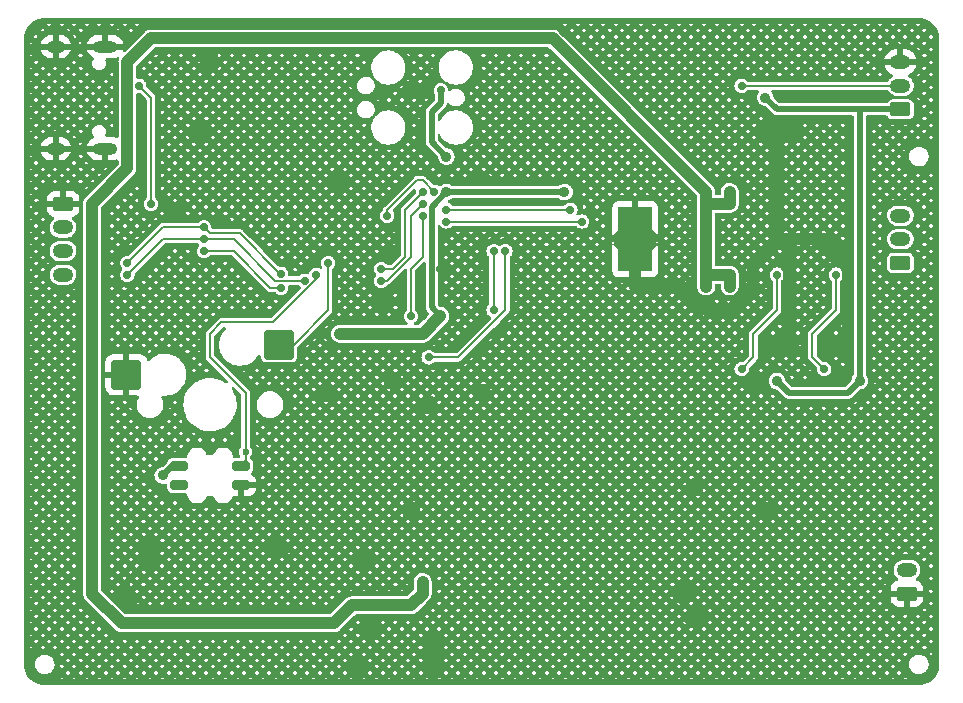
<source format=gbr>
G04 #@! TF.GenerationSoftware,KiCad,Pcbnew,(6.0.8)*
G04 #@! TF.CreationDate,2022-10-26T00:02:15-07:00*
G04 #@! TF.ProjectId,BldcDriverBoard,426c6463-4472-4697-9665-72426f617264,rev?*
G04 #@! TF.SameCoordinates,Original*
G04 #@! TF.FileFunction,Copper,L2,Bot*
G04 #@! TF.FilePolarity,Positive*
%FSLAX46Y46*%
G04 Gerber Fmt 4.6, Leading zero omitted, Abs format (unit mm)*
G04 Created by KiCad (PCBNEW (6.0.8)) date 2022-10-26 00:02:15*
%MOMM*%
%LPD*%
G01*
G04 APERTURE LIST*
G04 Aperture macros list*
%AMRoundRect*
0 Rectangle with rounded corners*
0 $1 Rounding radius*
0 $2 $3 $4 $5 $6 $7 $8 $9 X,Y pos of 4 corners*
0 Add a 4 corners polygon primitive as box body*
4,1,4,$2,$3,$4,$5,$6,$7,$8,$9,$2,$3,0*
0 Add four circle primitives for the rounded corners*
1,1,$1+$1,$2,$3*
1,1,$1+$1,$4,$5*
1,1,$1+$1,$6,$7*
1,1,$1+$1,$8,$9*
0 Add four rect primitives between the rounded corners*
20,1,$1+$1,$2,$3,$4,$5,0*
20,1,$1+$1,$4,$5,$6,$7,0*
20,1,$1+$1,$6,$7,$8,$9,0*
20,1,$1+$1,$8,$9,$2,$3,0*%
G04 Aperture macros list end*
G04 #@! TA.AperFunction,SMDPad,CuDef*
%ADD10RoundRect,0.205000X-0.545000X-0.205000X0.545000X-0.205000X0.545000X0.205000X-0.545000X0.205000X0*%
G04 #@! TD*
G04 #@! TA.AperFunction,SMDPad,CuDef*
%ADD11R,2.850000X5.400000*%
G04 #@! TD*
G04 #@! TA.AperFunction,ComponentPad*
%ADD12C,0.600000*%
G04 #@! TD*
G04 #@! TA.AperFunction,ComponentPad*
%ADD13O,1.600000X1.000000*%
G04 #@! TD*
G04 #@! TA.AperFunction,ComponentPad*
%ADD14O,2.100000X1.000000*%
G04 #@! TD*
G04 #@! TA.AperFunction,ComponentPad*
%ADD15RoundRect,0.250000X0.625000X-0.350000X0.625000X0.350000X-0.625000X0.350000X-0.625000X-0.350000X0*%
G04 #@! TD*
G04 #@! TA.AperFunction,ComponentPad*
%ADD16O,1.750000X1.200000*%
G04 #@! TD*
G04 #@! TA.AperFunction,ComponentPad*
%ADD17RoundRect,0.250000X-0.625000X0.350000X-0.625000X-0.350000X0.625000X-0.350000X0.625000X0.350000X0*%
G04 #@! TD*
G04 #@! TA.AperFunction,SMDPad,CuDef*
%ADD18RoundRect,0.250000X-1.025000X-1.000000X1.025000X-1.000000X1.025000X1.000000X-1.025000X1.000000X0*%
G04 #@! TD*
G04 #@! TA.AperFunction,ViaPad*
%ADD19C,0.900000*%
G04 #@! TD*
G04 #@! TA.AperFunction,ViaPad*
%ADD20C,0.700000*%
G04 #@! TD*
G04 #@! TA.AperFunction,ViaPad*
%ADD21C,0.600000*%
G04 #@! TD*
G04 #@! TA.AperFunction,Conductor*
%ADD22C,0.200000*%
G04 #@! TD*
G04 #@! TA.AperFunction,Conductor*
%ADD23C,1.000000*%
G04 #@! TD*
G04 #@! TA.AperFunction,Conductor*
%ADD24C,0.500000*%
G04 #@! TD*
G04 #@! TA.AperFunction,Conductor*
%ADD25C,0.160000*%
G04 #@! TD*
G04 APERTURE END LIST*
D10*
X121350000Y-89200000D03*
X121350000Y-90800000D03*
X126650000Y-90800000D03*
X126650000Y-89200000D03*
D11*
X160000000Y-70000000D03*
D12*
X161125000Y-70800000D03*
X161125000Y-67600000D03*
X161125000Y-72400000D03*
X158875000Y-69200000D03*
X158875000Y-67600000D03*
X158875000Y-72400000D03*
X158875000Y-70800000D03*
X161125000Y-69200000D03*
D13*
X110925000Y-53680000D03*
D14*
X115105000Y-62320000D03*
D13*
X110925000Y-62320000D03*
D14*
X115105000Y-53680000D03*
D15*
X183000000Y-100000000D03*
D16*
X183000000Y-98000000D03*
D15*
X182450000Y-59000000D03*
D16*
X182450000Y-57000000D03*
X182450000Y-55000000D03*
X182450000Y-68000000D03*
X182450000Y-70000000D03*
D15*
X182450000Y-72000000D03*
D16*
X111550000Y-73000000D03*
X111550000Y-71000000D03*
X111550000Y-69000000D03*
D17*
X111550000Y-67000000D03*
D18*
X129842000Y-78920000D03*
X116915000Y-81460000D03*
D19*
X171000000Y-79000000D03*
D20*
X171000000Y-93000000D03*
D19*
X173000000Y-58000000D03*
D20*
X138500000Y-75500000D03*
X135000000Y-65000000D03*
X142270000Y-57365000D03*
X138500000Y-74500000D03*
X139500000Y-82000000D03*
X142000000Y-76500000D03*
X134000000Y-83000000D03*
X137000000Y-97000000D03*
D19*
X171000000Y-61000000D03*
D20*
X143500000Y-72500000D03*
X165000000Y-91000000D03*
D19*
X136500000Y-106000000D03*
X164000000Y-100000000D03*
X129850000Y-96150000D03*
X125000000Y-68750000D03*
X123000000Y-61000000D03*
X143000000Y-104000000D03*
X176000000Y-79000000D03*
X177000000Y-79000000D03*
X170000000Y-82000000D03*
D20*
X142500000Y-84000000D03*
X141000000Y-93000000D03*
D19*
X117000000Y-100500000D03*
X124000000Y-55000000D03*
X173000000Y-79000000D03*
X143000000Y-105000000D03*
D20*
X141000000Y-57365000D03*
D19*
X137500000Y-103000000D03*
D20*
X147000000Y-83000000D03*
D19*
X172000000Y-79000000D03*
X165000000Y-102000000D03*
X143000000Y-106000000D03*
D20*
X147000000Y-65000000D03*
D19*
X178000000Y-79000000D03*
X172000000Y-61000000D03*
X121000000Y-67750000D03*
X119000000Y-96000000D03*
X173000000Y-61000000D03*
D20*
X139500000Y-71500000D03*
D19*
X177000000Y-82000000D03*
X119000000Y-97000000D03*
D20*
X138460000Y-57365000D03*
X143500000Y-76500000D03*
D19*
X154000000Y-66000000D03*
X172000000Y-82000000D03*
X179000000Y-82000000D03*
X135000000Y-78000000D03*
X171000000Y-58000000D03*
X144000000Y-66000000D03*
D20*
X143540000Y-57365000D03*
D19*
X144000000Y-63000000D03*
D20*
X177000000Y-73000000D03*
X176000000Y-81000000D03*
X169000000Y-81000000D03*
X172000000Y-73000000D03*
X148000000Y-71000000D03*
X148000000Y-76000000D03*
D19*
X168000000Y-74000000D03*
X166000000Y-73000000D03*
X168000000Y-66000000D03*
X117000000Y-61000000D03*
X168000000Y-67000000D03*
X166000000Y-67000000D03*
X142000000Y-100000000D03*
X168000000Y-73000000D03*
X166000000Y-74000000D03*
X119000000Y-102500000D03*
X166000000Y-66000000D03*
X142000000Y-99000000D03*
X117000000Y-55000000D03*
D20*
X144000000Y-67500000D03*
X154500000Y-67500000D03*
X144000000Y-68500000D03*
X155500000Y-68500000D03*
X134000000Y-72000000D03*
X123500000Y-71000000D03*
X130000000Y-74099500D03*
X117000000Y-73000000D03*
X123500000Y-70000000D03*
X132000000Y-73500000D03*
D19*
X120000000Y-90000000D03*
D21*
X127000000Y-88000000D03*
D20*
X133000000Y-73000000D03*
X138500000Y-73500000D03*
X142000000Y-67000000D03*
X141000000Y-76500000D03*
X142000000Y-68000000D03*
X142500000Y-80000000D03*
X169000000Y-57000000D03*
X149000000Y-71000000D03*
X138500000Y-72500000D03*
X142000000Y-66000000D03*
X123500000Y-69000000D03*
X130000000Y-72900500D03*
X117000000Y-72000000D03*
X142970023Y-65970023D03*
X139000000Y-68000000D03*
X119000000Y-67000000D03*
X118000000Y-57000000D03*
D22*
X127000000Y-88700000D02*
X126500000Y-89200000D01*
X127000000Y-88000000D02*
X127000000Y-88700000D01*
X133000000Y-73348529D02*
X133000000Y-73000000D01*
X129303530Y-77044999D02*
X133000000Y-73348529D01*
X124955001Y-77044999D02*
X129303530Y-77044999D01*
X124000000Y-80000000D02*
X124000000Y-78000000D01*
X124000000Y-78000000D02*
X124955001Y-77044999D01*
X127000000Y-88000000D02*
X127000000Y-83000000D01*
X127000000Y-83000000D02*
X124000000Y-80000000D01*
X144000000Y-68500000D02*
X155500000Y-68500000D01*
X145000000Y-80000000D02*
X142500000Y-80000000D01*
X149000000Y-76000000D02*
X145000000Y-80000000D01*
X149000000Y-71000000D02*
X149000000Y-76000000D01*
X148000000Y-71000000D02*
X148000000Y-76000000D01*
D23*
X171000000Y-61000000D02*
X173000000Y-61000000D01*
X170000000Y-72000000D02*
X172000000Y-70000000D01*
X172000000Y-61000000D02*
X172000000Y-70000000D01*
X173000000Y-70000000D02*
X176000000Y-70000000D01*
X176000000Y-70000000D02*
X178000000Y-72000000D01*
X171000000Y-79000000D02*
X173000000Y-79000000D01*
X172000000Y-70000000D02*
X173000000Y-70000000D01*
D24*
X117000000Y-99000000D02*
X119000000Y-97000000D01*
D23*
X168000000Y-76000000D02*
X170000000Y-74000000D01*
X164000000Y-74000000D02*
X166000000Y-76000000D01*
X176000000Y-79000000D02*
X178000000Y-79000000D01*
X160000000Y-74000000D02*
X164000000Y-74000000D01*
D24*
X117000000Y-100500000D02*
X117000000Y-99000000D01*
D23*
X160000000Y-70000000D02*
X160000000Y-74000000D01*
X178000000Y-72000000D02*
X178000000Y-79000000D01*
X170000000Y-74000000D02*
X170000000Y-72000000D01*
X166000000Y-76000000D02*
X168000000Y-76000000D01*
X173000000Y-79000000D02*
X173000000Y-70000000D01*
D24*
X171000000Y-58000000D02*
X172000000Y-59000000D01*
X178000000Y-83000000D02*
X173000000Y-83000000D01*
X150000000Y-66000000D02*
X154000000Y-66000000D01*
D23*
X142000000Y-78000000D02*
X143500000Y-76500000D01*
D24*
X179000000Y-59000000D02*
X179000000Y-82000000D01*
X180000000Y-59000000D02*
X182450000Y-59000000D01*
D23*
X135000000Y-78000000D02*
X142000000Y-78000000D01*
D24*
X172000000Y-59000000D02*
X180000000Y-59000000D01*
X143540000Y-58460000D02*
X142750000Y-59250000D01*
X144000000Y-66000000D02*
X150000000Y-66000000D01*
X142750000Y-67250000D02*
X142750000Y-75750000D01*
X179000000Y-82000000D02*
X178000000Y-83000000D01*
X180000000Y-59000000D02*
X179000000Y-59000000D01*
X142750000Y-61750000D02*
X144000000Y-63000000D01*
X143540000Y-57365000D02*
X143540000Y-58460000D01*
X173000000Y-83000000D02*
X172000000Y-82000000D01*
X142750000Y-75750000D02*
X143500000Y-76500000D01*
X142750000Y-59250000D02*
X142750000Y-61750000D01*
X144000000Y-66000000D02*
X142750000Y-67250000D01*
D22*
X175000000Y-78000000D02*
X177000000Y-76000000D01*
X175000000Y-80000000D02*
X175000000Y-78000000D01*
X177000000Y-76000000D02*
X177000000Y-73000000D01*
X176000000Y-81000000D02*
X175000000Y-80000000D01*
X170000000Y-80000000D02*
X170000000Y-78000000D01*
X169000000Y-81000000D02*
X170000000Y-80000000D01*
X172000000Y-76000000D02*
X172000000Y-73000000D01*
X170000000Y-78000000D02*
X172000000Y-76000000D01*
D23*
X168000000Y-67000000D02*
X167000000Y-67000000D01*
X167000000Y-73000000D02*
X168000000Y-73000000D01*
X117000000Y-61000000D02*
X117000000Y-64000000D01*
X114000000Y-100000000D02*
X116500000Y-102500000D01*
X142000000Y-100000000D02*
X142000000Y-99000000D01*
X117000000Y-55000000D02*
X119000000Y-53000000D01*
X134500000Y-102500000D02*
X136000000Y-101000000D01*
X116500000Y-102500000D02*
X119000000Y-102500000D01*
X168000000Y-74000000D02*
X168000000Y-73000000D01*
X119000000Y-53000000D02*
X153000000Y-53000000D01*
X141000000Y-101000000D02*
X136000000Y-101000000D01*
X168000000Y-67000000D02*
X168000000Y-66000000D01*
X166000000Y-73000000D02*
X167000000Y-73000000D01*
X153000000Y-53000000D02*
X166000000Y-66000000D01*
X166000000Y-66000000D02*
X166000000Y-74000000D01*
X167000000Y-67000000D02*
X166000000Y-67000000D01*
X142000000Y-100000000D02*
X141000000Y-101000000D01*
X117000000Y-55000000D02*
X117000000Y-61000000D01*
X119000000Y-102500000D02*
X134500000Y-102500000D01*
X117000000Y-64000000D02*
X114000000Y-67000000D01*
X114000000Y-67000000D02*
X114000000Y-100000000D01*
D22*
X144000000Y-67500000D02*
X154500000Y-67500000D01*
X134000000Y-72000000D02*
X134000000Y-76000000D01*
X131080000Y-78920000D02*
X129842000Y-78920000D01*
X134000000Y-76000000D02*
X131080000Y-78920000D01*
X130000000Y-74099500D02*
X129099500Y-74099500D01*
X129099500Y-74099500D02*
X126000000Y-71000000D01*
X126000000Y-71000000D02*
X123500000Y-71000000D01*
X132000000Y-73500000D02*
X129500000Y-73500000D01*
X126000000Y-70000000D02*
X123500000Y-70000000D01*
X120000000Y-70000000D02*
X123500000Y-70000000D01*
X129500000Y-73500000D02*
X126000000Y-70000000D01*
X117000000Y-73000000D02*
X120000000Y-70000000D01*
D24*
X121500000Y-89200000D02*
X120800000Y-89200000D01*
X120800000Y-89200000D02*
X120000000Y-90000000D01*
D25*
X141000000Y-68000000D02*
X141000000Y-71500000D01*
X139000000Y-73500000D02*
X138500000Y-73500000D01*
X141000000Y-71500000D02*
X139000000Y-73500000D01*
X142000000Y-67000000D02*
X141000000Y-68000000D01*
X141000000Y-72500000D02*
X142000000Y-71500000D01*
X142000000Y-71500000D02*
X142000000Y-68000000D01*
X141000000Y-76500000D02*
X141000000Y-72500000D01*
D22*
X182450000Y-57000000D02*
X169000000Y-57000000D01*
D25*
X142000000Y-66000000D02*
X140500000Y-67500000D01*
X140500000Y-71500000D02*
X139500000Y-72500000D01*
X140500000Y-67500000D02*
X140500000Y-71500000D01*
X139500000Y-72500000D02*
X138500000Y-72500000D01*
D22*
X129900500Y-72900500D02*
X126500000Y-69500000D01*
X130000000Y-72900500D02*
X129900500Y-72900500D01*
X117000000Y-72000000D02*
X120000000Y-69000000D01*
X120000000Y-69000000D02*
X123500000Y-69000000D01*
X126500000Y-69500000D02*
X124000000Y-69500000D01*
X124000000Y-69500000D02*
X123500000Y-69000000D01*
D25*
X139000000Y-67500000D02*
X139000000Y-68000000D01*
X142970023Y-65970023D02*
X142000000Y-65000000D01*
X142000000Y-65000000D02*
X141500000Y-65000000D01*
X141500000Y-65000000D02*
X139000000Y-67500000D01*
D22*
X118000000Y-57000000D02*
X119000000Y-58000000D01*
X119000000Y-58000000D02*
X119000000Y-67000000D01*
G04 #@! TA.AperFunction,Conductor*
G36*
X183987103Y-51256921D02*
G01*
X184000000Y-51259486D01*
X184012172Y-51257065D01*
X184024579Y-51257065D01*
X184024579Y-51257705D01*
X184035358Y-51257029D01*
X184219248Y-51270181D01*
X184239420Y-51271624D01*
X184257214Y-51274182D01*
X184482960Y-51323290D01*
X184500209Y-51328355D01*
X184555356Y-51348923D01*
X184716670Y-51409090D01*
X184733017Y-51416556D01*
X184935782Y-51527275D01*
X184950905Y-51536994D01*
X185135848Y-51675441D01*
X185149434Y-51687214D01*
X185312786Y-51850566D01*
X185324559Y-51864152D01*
X185463006Y-52049095D01*
X185472725Y-52064218D01*
X185507496Y-52127896D01*
X185581512Y-52263444D01*
X185583444Y-52266983D01*
X185590910Y-52283330D01*
X185645191Y-52428864D01*
X185671645Y-52499791D01*
X185676710Y-52517040D01*
X185725818Y-52742786D01*
X185728376Y-52760580D01*
X185736099Y-52868552D01*
X185742971Y-52964639D01*
X185742295Y-52975421D01*
X185742935Y-52975421D01*
X185742935Y-52987828D01*
X185740514Y-53000000D01*
X185742935Y-53012170D01*
X185743079Y-53012894D01*
X185745500Y-53037476D01*
X185745500Y-105962524D01*
X185743079Y-105987103D01*
X185740514Y-106000000D01*
X185742935Y-106012172D01*
X185742935Y-106024579D01*
X185742295Y-106024579D01*
X185742971Y-106035358D01*
X185739877Y-106078618D01*
X185728376Y-106239420D01*
X185725818Y-106257214D01*
X185676710Y-106482960D01*
X185671645Y-106500209D01*
X185590910Y-106716670D01*
X185583445Y-106733015D01*
X185554804Y-106785467D01*
X185472725Y-106935782D01*
X185463006Y-106950905D01*
X185324559Y-107135848D01*
X185312786Y-107149434D01*
X185149434Y-107312786D01*
X185135848Y-107324559D01*
X184950905Y-107463006D01*
X184935782Y-107472725D01*
X184733017Y-107583444D01*
X184716670Y-107590910D01*
X184555356Y-107651077D01*
X184500209Y-107671645D01*
X184482960Y-107676710D01*
X184257214Y-107725818D01*
X184239420Y-107728376D01*
X184219248Y-107729819D01*
X184035358Y-107742971D01*
X184024579Y-107742295D01*
X184024579Y-107742935D01*
X184012172Y-107742935D01*
X184000000Y-107740514D01*
X183987103Y-107743079D01*
X183962524Y-107745500D01*
X110037476Y-107745500D01*
X110012897Y-107743079D01*
X110000000Y-107740514D01*
X109987828Y-107742935D01*
X109975421Y-107742935D01*
X109975421Y-107742295D01*
X109964642Y-107742971D01*
X109780752Y-107729819D01*
X109760580Y-107728376D01*
X109742786Y-107725818D01*
X109517040Y-107676710D01*
X109499791Y-107671645D01*
X109444644Y-107651077D01*
X109283330Y-107590910D01*
X109266983Y-107583444D01*
X109064218Y-107472725D01*
X109049095Y-107463006D01*
X108864152Y-107324559D01*
X108850566Y-107312786D01*
X108785280Y-107247500D01*
X110458271Y-107247500D01*
X110523503Y-107247500D01*
X110546760Y-107224243D01*
X111251037Y-107224243D01*
X111274294Y-107247500D01*
X111589820Y-107247500D01*
X111613077Y-107224243D01*
X112317354Y-107224243D01*
X112340611Y-107247500D01*
X112656137Y-107247500D01*
X112679394Y-107224243D01*
X113383671Y-107224243D01*
X113406928Y-107247500D01*
X113722454Y-107247500D01*
X113745711Y-107224243D01*
X114449988Y-107224243D01*
X114473245Y-107247500D01*
X114788771Y-107247500D01*
X114812028Y-107224243D01*
X115516305Y-107224243D01*
X115539562Y-107247500D01*
X115855088Y-107247500D01*
X115878345Y-107224243D01*
X116582622Y-107224243D01*
X116605879Y-107247500D01*
X116921405Y-107247500D01*
X116944662Y-107224243D01*
X117648939Y-107224243D01*
X117672196Y-107247500D01*
X117987722Y-107247500D01*
X118010979Y-107224243D01*
X118715256Y-107224243D01*
X118738513Y-107247500D01*
X119054039Y-107247500D01*
X119077296Y-107224243D01*
X119781573Y-107224243D01*
X119804830Y-107247500D01*
X120120356Y-107247500D01*
X120143613Y-107224243D01*
X120847890Y-107224243D01*
X120871147Y-107247500D01*
X121186673Y-107247500D01*
X121209930Y-107224243D01*
X121914207Y-107224243D01*
X121937464Y-107247500D01*
X122252990Y-107247500D01*
X122276247Y-107224243D01*
X122980524Y-107224243D01*
X123003781Y-107247500D01*
X123319307Y-107247500D01*
X123342564Y-107224243D01*
X124046841Y-107224243D01*
X124070098Y-107247500D01*
X124385624Y-107247500D01*
X124408881Y-107224243D01*
X125113158Y-107224243D01*
X125136415Y-107247500D01*
X125451941Y-107247500D01*
X125475198Y-107224243D01*
X126179475Y-107224243D01*
X126202732Y-107247500D01*
X126518258Y-107247500D01*
X126541515Y-107224243D01*
X127245792Y-107224243D01*
X127269049Y-107247500D01*
X127584575Y-107247500D01*
X127607832Y-107224243D01*
X128312109Y-107224243D01*
X128335366Y-107247500D01*
X128650892Y-107247500D01*
X128674149Y-107224243D01*
X129378426Y-107224243D01*
X129401683Y-107247500D01*
X129717209Y-107247500D01*
X129740466Y-107224243D01*
X130444743Y-107224243D01*
X130468000Y-107247500D01*
X130783527Y-107247500D01*
X130806784Y-107224243D01*
X131511060Y-107224243D01*
X131534317Y-107247500D01*
X131849844Y-107247500D01*
X131873101Y-107224243D01*
X132577377Y-107224243D01*
X132600634Y-107247500D01*
X132916161Y-107247500D01*
X132939418Y-107224243D01*
X133643694Y-107224243D01*
X133666951Y-107247500D01*
X133982478Y-107247500D01*
X134005735Y-107224243D01*
X134710011Y-107224243D01*
X134733268Y-107247500D01*
X135048795Y-107247500D01*
X135072052Y-107224243D01*
X135776328Y-107224243D01*
X135799585Y-107247500D01*
X136115112Y-107247500D01*
X136138369Y-107224243D01*
X136842645Y-107224243D01*
X136865902Y-107247500D01*
X137181429Y-107247500D01*
X137204686Y-107224243D01*
X137908962Y-107224243D01*
X137932219Y-107247500D01*
X138247746Y-107247500D01*
X138271003Y-107224243D01*
X138975279Y-107224243D01*
X138998536Y-107247500D01*
X139314063Y-107247500D01*
X139337320Y-107224243D01*
X140041596Y-107224243D01*
X140064853Y-107247500D01*
X140380380Y-107247500D01*
X140403637Y-107224243D01*
X141107913Y-107224243D01*
X141131170Y-107247500D01*
X141446697Y-107247500D01*
X141469954Y-107224243D01*
X142174230Y-107224243D01*
X142197487Y-107247500D01*
X142513014Y-107247500D01*
X142536271Y-107224243D01*
X143240547Y-107224243D01*
X143263804Y-107247500D01*
X143579331Y-107247500D01*
X143602588Y-107224243D01*
X144306864Y-107224243D01*
X144330121Y-107247500D01*
X144645648Y-107247500D01*
X144668905Y-107224243D01*
X145373181Y-107224243D01*
X145396438Y-107247500D01*
X145711965Y-107247500D01*
X145735222Y-107224243D01*
X146439498Y-107224243D01*
X146462755Y-107247500D01*
X146778282Y-107247500D01*
X146801539Y-107224243D01*
X147505815Y-107224243D01*
X147529072Y-107247500D01*
X147844599Y-107247500D01*
X147867856Y-107224243D01*
X148572132Y-107224243D01*
X148595389Y-107247500D01*
X148910916Y-107247500D01*
X148934173Y-107224243D01*
X149638449Y-107224243D01*
X149661706Y-107247500D01*
X149977233Y-107247500D01*
X150000490Y-107224243D01*
X150704767Y-107224243D01*
X150728024Y-107247500D01*
X151043550Y-107247500D01*
X151066807Y-107224243D01*
X151771084Y-107224243D01*
X151794341Y-107247500D01*
X152109867Y-107247500D01*
X152133124Y-107224243D01*
X152837401Y-107224243D01*
X152860658Y-107247500D01*
X153176184Y-107247500D01*
X153199441Y-107224243D01*
X153903718Y-107224243D01*
X153926975Y-107247500D01*
X154242501Y-107247500D01*
X154265758Y-107224243D01*
X154970035Y-107224243D01*
X154993292Y-107247500D01*
X155308818Y-107247500D01*
X155332075Y-107224243D01*
X156036352Y-107224243D01*
X156059609Y-107247500D01*
X156375135Y-107247500D01*
X156398392Y-107224243D01*
X157102669Y-107224243D01*
X157125926Y-107247500D01*
X157441452Y-107247500D01*
X157464709Y-107224243D01*
X158168986Y-107224243D01*
X158192243Y-107247500D01*
X158507769Y-107247500D01*
X158531026Y-107224243D01*
X159235303Y-107224243D01*
X159258560Y-107247500D01*
X159574086Y-107247500D01*
X159597343Y-107224243D01*
X160301620Y-107224243D01*
X160324877Y-107247500D01*
X160640403Y-107247500D01*
X160663660Y-107224243D01*
X161367937Y-107224243D01*
X161391194Y-107247500D01*
X161706720Y-107247500D01*
X161729977Y-107224243D01*
X162434254Y-107224243D01*
X162457511Y-107247500D01*
X162773037Y-107247500D01*
X162796294Y-107224243D01*
X163500571Y-107224243D01*
X163523828Y-107247500D01*
X163839354Y-107247500D01*
X163862611Y-107224243D01*
X164566888Y-107224243D01*
X164590145Y-107247500D01*
X164905671Y-107247500D01*
X164928928Y-107224243D01*
X165633205Y-107224243D01*
X165656462Y-107247500D01*
X165971988Y-107247500D01*
X165995245Y-107224243D01*
X166699522Y-107224243D01*
X166722779Y-107247500D01*
X167038305Y-107247500D01*
X167061562Y-107224243D01*
X167765839Y-107224243D01*
X167789096Y-107247500D01*
X168104622Y-107247500D01*
X168127879Y-107224243D01*
X168832156Y-107224243D01*
X168855413Y-107247500D01*
X169170939Y-107247500D01*
X169194196Y-107224243D01*
X169898473Y-107224243D01*
X169921730Y-107247500D01*
X170237256Y-107247500D01*
X170260513Y-107224243D01*
X170964790Y-107224243D01*
X170988047Y-107247500D01*
X171303573Y-107247500D01*
X171326830Y-107224243D01*
X172031107Y-107224243D01*
X172054364Y-107247500D01*
X172369891Y-107247500D01*
X172393148Y-107224243D01*
X173097424Y-107224243D01*
X173120681Y-107247500D01*
X173436208Y-107247500D01*
X173459465Y-107224243D01*
X174163741Y-107224243D01*
X174186998Y-107247500D01*
X174502525Y-107247500D01*
X174525782Y-107224243D01*
X175230058Y-107224243D01*
X175253315Y-107247500D01*
X175568842Y-107247500D01*
X175592099Y-107224243D01*
X176296375Y-107224243D01*
X176319632Y-107247500D01*
X176635159Y-107247500D01*
X176658416Y-107224243D01*
X177362692Y-107224243D01*
X177385949Y-107247500D01*
X177701476Y-107247500D01*
X177724733Y-107224243D01*
X178429009Y-107224243D01*
X178452266Y-107247500D01*
X178767793Y-107247500D01*
X178791050Y-107224243D01*
X179495326Y-107224243D01*
X179518583Y-107247500D01*
X179834110Y-107247500D01*
X179857367Y-107224243D01*
X180561643Y-107224243D01*
X180584900Y-107247500D01*
X180900427Y-107247500D01*
X180923684Y-107224243D01*
X181627960Y-107224243D01*
X181651217Y-107247500D01*
X181966744Y-107247500D01*
X181990001Y-107224243D01*
X182694277Y-107224243D01*
X182717534Y-107247500D01*
X183033061Y-107247500D01*
X183056318Y-107224243D01*
X182875297Y-107043223D01*
X182694277Y-107224243D01*
X181990001Y-107224243D01*
X181808980Y-107043223D01*
X181627960Y-107224243D01*
X180923684Y-107224243D01*
X180742664Y-107043223D01*
X180561643Y-107224243D01*
X179857367Y-107224243D01*
X179676347Y-107043223D01*
X179495326Y-107224243D01*
X178791050Y-107224243D01*
X178610030Y-107043223D01*
X178429009Y-107224243D01*
X177724733Y-107224243D01*
X177543713Y-107043223D01*
X177362692Y-107224243D01*
X176658416Y-107224243D01*
X176477396Y-107043223D01*
X176296375Y-107224243D01*
X175592099Y-107224243D01*
X175411079Y-107043223D01*
X175230058Y-107224243D01*
X174525782Y-107224243D01*
X174344762Y-107043223D01*
X174163741Y-107224243D01*
X173459465Y-107224243D01*
X173278445Y-107043223D01*
X173097424Y-107224243D01*
X172393148Y-107224243D01*
X172212128Y-107043223D01*
X172031107Y-107224243D01*
X171326830Y-107224243D01*
X171145810Y-107043223D01*
X170964790Y-107224243D01*
X170260513Y-107224243D01*
X170079493Y-107043223D01*
X169898473Y-107224243D01*
X169194196Y-107224243D01*
X169013176Y-107043223D01*
X168832156Y-107224243D01*
X168127879Y-107224243D01*
X167946859Y-107043223D01*
X167765839Y-107224243D01*
X167061562Y-107224243D01*
X166880542Y-107043223D01*
X166699522Y-107224243D01*
X165995245Y-107224243D01*
X165814225Y-107043223D01*
X165633205Y-107224243D01*
X164928928Y-107224243D01*
X164747908Y-107043223D01*
X164566888Y-107224243D01*
X163862611Y-107224243D01*
X163681591Y-107043223D01*
X163500571Y-107224243D01*
X162796294Y-107224243D01*
X162615274Y-107043223D01*
X162434254Y-107224243D01*
X161729977Y-107224243D01*
X161548957Y-107043223D01*
X161367937Y-107224243D01*
X160663660Y-107224243D01*
X160482640Y-107043223D01*
X160301620Y-107224243D01*
X159597343Y-107224243D01*
X159416323Y-107043223D01*
X159235303Y-107224243D01*
X158531026Y-107224243D01*
X158350006Y-107043223D01*
X158168986Y-107224243D01*
X157464709Y-107224243D01*
X157283689Y-107043223D01*
X157102669Y-107224243D01*
X156398392Y-107224243D01*
X156217372Y-107043223D01*
X156036352Y-107224243D01*
X155332075Y-107224243D01*
X155151055Y-107043223D01*
X154970035Y-107224243D01*
X154265758Y-107224243D01*
X154084738Y-107043223D01*
X153903718Y-107224243D01*
X153199441Y-107224243D01*
X153018421Y-107043223D01*
X152837401Y-107224243D01*
X152133124Y-107224243D01*
X151952104Y-107043223D01*
X151771084Y-107224243D01*
X151066807Y-107224243D01*
X150885787Y-107043223D01*
X150704767Y-107224243D01*
X150000490Y-107224243D01*
X149819469Y-107043223D01*
X149638449Y-107224243D01*
X148934173Y-107224243D01*
X148753152Y-107043223D01*
X148572132Y-107224243D01*
X147867856Y-107224243D01*
X147686835Y-107043223D01*
X147505815Y-107224243D01*
X146801539Y-107224243D01*
X146620518Y-107043223D01*
X146439498Y-107224243D01*
X145735222Y-107224243D01*
X145554201Y-107043223D01*
X145373181Y-107224243D01*
X144668905Y-107224243D01*
X144487884Y-107043223D01*
X144306864Y-107224243D01*
X143602588Y-107224243D01*
X143421567Y-107043223D01*
X143240547Y-107224243D01*
X142536271Y-107224243D01*
X142355250Y-107043223D01*
X142174230Y-107224243D01*
X141469954Y-107224243D01*
X141288933Y-107043223D01*
X141107913Y-107224243D01*
X140403637Y-107224243D01*
X140222617Y-107043223D01*
X140041596Y-107224243D01*
X139337320Y-107224243D01*
X139156300Y-107043223D01*
X138975279Y-107224243D01*
X138271003Y-107224243D01*
X138089983Y-107043223D01*
X137908962Y-107224243D01*
X137204686Y-107224243D01*
X137023666Y-107043223D01*
X136842645Y-107224243D01*
X136138369Y-107224243D01*
X135957349Y-107043223D01*
X135776328Y-107224243D01*
X135072052Y-107224243D01*
X134891032Y-107043223D01*
X134710011Y-107224243D01*
X134005735Y-107224243D01*
X133824715Y-107043223D01*
X133643694Y-107224243D01*
X132939418Y-107224243D01*
X132758398Y-107043223D01*
X132577377Y-107224243D01*
X131873101Y-107224243D01*
X131692081Y-107043223D01*
X131511060Y-107224243D01*
X130806784Y-107224243D01*
X130625764Y-107043223D01*
X130444743Y-107224243D01*
X129740466Y-107224243D01*
X129559446Y-107043223D01*
X129378426Y-107224243D01*
X128674149Y-107224243D01*
X128493129Y-107043223D01*
X128312109Y-107224243D01*
X127607832Y-107224243D01*
X127426812Y-107043223D01*
X127245792Y-107224243D01*
X126541515Y-107224243D01*
X126360495Y-107043223D01*
X126179475Y-107224243D01*
X125475198Y-107224243D01*
X125294178Y-107043223D01*
X125113158Y-107224243D01*
X124408881Y-107224243D01*
X124227861Y-107043223D01*
X124046841Y-107224243D01*
X123342564Y-107224243D01*
X123161544Y-107043223D01*
X122980524Y-107224243D01*
X122276247Y-107224243D01*
X122095227Y-107043223D01*
X121914207Y-107224243D01*
X121209930Y-107224243D01*
X121028910Y-107043223D01*
X120847890Y-107224243D01*
X120143613Y-107224243D01*
X119962593Y-107043223D01*
X119781573Y-107224243D01*
X119077296Y-107224243D01*
X118896276Y-107043223D01*
X118715256Y-107224243D01*
X118010979Y-107224243D01*
X117829959Y-107043223D01*
X117648939Y-107224243D01*
X116944662Y-107224243D01*
X116763642Y-107043223D01*
X116582622Y-107224243D01*
X115878345Y-107224243D01*
X115697325Y-107043223D01*
X115516305Y-107224243D01*
X114812028Y-107224243D01*
X114631008Y-107043223D01*
X114449988Y-107224243D01*
X113745711Y-107224243D01*
X113564691Y-107043223D01*
X113383671Y-107224243D01*
X112679394Y-107224243D01*
X112498374Y-107043223D01*
X112317354Y-107224243D01*
X111613077Y-107224243D01*
X111432057Y-107043223D01*
X111251037Y-107224243D01*
X110546760Y-107224243D01*
X110540583Y-107218066D01*
X110540374Y-107218156D01*
X110515650Y-107227995D01*
X110509250Y-107230344D01*
X110458271Y-107247500D01*
X108785280Y-107247500D01*
X108687214Y-107149434D01*
X108675441Y-107135848D01*
X108536994Y-106950905D01*
X108527275Y-106935782D01*
X108445196Y-106785467D01*
X108416555Y-106733015D01*
X108409090Y-106716670D01*
X108328355Y-106500209D01*
X108323290Y-106482960D01*
X108274182Y-106257214D01*
X108271624Y-106239420D01*
X108260123Y-106078618D01*
X108257029Y-106035358D01*
X108257705Y-106024579D01*
X108257065Y-106024579D01*
X108257065Y-106012172D01*
X108259486Y-106000000D01*
X108256921Y-105987103D01*
X108254500Y-105962524D01*
X108254500Y-105953367D01*
X109165906Y-105953367D01*
X109166263Y-105960184D01*
X109166263Y-105960188D01*
X109167674Y-105987106D01*
X109175349Y-106133564D01*
X109177162Y-106140144D01*
X109177162Y-106140147D01*
X109204507Y-106239420D01*
X109223268Y-106307530D01*
X109307424Y-106467148D01*
X109311826Y-106472357D01*
X109311828Y-106472360D01*
X109419487Y-106599757D01*
X109419491Y-106599761D01*
X109423894Y-106604971D01*
X109429318Y-106609118D01*
X109429319Y-106609119D01*
X109561821Y-106710425D01*
X109561825Y-106710428D01*
X109567242Y-106714569D01*
X109573422Y-106717451D01*
X109573424Y-106717452D01*
X109606804Y-106733017D01*
X109730780Y-106790828D01*
X109808984Y-106808309D01*
X109901835Y-106829064D01*
X109901841Y-106829065D01*
X109906879Y-106830191D01*
X109912406Y-106830500D01*
X110045077Y-106830500D01*
X110179389Y-106815909D01*
X110350409Y-106758355D01*
X110392579Y-106733017D01*
X110462366Y-106691084D01*
X111784195Y-106691084D01*
X111965215Y-106872104D01*
X112146235Y-106691084D01*
X112850512Y-106691084D01*
X113031532Y-106872104D01*
X113212552Y-106691084D01*
X113916829Y-106691084D01*
X114097849Y-106872104D01*
X114278869Y-106691084D01*
X114983146Y-106691084D01*
X115164166Y-106872104D01*
X115345186Y-106691084D01*
X116049463Y-106691084D01*
X116230483Y-106872104D01*
X116411503Y-106691084D01*
X117115780Y-106691084D01*
X117296800Y-106872104D01*
X117477820Y-106691084D01*
X118182097Y-106691084D01*
X118363117Y-106872104D01*
X118544137Y-106691084D01*
X119248414Y-106691084D01*
X119429434Y-106872104D01*
X119610454Y-106691084D01*
X120314732Y-106691084D01*
X120495752Y-106872104D01*
X120676772Y-106691084D01*
X121381049Y-106691084D01*
X121562069Y-106872104D01*
X121743089Y-106691084D01*
X122447366Y-106691084D01*
X122628386Y-106872104D01*
X122809406Y-106691084D01*
X123513683Y-106691084D01*
X123694703Y-106872104D01*
X123875723Y-106691084D01*
X124580000Y-106691084D01*
X124761020Y-106872104D01*
X124942040Y-106691084D01*
X125646317Y-106691084D01*
X125827337Y-106872104D01*
X126008357Y-106691084D01*
X126712634Y-106691084D01*
X126893654Y-106872104D01*
X127074674Y-106691084D01*
X127778951Y-106691084D01*
X127959971Y-106872104D01*
X128140991Y-106691084D01*
X128845268Y-106691084D01*
X129026288Y-106872104D01*
X129207308Y-106691084D01*
X129911585Y-106691084D01*
X130092605Y-106872104D01*
X130273625Y-106691084D01*
X130977902Y-106691084D01*
X131158922Y-106872104D01*
X131339942Y-106691084D01*
X132044219Y-106691084D01*
X132225239Y-106872104D01*
X132406259Y-106691084D01*
X133110536Y-106691084D01*
X133291556Y-106872104D01*
X133472576Y-106691084D01*
X134176853Y-106691084D01*
X134357873Y-106872104D01*
X134538893Y-106691084D01*
X135243170Y-106691084D01*
X135424190Y-106872104D01*
X135605210Y-106691084D01*
X137375804Y-106691084D01*
X137556824Y-106872104D01*
X137737844Y-106691084D01*
X138442121Y-106691084D01*
X138623141Y-106872104D01*
X138804161Y-106691084D01*
X139508438Y-106691084D01*
X139689458Y-106872104D01*
X139870478Y-106691084D01*
X140574755Y-106691084D01*
X140755775Y-106872104D01*
X140936795Y-106691084D01*
X141641072Y-106691084D01*
X141822092Y-106872104D01*
X141825770Y-106868426D01*
X142884731Y-106868426D01*
X142888409Y-106872104D01*
X142891221Y-106869292D01*
X142884731Y-106868426D01*
X141825770Y-106868426D01*
X142003112Y-106691084D01*
X143773706Y-106691084D01*
X143954726Y-106872104D01*
X144135746Y-106691084D01*
X144840023Y-106691084D01*
X145021043Y-106872104D01*
X145202063Y-106691084D01*
X145906340Y-106691084D01*
X146087360Y-106872104D01*
X146268380Y-106691084D01*
X146972657Y-106691084D01*
X147153677Y-106872104D01*
X147334697Y-106691084D01*
X148038974Y-106691084D01*
X148219994Y-106872104D01*
X148401014Y-106691084D01*
X149105291Y-106691084D01*
X149286311Y-106872104D01*
X149467331Y-106691084D01*
X150171608Y-106691084D01*
X150352628Y-106872104D01*
X150533648Y-106691084D01*
X151237925Y-106691084D01*
X151418945Y-106872104D01*
X151599965Y-106691084D01*
X152304242Y-106691084D01*
X152485262Y-106872104D01*
X152666282Y-106691084D01*
X153370559Y-106691084D01*
X153551579Y-106872104D01*
X153732599Y-106691084D01*
X154436876Y-106691084D01*
X154617896Y-106872104D01*
X154798916Y-106691084D01*
X155503193Y-106691084D01*
X155684213Y-106872104D01*
X155865233Y-106691084D01*
X156569510Y-106691084D01*
X156750530Y-106872104D01*
X156931550Y-106691084D01*
X157635827Y-106691084D01*
X157816847Y-106872104D01*
X157997867Y-106691084D01*
X158702144Y-106691084D01*
X158883164Y-106872104D01*
X159064184Y-106691084D01*
X159768461Y-106691084D01*
X159949481Y-106872104D01*
X160130501Y-106691084D01*
X160834779Y-106691084D01*
X161015799Y-106872104D01*
X161196819Y-106691084D01*
X161901096Y-106691084D01*
X162082116Y-106872104D01*
X162263136Y-106691084D01*
X162967413Y-106691084D01*
X163148433Y-106872104D01*
X163329453Y-106691084D01*
X164033730Y-106691084D01*
X164214750Y-106872104D01*
X164395770Y-106691084D01*
X165100047Y-106691084D01*
X165281067Y-106872104D01*
X165462087Y-106691084D01*
X166166364Y-106691084D01*
X166347384Y-106872104D01*
X166528404Y-106691084D01*
X167232681Y-106691084D01*
X167413701Y-106872104D01*
X167594721Y-106691084D01*
X168298998Y-106691084D01*
X168480018Y-106872104D01*
X168661038Y-106691084D01*
X169365315Y-106691084D01*
X169546335Y-106872104D01*
X169727355Y-106691084D01*
X170431632Y-106691084D01*
X170612652Y-106872104D01*
X170793672Y-106691084D01*
X171497949Y-106691084D01*
X171678969Y-106872104D01*
X171859989Y-106691084D01*
X172564266Y-106691084D01*
X172745286Y-106872104D01*
X172926306Y-106691084D01*
X173630583Y-106691084D01*
X173811603Y-106872104D01*
X173992623Y-106691084D01*
X174696900Y-106691084D01*
X174877920Y-106872104D01*
X175058940Y-106691084D01*
X175763217Y-106691084D01*
X175944237Y-106872104D01*
X176125257Y-106691084D01*
X176829534Y-106691084D01*
X177010554Y-106872104D01*
X177191574Y-106691084D01*
X177895851Y-106691084D01*
X178076871Y-106872104D01*
X178257891Y-106691084D01*
X178962168Y-106691084D01*
X179143188Y-106872104D01*
X179324208Y-106691084D01*
X180028485Y-106691084D01*
X180209505Y-106872104D01*
X180390525Y-106691084D01*
X181094802Y-106691084D01*
X181275822Y-106872104D01*
X181456842Y-106691084D01*
X182161119Y-106691084D01*
X182342139Y-106872104D01*
X182523159Y-106691084D01*
X182342139Y-106510064D01*
X182161119Y-106691084D01*
X181456842Y-106691084D01*
X181275822Y-106510064D01*
X181094802Y-106691084D01*
X180390525Y-106691084D01*
X180209505Y-106510064D01*
X180028485Y-106691084D01*
X179324208Y-106691084D01*
X179143188Y-106510064D01*
X178962168Y-106691084D01*
X178257891Y-106691084D01*
X178076871Y-106510064D01*
X177895851Y-106691084D01*
X177191574Y-106691084D01*
X177010554Y-106510064D01*
X176829534Y-106691084D01*
X176125257Y-106691084D01*
X175944237Y-106510064D01*
X175763217Y-106691084D01*
X175058940Y-106691084D01*
X174877920Y-106510064D01*
X174696900Y-106691084D01*
X173992623Y-106691084D01*
X173811603Y-106510064D01*
X173630583Y-106691084D01*
X172926306Y-106691084D01*
X172745286Y-106510064D01*
X172564266Y-106691084D01*
X171859989Y-106691084D01*
X171678969Y-106510064D01*
X171497949Y-106691084D01*
X170793672Y-106691084D01*
X170612652Y-106510064D01*
X170431632Y-106691084D01*
X169727355Y-106691084D01*
X169546335Y-106510064D01*
X169365315Y-106691084D01*
X168661038Y-106691084D01*
X168480018Y-106510064D01*
X168298998Y-106691084D01*
X167594721Y-106691084D01*
X167413701Y-106510064D01*
X167232681Y-106691084D01*
X166528404Y-106691084D01*
X166347384Y-106510064D01*
X166166364Y-106691084D01*
X165462087Y-106691084D01*
X165281067Y-106510064D01*
X165100047Y-106691084D01*
X164395770Y-106691084D01*
X164214750Y-106510064D01*
X164033730Y-106691084D01*
X163329453Y-106691084D01*
X163148433Y-106510064D01*
X162967413Y-106691084D01*
X162263136Y-106691084D01*
X162082116Y-106510064D01*
X161901096Y-106691084D01*
X161196819Y-106691084D01*
X161015799Y-106510064D01*
X160834779Y-106691084D01*
X160130501Y-106691084D01*
X159949481Y-106510064D01*
X159768461Y-106691084D01*
X159064184Y-106691084D01*
X158883164Y-106510064D01*
X158702144Y-106691084D01*
X157997867Y-106691084D01*
X157816847Y-106510064D01*
X157635827Y-106691084D01*
X156931550Y-106691084D01*
X156750530Y-106510064D01*
X156569510Y-106691084D01*
X155865233Y-106691084D01*
X155684213Y-106510064D01*
X155503193Y-106691084D01*
X154798916Y-106691084D01*
X154617896Y-106510064D01*
X154436876Y-106691084D01*
X153732599Y-106691084D01*
X153551579Y-106510064D01*
X153370559Y-106691084D01*
X152666282Y-106691084D01*
X152485262Y-106510064D01*
X152304242Y-106691084D01*
X151599965Y-106691084D01*
X151418945Y-106510064D01*
X151237925Y-106691084D01*
X150533648Y-106691084D01*
X150352628Y-106510064D01*
X150171608Y-106691084D01*
X149467331Y-106691084D01*
X149286311Y-106510064D01*
X149105291Y-106691084D01*
X148401014Y-106691084D01*
X148219994Y-106510064D01*
X148038974Y-106691084D01*
X147334697Y-106691084D01*
X147153677Y-106510064D01*
X146972657Y-106691084D01*
X146268380Y-106691084D01*
X146087360Y-106510064D01*
X145906340Y-106691084D01*
X145202063Y-106691084D01*
X145021043Y-106510064D01*
X144840023Y-106691084D01*
X144135746Y-106691084D01*
X143954726Y-106510064D01*
X143773706Y-106691084D01*
X142003112Y-106691084D01*
X141822092Y-106510064D01*
X141641072Y-106691084D01*
X140936795Y-106691084D01*
X140755775Y-106510064D01*
X140574755Y-106691084D01*
X139870478Y-106691084D01*
X139689458Y-106510064D01*
X139508438Y-106691084D01*
X138804161Y-106691084D01*
X138623141Y-106510064D01*
X138442121Y-106691084D01*
X137737844Y-106691084D01*
X137556824Y-106510064D01*
X137375804Y-106691084D01*
X135605210Y-106691084D01*
X135424190Y-106510064D01*
X135243170Y-106691084D01*
X134538893Y-106691084D01*
X134357873Y-106510064D01*
X134176853Y-106691084D01*
X133472576Y-106691084D01*
X133291556Y-106510064D01*
X133110536Y-106691084D01*
X132406259Y-106691084D01*
X132225239Y-106510064D01*
X132044219Y-106691084D01*
X131339942Y-106691084D01*
X131158922Y-106510064D01*
X130977902Y-106691084D01*
X130273625Y-106691084D01*
X130092605Y-106510064D01*
X129911585Y-106691084D01*
X129207308Y-106691084D01*
X129026288Y-106510064D01*
X128845268Y-106691084D01*
X128140991Y-106691084D01*
X127959971Y-106510064D01*
X127778951Y-106691084D01*
X127074674Y-106691084D01*
X126893654Y-106510064D01*
X126712634Y-106691084D01*
X126008357Y-106691084D01*
X125827337Y-106510064D01*
X125646317Y-106691084D01*
X124942040Y-106691084D01*
X124761020Y-106510064D01*
X124580000Y-106691084D01*
X123875723Y-106691084D01*
X123694703Y-106510064D01*
X123513683Y-106691084D01*
X122809406Y-106691084D01*
X122628386Y-106510064D01*
X122447366Y-106691084D01*
X121743089Y-106691084D01*
X121562069Y-106510064D01*
X121381049Y-106691084D01*
X120676772Y-106691084D01*
X120495752Y-106510064D01*
X120314732Y-106691084D01*
X119610454Y-106691084D01*
X119429434Y-106510064D01*
X119248414Y-106691084D01*
X118544137Y-106691084D01*
X118363117Y-106510064D01*
X118182097Y-106691084D01*
X117477820Y-106691084D01*
X117296800Y-106510064D01*
X117115780Y-106691084D01*
X116411503Y-106691084D01*
X116230483Y-106510064D01*
X116049463Y-106691084D01*
X115345186Y-106691084D01*
X115164166Y-106510064D01*
X114983146Y-106691084D01*
X114278869Y-106691084D01*
X114097849Y-106510064D01*
X113916829Y-106691084D01*
X113212552Y-106691084D01*
X113031532Y-106510064D01*
X112850512Y-106691084D01*
X112146235Y-106691084D01*
X111965215Y-106510064D01*
X111784195Y-106691084D01*
X110462366Y-106691084D01*
X110499228Y-106668935D01*
X110505080Y-106665419D01*
X110510042Y-106660727D01*
X110631229Y-106546126D01*
X110631231Y-106546124D01*
X110636187Y-106541437D01*
X110737612Y-106392195D01*
X110769059Y-106313572D01*
X110802089Y-106230992D01*
X110802090Y-106230987D01*
X110804623Y-106224655D01*
X110805811Y-106217478D01*
X111310589Y-106217478D01*
X111432057Y-106338946D01*
X111613077Y-106157926D01*
X112317354Y-106157926D01*
X112498374Y-106338946D01*
X112679394Y-106157926D01*
X113383671Y-106157926D01*
X113564691Y-106338946D01*
X113745711Y-106157926D01*
X114449988Y-106157926D01*
X114631008Y-106338946D01*
X114812028Y-106157926D01*
X115516305Y-106157926D01*
X115697325Y-106338946D01*
X115878345Y-106157926D01*
X116582622Y-106157926D01*
X116763642Y-106338946D01*
X116944662Y-106157926D01*
X117648939Y-106157926D01*
X117829959Y-106338946D01*
X118010979Y-106157926D01*
X118715256Y-106157926D01*
X118896276Y-106338946D01*
X119077296Y-106157926D01*
X119781573Y-106157926D01*
X119962593Y-106338946D01*
X120143613Y-106157926D01*
X120847890Y-106157926D01*
X121028910Y-106338946D01*
X121209930Y-106157926D01*
X121914207Y-106157926D01*
X122095227Y-106338946D01*
X122276247Y-106157926D01*
X122980524Y-106157926D01*
X123161544Y-106338946D01*
X123342564Y-106157926D01*
X124046841Y-106157926D01*
X124227861Y-106338946D01*
X124408881Y-106157926D01*
X125113158Y-106157926D01*
X125294178Y-106338946D01*
X125475198Y-106157926D01*
X126179475Y-106157926D01*
X126360495Y-106338946D01*
X126541515Y-106157926D01*
X127245792Y-106157926D01*
X127426812Y-106338946D01*
X127607832Y-106157926D01*
X128312109Y-106157926D01*
X128493129Y-106338946D01*
X128674149Y-106157926D01*
X129378426Y-106157926D01*
X129559446Y-106338946D01*
X129740466Y-106157926D01*
X130444743Y-106157926D01*
X130625763Y-106338946D01*
X130806782Y-106157926D01*
X131511060Y-106157926D01*
X131692080Y-106338946D01*
X131873099Y-106157926D01*
X132577377Y-106157926D01*
X132758397Y-106338946D01*
X132939416Y-106157926D01*
X133643694Y-106157926D01*
X133824714Y-106338946D01*
X134005733Y-106157926D01*
X134710011Y-106157926D01*
X134891031Y-106338946D01*
X135072050Y-106157926D01*
X137908962Y-106157926D01*
X138089982Y-106338946D01*
X138271001Y-106157926D01*
X138975279Y-106157926D01*
X139156299Y-106338946D01*
X139337318Y-106157926D01*
X140041596Y-106157926D01*
X140222616Y-106338946D01*
X140403636Y-106157925D01*
X141107914Y-106157925D01*
X141288934Y-106338946D01*
X141469954Y-106157926D01*
X141469953Y-106157925D01*
X144306865Y-106157925D01*
X144487885Y-106338946D01*
X144668905Y-106157926D01*
X144668904Y-106157925D01*
X145373182Y-106157925D01*
X145554202Y-106338946D01*
X145735222Y-106157926D01*
X145735221Y-106157925D01*
X146439499Y-106157925D01*
X146620519Y-106338946D01*
X146801539Y-106157926D01*
X146801538Y-106157925D01*
X147505816Y-106157925D01*
X147686836Y-106338946D01*
X147867856Y-106157926D01*
X147867855Y-106157925D01*
X148572133Y-106157925D01*
X148753153Y-106338946D01*
X148934173Y-106157926D01*
X148934172Y-106157925D01*
X149638450Y-106157925D01*
X149819470Y-106338946D01*
X150000490Y-106157926D01*
X150704767Y-106157926D01*
X150885787Y-106338946D01*
X151066807Y-106157926D01*
X151771084Y-106157926D01*
X151952104Y-106338946D01*
X152133124Y-106157926D01*
X152837401Y-106157926D01*
X153018421Y-106338946D01*
X153199441Y-106157926D01*
X153903718Y-106157926D01*
X154084738Y-106338946D01*
X154265758Y-106157926D01*
X154970035Y-106157926D01*
X155151055Y-106338946D01*
X155332075Y-106157926D01*
X156036352Y-106157926D01*
X156217372Y-106338946D01*
X156398392Y-106157926D01*
X157102669Y-106157926D01*
X157283689Y-106338946D01*
X157464709Y-106157926D01*
X158168986Y-106157926D01*
X158350006Y-106338946D01*
X158531026Y-106157926D01*
X159235303Y-106157926D01*
X159416323Y-106338946D01*
X159597343Y-106157926D01*
X160301620Y-106157926D01*
X160482640Y-106338946D01*
X160663660Y-106157926D01*
X161367937Y-106157926D01*
X161548957Y-106338946D01*
X161729977Y-106157926D01*
X162434254Y-106157926D01*
X162615274Y-106338946D01*
X162796294Y-106157926D01*
X163500571Y-106157926D01*
X163681591Y-106338946D01*
X163862611Y-106157926D01*
X164566888Y-106157926D01*
X164747908Y-106338946D01*
X164928928Y-106157926D01*
X165633205Y-106157926D01*
X165814225Y-106338946D01*
X165995245Y-106157926D01*
X166699522Y-106157926D01*
X166880542Y-106338946D01*
X167061562Y-106157926D01*
X167765839Y-106157926D01*
X167946859Y-106338946D01*
X168127879Y-106157926D01*
X168832156Y-106157926D01*
X169013176Y-106338946D01*
X169194196Y-106157926D01*
X169898473Y-106157926D01*
X170079493Y-106338946D01*
X170260513Y-106157926D01*
X170964790Y-106157926D01*
X171145810Y-106338946D01*
X171326830Y-106157926D01*
X172031107Y-106157926D01*
X172212127Y-106338946D01*
X172393146Y-106157926D01*
X173097424Y-106157926D01*
X173278444Y-106338946D01*
X173459463Y-106157926D01*
X174163741Y-106157926D01*
X174344761Y-106338946D01*
X174525780Y-106157926D01*
X175230058Y-106157926D01*
X175411078Y-106338946D01*
X175592097Y-106157926D01*
X176296375Y-106157926D01*
X176477395Y-106338946D01*
X176658414Y-106157926D01*
X177362692Y-106157926D01*
X177543712Y-106338946D01*
X177724731Y-106157926D01*
X178429009Y-106157926D01*
X178610029Y-106338946D01*
X178791048Y-106157926D01*
X179495326Y-106157926D01*
X179676346Y-106338946D01*
X179857365Y-106157926D01*
X180561643Y-106157926D01*
X180742663Y-106338946D01*
X180923683Y-106157925D01*
X181627961Y-106157925D01*
X181808981Y-106338946D01*
X181990001Y-106157926D01*
X181808980Y-105976906D01*
X181627961Y-106157925D01*
X180923683Y-106157925D01*
X180742664Y-105976906D01*
X180561643Y-106157926D01*
X179857365Y-106157926D01*
X179857366Y-106157925D01*
X179676347Y-105976906D01*
X179495326Y-106157926D01*
X178791048Y-106157926D01*
X178791049Y-106157925D01*
X178610030Y-105976906D01*
X178429009Y-106157926D01*
X177724731Y-106157926D01*
X177724732Y-106157925D01*
X177543713Y-105976906D01*
X177362692Y-106157926D01*
X176658414Y-106157926D01*
X176658415Y-106157925D01*
X176477396Y-105976906D01*
X176296375Y-106157926D01*
X175592097Y-106157926D01*
X175592098Y-106157925D01*
X175411079Y-105976906D01*
X175230058Y-106157926D01*
X174525780Y-106157926D01*
X174525781Y-106157925D01*
X174344762Y-105976906D01*
X174163741Y-106157926D01*
X173459463Y-106157926D01*
X173459464Y-106157925D01*
X173278445Y-105976906D01*
X173097424Y-106157926D01*
X172393146Y-106157926D01*
X172393147Y-106157925D01*
X172212128Y-105976906D01*
X172031107Y-106157926D01*
X171326830Y-106157926D01*
X171145810Y-105976906D01*
X170964790Y-106157926D01*
X170260513Y-106157926D01*
X170079493Y-105976906D01*
X169898473Y-106157926D01*
X169194196Y-106157926D01*
X169013176Y-105976906D01*
X168832156Y-106157926D01*
X168127879Y-106157926D01*
X167946859Y-105976906D01*
X167765839Y-106157926D01*
X167061562Y-106157926D01*
X166880542Y-105976906D01*
X166699522Y-106157926D01*
X165995245Y-106157926D01*
X165814225Y-105976906D01*
X165633205Y-106157926D01*
X164928928Y-106157926D01*
X164747908Y-105976906D01*
X164566888Y-106157926D01*
X163862611Y-106157926D01*
X163681591Y-105976906D01*
X163500571Y-106157926D01*
X162796294Y-106157926D01*
X162615274Y-105976906D01*
X162434254Y-106157926D01*
X161729977Y-106157926D01*
X161548957Y-105976906D01*
X161367937Y-106157926D01*
X160663660Y-106157926D01*
X160482640Y-105976906D01*
X160301620Y-106157926D01*
X159597343Y-106157926D01*
X159416323Y-105976906D01*
X159235303Y-106157926D01*
X158531026Y-106157926D01*
X158350006Y-105976906D01*
X158168986Y-106157926D01*
X157464709Y-106157926D01*
X157283689Y-105976906D01*
X157102669Y-106157926D01*
X156398392Y-106157926D01*
X156217372Y-105976906D01*
X156036352Y-106157926D01*
X155332075Y-106157926D01*
X155151055Y-105976906D01*
X154970035Y-106157926D01*
X154265758Y-106157926D01*
X154084738Y-105976906D01*
X153903718Y-106157926D01*
X153199441Y-106157926D01*
X153018421Y-105976906D01*
X152837401Y-106157926D01*
X152133124Y-106157926D01*
X151952104Y-105976906D01*
X151771084Y-106157926D01*
X151066807Y-106157926D01*
X150885787Y-105976906D01*
X150704767Y-106157926D01*
X150000490Y-106157926D01*
X149819469Y-105976906D01*
X149638450Y-106157925D01*
X148934172Y-106157925D01*
X148753152Y-105976906D01*
X148572133Y-106157925D01*
X147867855Y-106157925D01*
X147686835Y-105976906D01*
X147505816Y-106157925D01*
X146801538Y-106157925D01*
X146620518Y-105976906D01*
X146439499Y-106157925D01*
X145735221Y-106157925D01*
X145554201Y-105976906D01*
X145373182Y-106157925D01*
X144668904Y-106157925D01*
X144487884Y-105976906D01*
X144306865Y-106157925D01*
X141469953Y-106157925D01*
X141288933Y-105976906D01*
X141107914Y-106157925D01*
X140403636Y-106157925D01*
X140222617Y-105976906D01*
X140041596Y-106157926D01*
X139337318Y-106157926D01*
X139337319Y-106157925D01*
X139156300Y-105976906D01*
X138975279Y-106157926D01*
X138271001Y-106157926D01*
X138271002Y-106157925D01*
X138089983Y-105976906D01*
X137908962Y-106157926D01*
X135072050Y-106157926D01*
X135072051Y-106157925D01*
X134891032Y-105976906D01*
X134710011Y-106157926D01*
X134005733Y-106157926D01*
X134005734Y-106157925D01*
X133824715Y-105976906D01*
X133643694Y-106157926D01*
X132939416Y-106157926D01*
X132939417Y-106157925D01*
X132758398Y-105976906D01*
X132577377Y-106157926D01*
X131873099Y-106157926D01*
X131873100Y-106157925D01*
X131692081Y-105976906D01*
X131511060Y-106157926D01*
X130806782Y-106157926D01*
X130806783Y-106157925D01*
X130625764Y-105976906D01*
X130444743Y-106157926D01*
X129740466Y-106157926D01*
X129559446Y-105976906D01*
X129378426Y-106157926D01*
X128674149Y-106157926D01*
X128493129Y-105976906D01*
X128312109Y-106157926D01*
X127607832Y-106157926D01*
X127426812Y-105976906D01*
X127245792Y-106157926D01*
X126541515Y-106157926D01*
X126360495Y-105976906D01*
X126179475Y-106157926D01*
X125475198Y-106157926D01*
X125294178Y-105976906D01*
X125113158Y-106157926D01*
X124408881Y-106157926D01*
X124227861Y-105976906D01*
X124046841Y-106157926D01*
X123342564Y-106157926D01*
X123161544Y-105976906D01*
X122980524Y-106157926D01*
X122276247Y-106157926D01*
X122095227Y-105976906D01*
X121914207Y-106157926D01*
X121209930Y-106157926D01*
X121028910Y-105976906D01*
X120847890Y-106157926D01*
X120143613Y-106157926D01*
X119962593Y-105976906D01*
X119781573Y-106157926D01*
X119077296Y-106157926D01*
X118896276Y-105976906D01*
X118715256Y-106157926D01*
X118010979Y-106157926D01*
X117829959Y-105976906D01*
X117648939Y-106157926D01*
X116944662Y-106157926D01*
X116763642Y-105976906D01*
X116582622Y-106157926D01*
X115878345Y-106157926D01*
X115697325Y-105976906D01*
X115516305Y-106157926D01*
X114812028Y-106157926D01*
X114631008Y-105976906D01*
X114449988Y-106157926D01*
X113745711Y-106157926D01*
X113564691Y-105976906D01*
X113383671Y-106157926D01*
X112679394Y-106157926D01*
X112498374Y-105976906D01*
X112317354Y-106157926D01*
X111613077Y-106157926D01*
X111432057Y-105976906D01*
X111330346Y-106078618D01*
X111329823Y-106087975D01*
X111329258Y-106094769D01*
X111326338Y-106121217D01*
X111325407Y-106127969D01*
X111310589Y-106217478D01*
X110805811Y-106217478D01*
X110834094Y-106046633D01*
X110833504Y-106035361D01*
X110829373Y-105956535D01*
X110829207Y-105953367D01*
X183165906Y-105953367D01*
X183166263Y-105960184D01*
X183166263Y-105960188D01*
X183167674Y-105987106D01*
X183175349Y-106133564D01*
X183177162Y-106140144D01*
X183177162Y-106140147D01*
X183204507Y-106239420D01*
X183223268Y-106307530D01*
X183307424Y-106467148D01*
X183311826Y-106472357D01*
X183311828Y-106472360D01*
X183419487Y-106599757D01*
X183419491Y-106599761D01*
X183423894Y-106604971D01*
X183429318Y-106609118D01*
X183429319Y-106609119D01*
X183561821Y-106710425D01*
X183561825Y-106710428D01*
X183567242Y-106714569D01*
X183573422Y-106717451D01*
X183573424Y-106717452D01*
X183606804Y-106733017D01*
X183730780Y-106790828D01*
X183808984Y-106808309D01*
X183901835Y-106829064D01*
X183901841Y-106829065D01*
X183906879Y-106830191D01*
X183912406Y-106830500D01*
X184045077Y-106830500D01*
X184179389Y-106815909D01*
X184350409Y-106758355D01*
X184392579Y-106733017D01*
X184499228Y-106668935D01*
X184505080Y-106665419D01*
X184510042Y-106660727D01*
X184631229Y-106546126D01*
X184631231Y-106546124D01*
X184636187Y-106541437D01*
X184737612Y-106392195D01*
X184769059Y-106313572D01*
X184802089Y-106230992D01*
X184802090Y-106230987D01*
X184804623Y-106224655D01*
X184834094Y-106046633D01*
X184833504Y-106035361D01*
X184829372Y-105956534D01*
X184824651Y-105866436D01*
X184797815Y-105769008D01*
X184778545Y-105699052D01*
X184776732Y-105692470D01*
X184692576Y-105532852D01*
X184688174Y-105527643D01*
X184688172Y-105527640D01*
X184580513Y-105400243D01*
X184580509Y-105400239D01*
X184576106Y-105395029D01*
X184570681Y-105390881D01*
X184438179Y-105289575D01*
X184438175Y-105289572D01*
X184432758Y-105285431D01*
X184426578Y-105282549D01*
X184426576Y-105282548D01*
X184346399Y-105245161D01*
X184269220Y-105209172D01*
X184153718Y-105183354D01*
X184098165Y-105170936D01*
X184098159Y-105170935D01*
X184093121Y-105169809D01*
X184087594Y-105169500D01*
X183954923Y-105169500D01*
X183820611Y-105184091D01*
X183649591Y-105241645D01*
X183494920Y-105334581D01*
X183489960Y-105339272D01*
X183489958Y-105339273D01*
X183425485Y-105400243D01*
X183363813Y-105458563D01*
X183262388Y-105607805D01*
X183259855Y-105614139D01*
X183259853Y-105614142D01*
X183197911Y-105769008D01*
X183197910Y-105769013D01*
X183195377Y-105775345D01*
X183165906Y-105953367D01*
X110829207Y-105953367D01*
X110824651Y-105866436D01*
X110797815Y-105769008D01*
X110778545Y-105699052D01*
X110776732Y-105692470D01*
X110741037Y-105624767D01*
X111784195Y-105624767D01*
X111965215Y-105805787D01*
X112146235Y-105624767D01*
X112850512Y-105624767D01*
X113031532Y-105805787D01*
X113212552Y-105624767D01*
X113916829Y-105624767D01*
X114097849Y-105805787D01*
X114278869Y-105624767D01*
X114983146Y-105624767D01*
X115164166Y-105805787D01*
X115345186Y-105624767D01*
X116049463Y-105624767D01*
X116230483Y-105805787D01*
X116411503Y-105624767D01*
X117115780Y-105624767D01*
X117296800Y-105805787D01*
X117477820Y-105624767D01*
X118182097Y-105624767D01*
X118363117Y-105805787D01*
X118544137Y-105624767D01*
X119248414Y-105624767D01*
X119429434Y-105805787D01*
X119610454Y-105624767D01*
X120314732Y-105624767D01*
X120495752Y-105805787D01*
X120676772Y-105624767D01*
X121381049Y-105624767D01*
X121562069Y-105805787D01*
X121743089Y-105624767D01*
X122447366Y-105624767D01*
X122628386Y-105805787D01*
X122809406Y-105624767D01*
X123513683Y-105624767D01*
X123694703Y-105805787D01*
X123875723Y-105624767D01*
X124580000Y-105624767D01*
X124761020Y-105805787D01*
X124942040Y-105624767D01*
X125646317Y-105624767D01*
X125827337Y-105805787D01*
X126008357Y-105624767D01*
X126712634Y-105624767D01*
X126893654Y-105805787D01*
X127074674Y-105624767D01*
X127778951Y-105624767D01*
X127959971Y-105805787D01*
X128140991Y-105624767D01*
X128845268Y-105624767D01*
X129026288Y-105805787D01*
X129207308Y-105624767D01*
X129911585Y-105624767D01*
X130092605Y-105805787D01*
X130273625Y-105624767D01*
X130977902Y-105624767D01*
X131158922Y-105805787D01*
X131339942Y-105624767D01*
X132044219Y-105624767D01*
X132225239Y-105805787D01*
X132406259Y-105624767D01*
X133110536Y-105624767D01*
X133291556Y-105805787D01*
X133472576Y-105624767D01*
X134176853Y-105624767D01*
X134357873Y-105805787D01*
X134538893Y-105624767D01*
X135243170Y-105624767D01*
X135424190Y-105805787D01*
X135605210Y-105624767D01*
X137375804Y-105624767D01*
X137556824Y-105805787D01*
X137737844Y-105624767D01*
X138442121Y-105624767D01*
X138623141Y-105805787D01*
X138804161Y-105624767D01*
X139508438Y-105624767D01*
X139689458Y-105805787D01*
X139870478Y-105624767D01*
X140574755Y-105624767D01*
X140755775Y-105805787D01*
X140936795Y-105624767D01*
X141641072Y-105624767D01*
X141822092Y-105805787D01*
X142003112Y-105624767D01*
X141988063Y-105609718D01*
X143788755Y-105609718D01*
X143799645Y-105632447D01*
X143809401Y-105660462D01*
X143954726Y-105805787D01*
X144135746Y-105624767D01*
X144840023Y-105624767D01*
X145021043Y-105805787D01*
X145202063Y-105624767D01*
X145906340Y-105624767D01*
X146087360Y-105805787D01*
X146268380Y-105624767D01*
X146972657Y-105624767D01*
X147153677Y-105805787D01*
X147334697Y-105624767D01*
X148038974Y-105624767D01*
X148219994Y-105805787D01*
X148401014Y-105624767D01*
X149105291Y-105624767D01*
X149286311Y-105805787D01*
X149467331Y-105624767D01*
X150171608Y-105624767D01*
X150352628Y-105805787D01*
X150533648Y-105624767D01*
X151237925Y-105624767D01*
X151418945Y-105805787D01*
X151599965Y-105624767D01*
X152304242Y-105624767D01*
X152485262Y-105805787D01*
X152666282Y-105624767D01*
X153370559Y-105624767D01*
X153551579Y-105805787D01*
X153732599Y-105624767D01*
X154436876Y-105624767D01*
X154617896Y-105805787D01*
X154798916Y-105624767D01*
X155503193Y-105624767D01*
X155684213Y-105805787D01*
X155865233Y-105624767D01*
X156569510Y-105624767D01*
X156750530Y-105805787D01*
X156931550Y-105624767D01*
X157635827Y-105624767D01*
X157816847Y-105805787D01*
X157997867Y-105624767D01*
X158702144Y-105624767D01*
X158883164Y-105805787D01*
X159064184Y-105624767D01*
X159768461Y-105624767D01*
X159949481Y-105805787D01*
X160130501Y-105624767D01*
X160834779Y-105624767D01*
X161015799Y-105805787D01*
X161196819Y-105624767D01*
X161901096Y-105624767D01*
X162082116Y-105805787D01*
X162263136Y-105624767D01*
X162967413Y-105624767D01*
X163148433Y-105805787D01*
X163329453Y-105624767D01*
X164033730Y-105624767D01*
X164214750Y-105805787D01*
X164395770Y-105624767D01*
X165100047Y-105624767D01*
X165281067Y-105805787D01*
X165462087Y-105624767D01*
X166166364Y-105624767D01*
X166347384Y-105805787D01*
X166528404Y-105624767D01*
X167232681Y-105624767D01*
X167413701Y-105805787D01*
X167594721Y-105624767D01*
X168298998Y-105624767D01*
X168480018Y-105805787D01*
X168661038Y-105624767D01*
X169365315Y-105624767D01*
X169546335Y-105805787D01*
X169727355Y-105624767D01*
X170431632Y-105624767D01*
X170612652Y-105805787D01*
X170793672Y-105624767D01*
X171497949Y-105624767D01*
X171678969Y-105805787D01*
X171859989Y-105624767D01*
X172564266Y-105624767D01*
X172745286Y-105805787D01*
X172926306Y-105624767D01*
X173630583Y-105624767D01*
X173811603Y-105805787D01*
X173992623Y-105624767D01*
X174696900Y-105624767D01*
X174877920Y-105805787D01*
X175058940Y-105624767D01*
X175763217Y-105624767D01*
X175944237Y-105805787D01*
X176125257Y-105624767D01*
X176829534Y-105624767D01*
X177010554Y-105805787D01*
X177191574Y-105624767D01*
X177895851Y-105624767D01*
X178076871Y-105805787D01*
X178257891Y-105624767D01*
X178962168Y-105624767D01*
X179143188Y-105805787D01*
X179324208Y-105624767D01*
X180028485Y-105624767D01*
X180209505Y-105805787D01*
X180390525Y-105624767D01*
X181094802Y-105624767D01*
X181275822Y-105805787D01*
X181456842Y-105624767D01*
X182161119Y-105624767D01*
X182342139Y-105805787D01*
X182523159Y-105624767D01*
X182342139Y-105443747D01*
X182161119Y-105624767D01*
X181456842Y-105624767D01*
X181275822Y-105443747D01*
X181094802Y-105624767D01*
X180390525Y-105624767D01*
X180209505Y-105443747D01*
X180028485Y-105624767D01*
X179324208Y-105624767D01*
X179143188Y-105443747D01*
X178962168Y-105624767D01*
X178257891Y-105624767D01*
X178076871Y-105443747D01*
X177895851Y-105624767D01*
X177191574Y-105624767D01*
X177010554Y-105443747D01*
X176829534Y-105624767D01*
X176125257Y-105624767D01*
X175944237Y-105443747D01*
X175763217Y-105624767D01*
X175058940Y-105624767D01*
X174877920Y-105443747D01*
X174696900Y-105624767D01*
X173992623Y-105624767D01*
X173811603Y-105443747D01*
X173630583Y-105624767D01*
X172926306Y-105624767D01*
X172745286Y-105443747D01*
X172564266Y-105624767D01*
X171859989Y-105624767D01*
X171678969Y-105443747D01*
X171497949Y-105624767D01*
X170793672Y-105624767D01*
X170612652Y-105443747D01*
X170431632Y-105624767D01*
X169727355Y-105624767D01*
X169546335Y-105443747D01*
X169365315Y-105624767D01*
X168661038Y-105624767D01*
X168480018Y-105443747D01*
X168298998Y-105624767D01*
X167594721Y-105624767D01*
X167413701Y-105443747D01*
X167232681Y-105624767D01*
X166528404Y-105624767D01*
X166347384Y-105443747D01*
X166166364Y-105624767D01*
X165462087Y-105624767D01*
X165281067Y-105443747D01*
X165100047Y-105624767D01*
X164395770Y-105624767D01*
X164214750Y-105443747D01*
X164033730Y-105624767D01*
X163329453Y-105624767D01*
X163148433Y-105443747D01*
X162967413Y-105624767D01*
X162263136Y-105624767D01*
X162082116Y-105443747D01*
X161901096Y-105624767D01*
X161196819Y-105624767D01*
X161015799Y-105443747D01*
X160834779Y-105624767D01*
X160130501Y-105624767D01*
X159949481Y-105443747D01*
X159768461Y-105624767D01*
X159064184Y-105624767D01*
X158883164Y-105443747D01*
X158702144Y-105624767D01*
X157997867Y-105624767D01*
X157816847Y-105443747D01*
X157635827Y-105624767D01*
X156931550Y-105624767D01*
X156750530Y-105443747D01*
X156569510Y-105624767D01*
X155865233Y-105624767D01*
X155684213Y-105443747D01*
X155503193Y-105624767D01*
X154798916Y-105624767D01*
X154617896Y-105443747D01*
X154436876Y-105624767D01*
X153732599Y-105624767D01*
X153551579Y-105443747D01*
X153370559Y-105624767D01*
X152666282Y-105624767D01*
X152485262Y-105443747D01*
X152304242Y-105624767D01*
X151599965Y-105624767D01*
X151418945Y-105443747D01*
X151237925Y-105624767D01*
X150533648Y-105624767D01*
X150352628Y-105443747D01*
X150171608Y-105624767D01*
X149467331Y-105624767D01*
X149286311Y-105443747D01*
X149105291Y-105624767D01*
X148401014Y-105624767D01*
X148219994Y-105443747D01*
X148038974Y-105624767D01*
X147334697Y-105624767D01*
X147153677Y-105443747D01*
X146972657Y-105624767D01*
X146268380Y-105624767D01*
X146087360Y-105443747D01*
X145906340Y-105624767D01*
X145202063Y-105624767D01*
X145021043Y-105443747D01*
X144840023Y-105624767D01*
X144135746Y-105624767D01*
X143954726Y-105443747D01*
X143788755Y-105609718D01*
X141988063Y-105609718D01*
X141822092Y-105443747D01*
X141641072Y-105624767D01*
X140936795Y-105624767D01*
X140755775Y-105443747D01*
X140574755Y-105624767D01*
X139870478Y-105624767D01*
X139689458Y-105443747D01*
X139508438Y-105624767D01*
X138804161Y-105624767D01*
X138623141Y-105443747D01*
X138442121Y-105624767D01*
X137737844Y-105624767D01*
X137556824Y-105443747D01*
X137375804Y-105624767D01*
X135605210Y-105624767D01*
X135424190Y-105443747D01*
X135243170Y-105624767D01*
X134538893Y-105624767D01*
X134357873Y-105443747D01*
X134176853Y-105624767D01*
X133472576Y-105624767D01*
X133291556Y-105443747D01*
X133110536Y-105624767D01*
X132406259Y-105624767D01*
X132225239Y-105443747D01*
X132044219Y-105624767D01*
X131339942Y-105624767D01*
X131158922Y-105443747D01*
X130977902Y-105624767D01*
X130273625Y-105624767D01*
X130092605Y-105443747D01*
X129911585Y-105624767D01*
X129207308Y-105624767D01*
X129026288Y-105443747D01*
X128845268Y-105624767D01*
X128140991Y-105624767D01*
X127959971Y-105443747D01*
X127778951Y-105624767D01*
X127074674Y-105624767D01*
X126893654Y-105443747D01*
X126712634Y-105624767D01*
X126008357Y-105624767D01*
X125827337Y-105443747D01*
X125646317Y-105624767D01*
X124942040Y-105624767D01*
X124761020Y-105443747D01*
X124580000Y-105624767D01*
X123875723Y-105624767D01*
X123694703Y-105443747D01*
X123513683Y-105624767D01*
X122809406Y-105624767D01*
X122628386Y-105443747D01*
X122447366Y-105624767D01*
X121743089Y-105624767D01*
X121562069Y-105443747D01*
X121381049Y-105624767D01*
X120676772Y-105624767D01*
X120495752Y-105443747D01*
X120314732Y-105624767D01*
X119610454Y-105624767D01*
X119429434Y-105443747D01*
X119248414Y-105624767D01*
X118544137Y-105624767D01*
X118363117Y-105443747D01*
X118182097Y-105624767D01*
X117477820Y-105624767D01*
X117296800Y-105443747D01*
X117115780Y-105624767D01*
X116411503Y-105624767D01*
X116230483Y-105443747D01*
X116049463Y-105624767D01*
X115345186Y-105624767D01*
X115164166Y-105443747D01*
X114983146Y-105624767D01*
X114278869Y-105624767D01*
X114097849Y-105443747D01*
X113916829Y-105624767D01*
X113212552Y-105624767D01*
X113031532Y-105443747D01*
X112850512Y-105624767D01*
X112146235Y-105624767D01*
X111965215Y-105443747D01*
X111784195Y-105624767D01*
X110741037Y-105624767D01*
X110692576Y-105532852D01*
X110688174Y-105527643D01*
X110688172Y-105527640D01*
X110580513Y-105400243D01*
X110580509Y-105400239D01*
X110576106Y-105395029D01*
X110570681Y-105390881D01*
X110438179Y-105289575D01*
X110438175Y-105289572D01*
X110432758Y-105285431D01*
X110426578Y-105282549D01*
X110426576Y-105282548D01*
X110346399Y-105245161D01*
X110269220Y-105209172D01*
X110153718Y-105183354D01*
X110098165Y-105170936D01*
X110098159Y-105170935D01*
X110093121Y-105169809D01*
X110087594Y-105169500D01*
X109954923Y-105169500D01*
X109820611Y-105184091D01*
X109649591Y-105241645D01*
X109494920Y-105334581D01*
X109489960Y-105339272D01*
X109489958Y-105339273D01*
X109425485Y-105400243D01*
X109363813Y-105458563D01*
X109262388Y-105607805D01*
X109259855Y-105614139D01*
X109259853Y-105614142D01*
X109197911Y-105769008D01*
X109197910Y-105769013D01*
X109195377Y-105775345D01*
X109165906Y-105953367D01*
X108254500Y-105953367D01*
X108254500Y-105541629D01*
X108752500Y-105541629D01*
X108784397Y-105461880D01*
X108766264Y-105443747D01*
X108752500Y-105457511D01*
X108752500Y-105541629D01*
X108254500Y-105541629D01*
X108254500Y-105091608D01*
X111251037Y-105091608D01*
X111432057Y-105272628D01*
X111613077Y-105091608D01*
X112317354Y-105091608D01*
X112498374Y-105272628D01*
X112679394Y-105091608D01*
X113383671Y-105091608D01*
X113564691Y-105272628D01*
X113745711Y-105091608D01*
X114449988Y-105091608D01*
X114631008Y-105272628D01*
X114812028Y-105091608D01*
X115516305Y-105091608D01*
X115697325Y-105272628D01*
X115878345Y-105091608D01*
X116582622Y-105091608D01*
X116763642Y-105272628D01*
X116944662Y-105091608D01*
X117648939Y-105091608D01*
X117829959Y-105272628D01*
X118010979Y-105091608D01*
X118715256Y-105091608D01*
X118896276Y-105272628D01*
X119077296Y-105091608D01*
X119781573Y-105091608D01*
X119962593Y-105272628D01*
X120143613Y-105091608D01*
X120847890Y-105091608D01*
X121028910Y-105272628D01*
X121209930Y-105091608D01*
X121914207Y-105091608D01*
X122095227Y-105272628D01*
X122276247Y-105091608D01*
X122980524Y-105091608D01*
X123161544Y-105272628D01*
X123342564Y-105091608D01*
X124046841Y-105091608D01*
X124227861Y-105272628D01*
X124408881Y-105091608D01*
X125113158Y-105091608D01*
X125294178Y-105272628D01*
X125475198Y-105091608D01*
X126179475Y-105091608D01*
X126360495Y-105272628D01*
X126541515Y-105091608D01*
X127245792Y-105091608D01*
X127426812Y-105272628D01*
X127607832Y-105091608D01*
X128312109Y-105091608D01*
X128493129Y-105272628D01*
X128674149Y-105091608D01*
X129378426Y-105091608D01*
X129559446Y-105272628D01*
X129740466Y-105091608D01*
X130444743Y-105091608D01*
X130625764Y-105272628D01*
X130806783Y-105091609D01*
X130806782Y-105091608D01*
X131511060Y-105091608D01*
X131692081Y-105272628D01*
X131873100Y-105091609D01*
X131873099Y-105091608D01*
X132577377Y-105091608D01*
X132758398Y-105272628D01*
X132939417Y-105091609D01*
X132939416Y-105091608D01*
X133643694Y-105091608D01*
X133824715Y-105272628D01*
X134005734Y-105091609D01*
X134005733Y-105091608D01*
X134710011Y-105091608D01*
X134891032Y-105272628D01*
X135072051Y-105091609D01*
X135072050Y-105091608D01*
X135776328Y-105091608D01*
X135957349Y-105272628D01*
X136138368Y-105091609D01*
X136138367Y-105091608D01*
X136842645Y-105091608D01*
X137023666Y-105272628D01*
X137204685Y-105091609D01*
X137204684Y-105091608D01*
X137908962Y-105091608D01*
X138089983Y-105272628D01*
X138271002Y-105091609D01*
X138271001Y-105091608D01*
X138975279Y-105091608D01*
X139156300Y-105272628D01*
X139337319Y-105091609D01*
X139337318Y-105091608D01*
X140041596Y-105091608D01*
X140222617Y-105272628D01*
X140403636Y-105091609D01*
X141107914Y-105091609D01*
X141288933Y-105272628D01*
X141469953Y-105091609D01*
X144306865Y-105091609D01*
X144487884Y-105272628D01*
X144668904Y-105091609D01*
X145373182Y-105091609D01*
X145554201Y-105272628D01*
X145735221Y-105091609D01*
X146439499Y-105091609D01*
X146620518Y-105272628D01*
X146801538Y-105091609D01*
X147505816Y-105091609D01*
X147686835Y-105272628D01*
X147867855Y-105091609D01*
X148572133Y-105091609D01*
X148753152Y-105272628D01*
X148934172Y-105091609D01*
X149638450Y-105091609D01*
X149819469Y-105272628D01*
X150000490Y-105091608D01*
X150704767Y-105091608D01*
X150885787Y-105272628D01*
X151066807Y-105091608D01*
X151771084Y-105091608D01*
X151952104Y-105272628D01*
X152133124Y-105091608D01*
X152837401Y-105091608D01*
X153018421Y-105272628D01*
X153199441Y-105091608D01*
X153903718Y-105091608D01*
X154084738Y-105272628D01*
X154265758Y-105091608D01*
X154970035Y-105091608D01*
X155151055Y-105272628D01*
X155332075Y-105091608D01*
X156036352Y-105091608D01*
X156217372Y-105272628D01*
X156398392Y-105091608D01*
X157102669Y-105091608D01*
X157283689Y-105272628D01*
X157464709Y-105091608D01*
X158168986Y-105091608D01*
X158350006Y-105272628D01*
X158531026Y-105091608D01*
X159235303Y-105091608D01*
X159416323Y-105272628D01*
X159597343Y-105091608D01*
X160301620Y-105091608D01*
X160482640Y-105272628D01*
X160663660Y-105091608D01*
X161367937Y-105091608D01*
X161548957Y-105272628D01*
X161729977Y-105091608D01*
X162434254Y-105091608D01*
X162615274Y-105272628D01*
X162796294Y-105091608D01*
X163500571Y-105091608D01*
X163681591Y-105272628D01*
X163862611Y-105091608D01*
X164566888Y-105091608D01*
X164747908Y-105272628D01*
X164928928Y-105091608D01*
X165633205Y-105091608D01*
X165814225Y-105272628D01*
X165995245Y-105091608D01*
X166699522Y-105091608D01*
X166880542Y-105272628D01*
X167061562Y-105091608D01*
X167765839Y-105091608D01*
X167946859Y-105272628D01*
X168127879Y-105091608D01*
X168832156Y-105091608D01*
X169013176Y-105272628D01*
X169194196Y-105091608D01*
X169898473Y-105091608D01*
X170079493Y-105272628D01*
X170260513Y-105091608D01*
X170964790Y-105091608D01*
X171145810Y-105272628D01*
X171326830Y-105091608D01*
X172031107Y-105091608D01*
X172212128Y-105272628D01*
X172393147Y-105091609D01*
X172393146Y-105091608D01*
X173097424Y-105091608D01*
X173278445Y-105272628D01*
X173459464Y-105091609D01*
X173459463Y-105091608D01*
X174163741Y-105091608D01*
X174344762Y-105272628D01*
X174525781Y-105091609D01*
X174525780Y-105091608D01*
X175230058Y-105091608D01*
X175411079Y-105272628D01*
X175592098Y-105091609D01*
X175592097Y-105091608D01*
X176296375Y-105091608D01*
X176477396Y-105272628D01*
X176658415Y-105091609D01*
X176658414Y-105091608D01*
X177362692Y-105091608D01*
X177543713Y-105272628D01*
X177724732Y-105091609D01*
X177724731Y-105091608D01*
X178429009Y-105091608D01*
X178610030Y-105272628D01*
X178791049Y-105091609D01*
X178791048Y-105091608D01*
X179495326Y-105091608D01*
X179676347Y-105272628D01*
X179857366Y-105091609D01*
X179857365Y-105091608D01*
X180561643Y-105091608D01*
X180742664Y-105272628D01*
X180923683Y-105091609D01*
X181627961Y-105091609D01*
X181808980Y-105272628D01*
X181990000Y-105091609D01*
X182694278Y-105091609D01*
X182875298Y-105272629D01*
X182915116Y-105232811D01*
X182951927Y-105178645D01*
X182955910Y-105173112D01*
X182972036Y-105151944D01*
X182976313Y-105146634D01*
X182993952Y-105125909D01*
X182998509Y-105120839D01*
X183016821Y-105101543D01*
X183021643Y-105096730D01*
X183042097Y-105077387D01*
X182982660Y-105017950D01*
X184900570Y-105017950D01*
X184904110Y-105020974D01*
X184909169Y-105025537D01*
X184928878Y-105044305D01*
X184933685Y-105049138D01*
X184951935Y-105068504D01*
X184956475Y-105073590D01*
X185071205Y-105209354D01*
X185188952Y-105091608D01*
X185007932Y-104910588D01*
X184900570Y-105017950D01*
X182982660Y-105017950D01*
X182875298Y-104910588D01*
X182694278Y-105091609D01*
X181990000Y-105091609D01*
X181990001Y-105091608D01*
X181808981Y-104910588D01*
X181627961Y-105091609D01*
X180923683Y-105091609D01*
X180742663Y-104910588D01*
X180561643Y-105091608D01*
X179857365Y-105091608D01*
X179676346Y-104910588D01*
X179495326Y-105091608D01*
X178791048Y-105091608D01*
X178610029Y-104910588D01*
X178429009Y-105091608D01*
X177724731Y-105091608D01*
X177543712Y-104910588D01*
X177362692Y-105091608D01*
X176658414Y-105091608D01*
X176477395Y-104910588D01*
X176296375Y-105091608D01*
X175592097Y-105091608D01*
X175411078Y-104910588D01*
X175230058Y-105091608D01*
X174525780Y-105091608D01*
X174344761Y-104910588D01*
X174163741Y-105091608D01*
X173459463Y-105091608D01*
X173278444Y-104910588D01*
X173097424Y-105091608D01*
X172393146Y-105091608D01*
X172212127Y-104910588D01*
X172031107Y-105091608D01*
X171326830Y-105091608D01*
X171145810Y-104910588D01*
X170964790Y-105091608D01*
X170260513Y-105091608D01*
X170079493Y-104910588D01*
X169898473Y-105091608D01*
X169194196Y-105091608D01*
X169013176Y-104910588D01*
X168832156Y-105091608D01*
X168127879Y-105091608D01*
X167946859Y-104910588D01*
X167765839Y-105091608D01*
X167061562Y-105091608D01*
X166880542Y-104910588D01*
X166699522Y-105091608D01*
X165995245Y-105091608D01*
X165814225Y-104910588D01*
X165633205Y-105091608D01*
X164928928Y-105091608D01*
X164747908Y-104910588D01*
X164566888Y-105091608D01*
X163862611Y-105091608D01*
X163681591Y-104910588D01*
X163500571Y-105091608D01*
X162796294Y-105091608D01*
X162615274Y-104910588D01*
X162434254Y-105091608D01*
X161729977Y-105091608D01*
X161548957Y-104910588D01*
X161367937Y-105091608D01*
X160663660Y-105091608D01*
X160482640Y-104910588D01*
X160301620Y-105091608D01*
X159597343Y-105091608D01*
X159416323Y-104910588D01*
X159235303Y-105091608D01*
X158531026Y-105091608D01*
X158350006Y-104910588D01*
X158168986Y-105091608D01*
X157464709Y-105091608D01*
X157283689Y-104910588D01*
X157102669Y-105091608D01*
X156398392Y-105091608D01*
X156217372Y-104910588D01*
X156036352Y-105091608D01*
X155332075Y-105091608D01*
X155151055Y-104910588D01*
X154970035Y-105091608D01*
X154265758Y-105091608D01*
X154084738Y-104910588D01*
X153903718Y-105091608D01*
X153199441Y-105091608D01*
X153018421Y-104910588D01*
X152837401Y-105091608D01*
X152133124Y-105091608D01*
X151952104Y-104910588D01*
X151771084Y-105091608D01*
X151066807Y-105091608D01*
X150885787Y-104910588D01*
X150704767Y-105091608D01*
X150000490Y-105091608D01*
X149819470Y-104910588D01*
X149638450Y-105091609D01*
X148934172Y-105091609D01*
X148934173Y-105091608D01*
X148753153Y-104910588D01*
X148572133Y-105091609D01*
X147867855Y-105091609D01*
X147867856Y-105091608D01*
X147686836Y-104910588D01*
X147505816Y-105091609D01*
X146801538Y-105091609D01*
X146801539Y-105091608D01*
X146620519Y-104910588D01*
X146439499Y-105091609D01*
X145735221Y-105091609D01*
X145735222Y-105091608D01*
X145554202Y-104910588D01*
X145373182Y-105091609D01*
X144668904Y-105091609D01*
X144668905Y-105091608D01*
X144487885Y-104910588D01*
X144306865Y-105091609D01*
X141469953Y-105091609D01*
X141469954Y-105091608D01*
X141288934Y-104910588D01*
X141107914Y-105091609D01*
X140403636Y-105091609D01*
X140222616Y-104910588D01*
X140041596Y-105091608D01*
X139337318Y-105091608D01*
X139156299Y-104910588D01*
X138975279Y-105091608D01*
X138271001Y-105091608D01*
X138089982Y-104910588D01*
X137908962Y-105091608D01*
X137204684Y-105091608D01*
X137023665Y-104910588D01*
X136842645Y-105091608D01*
X136138367Y-105091608D01*
X135957348Y-104910588D01*
X135776328Y-105091608D01*
X135072050Y-105091608D01*
X134891031Y-104910588D01*
X134710011Y-105091608D01*
X134005733Y-105091608D01*
X133824714Y-104910588D01*
X133643694Y-105091608D01*
X132939416Y-105091608D01*
X132758397Y-104910588D01*
X132577377Y-105091608D01*
X131873099Y-105091608D01*
X131692080Y-104910588D01*
X131511060Y-105091608D01*
X130806782Y-105091608D01*
X130625763Y-104910588D01*
X130444743Y-105091608D01*
X129740466Y-105091608D01*
X129559446Y-104910588D01*
X129378426Y-105091608D01*
X128674149Y-105091608D01*
X128493129Y-104910588D01*
X128312109Y-105091608D01*
X127607832Y-105091608D01*
X127426812Y-104910588D01*
X127245792Y-105091608D01*
X126541515Y-105091608D01*
X126360495Y-104910588D01*
X126179475Y-105091608D01*
X125475198Y-105091608D01*
X125294178Y-104910588D01*
X125113158Y-105091608D01*
X124408881Y-105091608D01*
X124227861Y-104910588D01*
X124046841Y-105091608D01*
X123342564Y-105091608D01*
X123161544Y-104910588D01*
X122980524Y-105091608D01*
X122276247Y-105091608D01*
X122095227Y-104910588D01*
X121914207Y-105091608D01*
X121209930Y-105091608D01*
X121028910Y-104910588D01*
X120847890Y-105091608D01*
X120143613Y-105091608D01*
X119962593Y-104910588D01*
X119781573Y-105091608D01*
X119077296Y-105091608D01*
X118896276Y-104910588D01*
X118715256Y-105091608D01*
X118010979Y-105091608D01*
X117829959Y-104910588D01*
X117648939Y-105091608D01*
X116944662Y-105091608D01*
X116763642Y-104910588D01*
X116582622Y-105091608D01*
X115878345Y-105091608D01*
X115697325Y-104910588D01*
X115516305Y-105091608D01*
X114812028Y-105091608D01*
X114631008Y-104910588D01*
X114449988Y-105091608D01*
X113745711Y-105091608D01*
X113564691Y-104910588D01*
X113383671Y-105091608D01*
X112679394Y-105091608D01*
X112498374Y-104910588D01*
X112317354Y-105091608D01*
X111613077Y-105091608D01*
X111432057Y-104910588D01*
X111251037Y-105091608D01*
X108254500Y-105091608D01*
X108254500Y-104725706D01*
X108752500Y-104725706D01*
X108766264Y-104739470D01*
X108947284Y-104558450D01*
X109651561Y-104558450D01*
X109780617Y-104687506D01*
X109897211Y-104674840D01*
X110013601Y-104558450D01*
X110717878Y-104558450D01*
X110898898Y-104739470D01*
X111079918Y-104558450D01*
X111784195Y-104558450D01*
X111965215Y-104739470D01*
X112146235Y-104558450D01*
X112850512Y-104558450D01*
X113031532Y-104739470D01*
X113212552Y-104558450D01*
X113916829Y-104558450D01*
X114097849Y-104739470D01*
X114278869Y-104558450D01*
X114983146Y-104558450D01*
X115164166Y-104739470D01*
X115345186Y-104558450D01*
X116049463Y-104558450D01*
X116230483Y-104739470D01*
X116411503Y-104558450D01*
X117115780Y-104558450D01*
X117296800Y-104739470D01*
X117477820Y-104558450D01*
X118182097Y-104558450D01*
X118363117Y-104739470D01*
X118544137Y-104558450D01*
X119248414Y-104558450D01*
X119429434Y-104739470D01*
X119610454Y-104558450D01*
X120314732Y-104558450D01*
X120495752Y-104739470D01*
X120676772Y-104558450D01*
X121381049Y-104558450D01*
X121562069Y-104739470D01*
X121743089Y-104558450D01*
X122447366Y-104558450D01*
X122628386Y-104739470D01*
X122809406Y-104558450D01*
X123513683Y-104558450D01*
X123694703Y-104739470D01*
X123875723Y-104558450D01*
X124580000Y-104558450D01*
X124761020Y-104739470D01*
X124942040Y-104558450D01*
X125646317Y-104558450D01*
X125827337Y-104739470D01*
X126008357Y-104558450D01*
X126712634Y-104558450D01*
X126893654Y-104739470D01*
X127074674Y-104558450D01*
X127778951Y-104558450D01*
X127959971Y-104739470D01*
X128140991Y-104558450D01*
X128845268Y-104558450D01*
X129026288Y-104739470D01*
X129207308Y-104558450D01*
X129911585Y-104558450D01*
X130092605Y-104739470D01*
X130273625Y-104558450D01*
X130977902Y-104558450D01*
X131158922Y-104739470D01*
X131339942Y-104558450D01*
X132044219Y-104558450D01*
X132225239Y-104739470D01*
X132406259Y-104558450D01*
X133110536Y-104558450D01*
X133291556Y-104739470D01*
X133472576Y-104558450D01*
X134176853Y-104558450D01*
X134357873Y-104739470D01*
X134538893Y-104558450D01*
X135243170Y-104558450D01*
X135424190Y-104739470D01*
X135605210Y-104558450D01*
X136309487Y-104558450D01*
X136490507Y-104739470D01*
X136671527Y-104558450D01*
X137375804Y-104558450D01*
X137556824Y-104739470D01*
X137737844Y-104558450D01*
X138442121Y-104558450D01*
X138623141Y-104739470D01*
X138804161Y-104558450D01*
X139508438Y-104558450D01*
X139689458Y-104739470D01*
X139870478Y-104558450D01*
X140574755Y-104558450D01*
X140755775Y-104739470D01*
X140936795Y-104558450D01*
X141641072Y-104558450D01*
X141822092Y-104739470D01*
X142003112Y-104558450D01*
X143773706Y-104558450D01*
X143954726Y-104739470D01*
X144135746Y-104558450D01*
X144840023Y-104558450D01*
X145021043Y-104739470D01*
X145202063Y-104558450D01*
X145906340Y-104558450D01*
X146087360Y-104739470D01*
X146268380Y-104558450D01*
X146972657Y-104558450D01*
X147153677Y-104739470D01*
X147334697Y-104558450D01*
X148038974Y-104558450D01*
X148219994Y-104739470D01*
X148401014Y-104558450D01*
X149105291Y-104558450D01*
X149286311Y-104739470D01*
X149467331Y-104558450D01*
X150171608Y-104558450D01*
X150352628Y-104739470D01*
X150533648Y-104558450D01*
X151237925Y-104558450D01*
X151418945Y-104739470D01*
X151599965Y-104558450D01*
X152304242Y-104558450D01*
X152485262Y-104739470D01*
X152666282Y-104558450D01*
X153370559Y-104558450D01*
X153551579Y-104739470D01*
X153732599Y-104558450D01*
X154436876Y-104558450D01*
X154617896Y-104739470D01*
X154798916Y-104558450D01*
X155503193Y-104558450D01*
X155684213Y-104739470D01*
X155865233Y-104558450D01*
X156569510Y-104558450D01*
X156750530Y-104739470D01*
X156931550Y-104558450D01*
X157635827Y-104558450D01*
X157816847Y-104739470D01*
X157997867Y-104558450D01*
X158702144Y-104558450D01*
X158883164Y-104739470D01*
X159064184Y-104558450D01*
X159768461Y-104558450D01*
X159949481Y-104739470D01*
X160130501Y-104558450D01*
X160834779Y-104558450D01*
X161015799Y-104739470D01*
X161196819Y-104558450D01*
X161901096Y-104558450D01*
X162082116Y-104739470D01*
X162263136Y-104558450D01*
X162967413Y-104558450D01*
X163148433Y-104739470D01*
X163329453Y-104558450D01*
X164033730Y-104558450D01*
X164214750Y-104739470D01*
X164395770Y-104558450D01*
X165100047Y-104558450D01*
X165281067Y-104739470D01*
X165462087Y-104558450D01*
X166166364Y-104558450D01*
X166347384Y-104739470D01*
X166528404Y-104558450D01*
X167232681Y-104558450D01*
X167413701Y-104739470D01*
X167594721Y-104558450D01*
X168298998Y-104558450D01*
X168480018Y-104739470D01*
X168661038Y-104558450D01*
X169365315Y-104558450D01*
X169546335Y-104739470D01*
X169727355Y-104558450D01*
X170431632Y-104558450D01*
X170612652Y-104739470D01*
X170793672Y-104558450D01*
X171497949Y-104558450D01*
X171678969Y-104739470D01*
X171859989Y-104558450D01*
X172564266Y-104558450D01*
X172745286Y-104739470D01*
X172926306Y-104558450D01*
X173630583Y-104558450D01*
X173811603Y-104739470D01*
X173992623Y-104558450D01*
X174696900Y-104558450D01*
X174877920Y-104739470D01*
X175058940Y-104558450D01*
X175763217Y-104558450D01*
X175944237Y-104739470D01*
X176125257Y-104558450D01*
X176829534Y-104558450D01*
X177010554Y-104739470D01*
X177191574Y-104558450D01*
X177895851Y-104558450D01*
X178076871Y-104739470D01*
X178257891Y-104558450D01*
X178962168Y-104558450D01*
X179143188Y-104739470D01*
X179324208Y-104558450D01*
X180028485Y-104558450D01*
X180209505Y-104739470D01*
X180390525Y-104558450D01*
X181094802Y-104558450D01*
X181275822Y-104739470D01*
X181456842Y-104558450D01*
X182161119Y-104558450D01*
X182342139Y-104739470D01*
X182523159Y-104558450D01*
X183227436Y-104558450D01*
X183408456Y-104739470D01*
X183589476Y-104558450D01*
X184293753Y-104558450D01*
X184474773Y-104739470D01*
X184655793Y-104558450D01*
X184474773Y-104377430D01*
X184293753Y-104558450D01*
X183589476Y-104558450D01*
X183408456Y-104377430D01*
X183227436Y-104558450D01*
X182523159Y-104558450D01*
X182342139Y-104377430D01*
X182161119Y-104558450D01*
X181456842Y-104558450D01*
X181275822Y-104377430D01*
X181094802Y-104558450D01*
X180390525Y-104558450D01*
X180209505Y-104377430D01*
X180028485Y-104558450D01*
X179324208Y-104558450D01*
X179143188Y-104377430D01*
X178962168Y-104558450D01*
X178257891Y-104558450D01*
X178076871Y-104377430D01*
X177895851Y-104558450D01*
X177191574Y-104558450D01*
X177010554Y-104377430D01*
X176829534Y-104558450D01*
X176125257Y-104558450D01*
X175944237Y-104377430D01*
X175763217Y-104558450D01*
X175058940Y-104558450D01*
X174877920Y-104377430D01*
X174696900Y-104558450D01*
X173992623Y-104558450D01*
X173811603Y-104377430D01*
X173630583Y-104558450D01*
X172926306Y-104558450D01*
X172745286Y-104377430D01*
X172564266Y-104558450D01*
X171859989Y-104558450D01*
X171678969Y-104377430D01*
X171497949Y-104558450D01*
X170793672Y-104558450D01*
X170612652Y-104377430D01*
X170431632Y-104558450D01*
X169727355Y-104558450D01*
X169546335Y-104377430D01*
X169365315Y-104558450D01*
X168661038Y-104558450D01*
X168480018Y-104377430D01*
X168298998Y-104558450D01*
X167594721Y-104558450D01*
X167413701Y-104377430D01*
X167232681Y-104558450D01*
X166528404Y-104558450D01*
X166347384Y-104377430D01*
X166166364Y-104558450D01*
X165462087Y-104558450D01*
X165281067Y-104377430D01*
X165100047Y-104558450D01*
X164395770Y-104558450D01*
X164214750Y-104377430D01*
X164033730Y-104558450D01*
X163329453Y-104558450D01*
X163148433Y-104377430D01*
X162967413Y-104558450D01*
X162263136Y-104558450D01*
X162082116Y-104377430D01*
X161901096Y-104558450D01*
X161196819Y-104558450D01*
X161015799Y-104377430D01*
X160834779Y-104558450D01*
X160130501Y-104558450D01*
X159949481Y-104377430D01*
X159768461Y-104558450D01*
X159064184Y-104558450D01*
X158883164Y-104377430D01*
X158702144Y-104558450D01*
X157997867Y-104558450D01*
X157816847Y-104377430D01*
X157635827Y-104558450D01*
X156931550Y-104558450D01*
X156750530Y-104377430D01*
X156569510Y-104558450D01*
X155865233Y-104558450D01*
X155684213Y-104377430D01*
X155503193Y-104558450D01*
X154798916Y-104558450D01*
X154617896Y-104377430D01*
X154436876Y-104558450D01*
X153732599Y-104558450D01*
X153551579Y-104377430D01*
X153370559Y-104558450D01*
X152666282Y-104558450D01*
X152485262Y-104377430D01*
X152304242Y-104558450D01*
X151599965Y-104558450D01*
X151418945Y-104377430D01*
X151237925Y-104558450D01*
X150533648Y-104558450D01*
X150352628Y-104377430D01*
X150171608Y-104558450D01*
X149467331Y-104558450D01*
X149286311Y-104377430D01*
X149105291Y-104558450D01*
X148401014Y-104558450D01*
X148219994Y-104377430D01*
X148038974Y-104558450D01*
X147334697Y-104558450D01*
X147153677Y-104377430D01*
X146972657Y-104558450D01*
X146268380Y-104558450D01*
X146087360Y-104377430D01*
X145906340Y-104558450D01*
X145202063Y-104558450D01*
X145021043Y-104377430D01*
X144840023Y-104558450D01*
X144135746Y-104558450D01*
X143954726Y-104377430D01*
X143773706Y-104558450D01*
X142003112Y-104558450D01*
X141822092Y-104377430D01*
X141641072Y-104558450D01*
X140936795Y-104558450D01*
X140755775Y-104377430D01*
X140574755Y-104558450D01*
X139870478Y-104558450D01*
X139689458Y-104377430D01*
X139508438Y-104558450D01*
X138804161Y-104558450D01*
X138623141Y-104377430D01*
X138442121Y-104558450D01*
X137737844Y-104558450D01*
X137556824Y-104377430D01*
X137375804Y-104558450D01*
X136671527Y-104558450D01*
X136490507Y-104377430D01*
X136309487Y-104558450D01*
X135605210Y-104558450D01*
X135424190Y-104377430D01*
X135243170Y-104558450D01*
X134538893Y-104558450D01*
X134357873Y-104377430D01*
X134176853Y-104558450D01*
X133472576Y-104558450D01*
X133291556Y-104377430D01*
X133110536Y-104558450D01*
X132406259Y-104558450D01*
X132225239Y-104377430D01*
X132044219Y-104558450D01*
X131339942Y-104558450D01*
X131158922Y-104377430D01*
X130977902Y-104558450D01*
X130273625Y-104558450D01*
X130092605Y-104377430D01*
X129911585Y-104558450D01*
X129207308Y-104558450D01*
X129026288Y-104377430D01*
X128845268Y-104558450D01*
X128140991Y-104558450D01*
X127959971Y-104377430D01*
X127778951Y-104558450D01*
X127074674Y-104558450D01*
X126893654Y-104377430D01*
X126712634Y-104558450D01*
X126008357Y-104558450D01*
X125827337Y-104377430D01*
X125646317Y-104558450D01*
X124942040Y-104558450D01*
X124761020Y-104377430D01*
X124580000Y-104558450D01*
X123875723Y-104558450D01*
X123694703Y-104377430D01*
X123513683Y-104558450D01*
X122809406Y-104558450D01*
X122628386Y-104377430D01*
X122447366Y-104558450D01*
X121743089Y-104558450D01*
X121562069Y-104377430D01*
X121381049Y-104558450D01*
X120676772Y-104558450D01*
X120495752Y-104377430D01*
X120314732Y-104558450D01*
X119610454Y-104558450D01*
X119429434Y-104377430D01*
X119248414Y-104558450D01*
X118544137Y-104558450D01*
X118363117Y-104377430D01*
X118182097Y-104558450D01*
X117477820Y-104558450D01*
X117296800Y-104377430D01*
X117115780Y-104558450D01*
X116411503Y-104558450D01*
X116230483Y-104377430D01*
X116049463Y-104558450D01*
X115345186Y-104558450D01*
X115164166Y-104377430D01*
X114983146Y-104558450D01*
X114278869Y-104558450D01*
X114097849Y-104377430D01*
X113916829Y-104558450D01*
X113212552Y-104558450D01*
X113031532Y-104377430D01*
X112850512Y-104558450D01*
X112146235Y-104558450D01*
X111965215Y-104377430D01*
X111784195Y-104558450D01*
X111079918Y-104558450D01*
X110898898Y-104377430D01*
X110717878Y-104558450D01*
X110013601Y-104558450D01*
X109832581Y-104377430D01*
X109651561Y-104558450D01*
X108947284Y-104558450D01*
X108766264Y-104377430D01*
X108752500Y-104391194D01*
X108752500Y-104725706D01*
X108254500Y-104725706D01*
X108254500Y-104025292D01*
X109118403Y-104025292D01*
X109299422Y-104206311D01*
X109480443Y-104025291D01*
X110184720Y-104025291D01*
X110365740Y-104206311D01*
X110546760Y-104025291D01*
X111251037Y-104025291D01*
X111432057Y-104206311D01*
X111613077Y-104025291D01*
X112317354Y-104025291D01*
X112498374Y-104206311D01*
X112679394Y-104025291D01*
X113383671Y-104025291D01*
X113564691Y-104206311D01*
X113745711Y-104025291D01*
X114449988Y-104025291D01*
X114631008Y-104206311D01*
X114812028Y-104025291D01*
X115516305Y-104025291D01*
X115697325Y-104206311D01*
X115878345Y-104025291D01*
X116582622Y-104025291D01*
X116763642Y-104206311D01*
X116944662Y-104025291D01*
X117648939Y-104025291D01*
X117829959Y-104206311D01*
X118010979Y-104025291D01*
X118715256Y-104025291D01*
X118896276Y-104206311D01*
X119077296Y-104025291D01*
X119781573Y-104025291D01*
X119962593Y-104206311D01*
X120143613Y-104025291D01*
X120847890Y-104025291D01*
X121028910Y-104206311D01*
X121209930Y-104025291D01*
X121914207Y-104025291D01*
X122095227Y-104206311D01*
X122276247Y-104025291D01*
X122980524Y-104025291D01*
X123161544Y-104206311D01*
X123342564Y-104025291D01*
X124046841Y-104025291D01*
X124227861Y-104206311D01*
X124408881Y-104025291D01*
X125113158Y-104025291D01*
X125294178Y-104206311D01*
X125475198Y-104025291D01*
X126179475Y-104025291D01*
X126360495Y-104206311D01*
X126541515Y-104025291D01*
X127245792Y-104025291D01*
X127426812Y-104206311D01*
X127607832Y-104025291D01*
X128312109Y-104025291D01*
X128493129Y-104206311D01*
X128674149Y-104025291D01*
X129378426Y-104025291D01*
X129559446Y-104206311D01*
X129740466Y-104025291D01*
X130444743Y-104025291D01*
X130625764Y-104206311D01*
X130806783Y-104025292D01*
X130806782Y-104025291D01*
X131511060Y-104025291D01*
X131692081Y-104206311D01*
X131873100Y-104025292D01*
X131873099Y-104025291D01*
X132577377Y-104025291D01*
X132758398Y-104206311D01*
X132939417Y-104025292D01*
X132939416Y-104025291D01*
X133643694Y-104025291D01*
X133824715Y-104206311D01*
X134005734Y-104025292D01*
X134005733Y-104025291D01*
X134710011Y-104025291D01*
X134891032Y-104206311D01*
X135072051Y-104025292D01*
X135072050Y-104025291D01*
X135776328Y-104025291D01*
X135957349Y-104206311D01*
X136138368Y-104025292D01*
X136138367Y-104025291D01*
X136842645Y-104025291D01*
X137023666Y-104206311D01*
X137204685Y-104025292D01*
X137204684Y-104025291D01*
X137908962Y-104025291D01*
X138089983Y-104206311D01*
X138271002Y-104025292D01*
X138271001Y-104025291D01*
X138975279Y-104025291D01*
X139156300Y-104206311D01*
X139337319Y-104025292D01*
X139337318Y-104025291D01*
X140041596Y-104025291D01*
X140222617Y-104206311D01*
X140403636Y-104025292D01*
X141107914Y-104025292D01*
X141288933Y-104206311D01*
X141469953Y-104025292D01*
X144306865Y-104025292D01*
X144487884Y-104206311D01*
X144668904Y-104025292D01*
X145373182Y-104025292D01*
X145554201Y-104206311D01*
X145735221Y-104025292D01*
X146439499Y-104025292D01*
X146620518Y-104206311D01*
X146801538Y-104025292D01*
X147505816Y-104025292D01*
X147686835Y-104206311D01*
X147867855Y-104025292D01*
X148572133Y-104025292D01*
X148753152Y-104206311D01*
X148934172Y-104025292D01*
X149638450Y-104025292D01*
X149819469Y-104206311D01*
X150000490Y-104025291D01*
X150704767Y-104025291D01*
X150885787Y-104206311D01*
X151066807Y-104025291D01*
X151771084Y-104025291D01*
X151952104Y-104206311D01*
X152133124Y-104025291D01*
X152837401Y-104025291D01*
X153018421Y-104206311D01*
X153199441Y-104025291D01*
X153903718Y-104025291D01*
X154084738Y-104206311D01*
X154265758Y-104025291D01*
X154970035Y-104025291D01*
X155151055Y-104206311D01*
X155332075Y-104025291D01*
X156036352Y-104025291D01*
X156217372Y-104206311D01*
X156398392Y-104025291D01*
X157102669Y-104025291D01*
X157283689Y-104206311D01*
X157464709Y-104025291D01*
X158168986Y-104025291D01*
X158350006Y-104206311D01*
X158531026Y-104025291D01*
X159235303Y-104025291D01*
X159416323Y-104206311D01*
X159597343Y-104025291D01*
X160301620Y-104025291D01*
X160482640Y-104206311D01*
X160663660Y-104025291D01*
X161367937Y-104025291D01*
X161548957Y-104206311D01*
X161729977Y-104025291D01*
X162434254Y-104025291D01*
X162615274Y-104206311D01*
X162796294Y-104025291D01*
X163500571Y-104025291D01*
X163681591Y-104206311D01*
X163862611Y-104025291D01*
X164566888Y-104025291D01*
X164747908Y-104206311D01*
X164928928Y-104025291D01*
X165633205Y-104025291D01*
X165814225Y-104206311D01*
X165995245Y-104025291D01*
X166699522Y-104025291D01*
X166880542Y-104206311D01*
X167061562Y-104025291D01*
X167765839Y-104025291D01*
X167946859Y-104206311D01*
X168127879Y-104025291D01*
X168832156Y-104025291D01*
X169013176Y-104206311D01*
X169194196Y-104025291D01*
X169898473Y-104025291D01*
X170079493Y-104206311D01*
X170260513Y-104025291D01*
X170964790Y-104025291D01*
X171145810Y-104206311D01*
X171326830Y-104025291D01*
X172031107Y-104025291D01*
X172212128Y-104206311D01*
X172393147Y-104025292D01*
X172393146Y-104025291D01*
X173097424Y-104025291D01*
X173278445Y-104206311D01*
X173459464Y-104025292D01*
X173459463Y-104025291D01*
X174163741Y-104025291D01*
X174344762Y-104206311D01*
X174525781Y-104025292D01*
X174525780Y-104025291D01*
X175230058Y-104025291D01*
X175411079Y-104206311D01*
X175592098Y-104025292D01*
X175592097Y-104025291D01*
X176296375Y-104025291D01*
X176477396Y-104206311D01*
X176658415Y-104025292D01*
X176658414Y-104025291D01*
X177362692Y-104025291D01*
X177543713Y-104206311D01*
X177724732Y-104025292D01*
X177724731Y-104025291D01*
X178429009Y-104025291D01*
X178610030Y-104206311D01*
X178791049Y-104025292D01*
X178791048Y-104025291D01*
X179495326Y-104025291D01*
X179676347Y-104206311D01*
X179857366Y-104025292D01*
X179857365Y-104025291D01*
X180561643Y-104025291D01*
X180742664Y-104206311D01*
X180923683Y-104025292D01*
X181627961Y-104025292D01*
X181808980Y-104206311D01*
X181990000Y-104025292D01*
X182694278Y-104025292D01*
X182875297Y-104206311D01*
X183056317Y-104025292D01*
X183760595Y-104025292D01*
X183941614Y-104206311D01*
X184122634Y-104025292D01*
X184826912Y-104025292D01*
X185007931Y-104206311D01*
X185188952Y-104025291D01*
X185007932Y-103844271D01*
X184826912Y-104025292D01*
X184122634Y-104025292D01*
X184122635Y-104025291D01*
X183941615Y-103844271D01*
X183760595Y-104025292D01*
X183056317Y-104025292D01*
X183056318Y-104025291D01*
X182875298Y-103844271D01*
X182694278Y-104025292D01*
X181990000Y-104025292D01*
X181990001Y-104025291D01*
X181808981Y-103844271D01*
X181627961Y-104025292D01*
X180923683Y-104025292D01*
X180742663Y-103844271D01*
X180561643Y-104025291D01*
X179857365Y-104025291D01*
X179676346Y-103844271D01*
X179495326Y-104025291D01*
X178791048Y-104025291D01*
X178610029Y-103844271D01*
X178429009Y-104025291D01*
X177724731Y-104025291D01*
X177543712Y-103844271D01*
X177362692Y-104025291D01*
X176658414Y-104025291D01*
X176477395Y-103844271D01*
X176296375Y-104025291D01*
X175592097Y-104025291D01*
X175411078Y-103844271D01*
X175230058Y-104025291D01*
X174525780Y-104025291D01*
X174344761Y-103844271D01*
X174163741Y-104025291D01*
X173459463Y-104025291D01*
X173278444Y-103844271D01*
X173097424Y-104025291D01*
X172393146Y-104025291D01*
X172212127Y-103844271D01*
X172031107Y-104025291D01*
X171326830Y-104025291D01*
X171145810Y-103844271D01*
X170964790Y-104025291D01*
X170260513Y-104025291D01*
X170079493Y-103844271D01*
X169898473Y-104025291D01*
X169194196Y-104025291D01*
X169013176Y-103844271D01*
X168832156Y-104025291D01*
X168127879Y-104025291D01*
X167946859Y-103844271D01*
X167765839Y-104025291D01*
X167061562Y-104025291D01*
X166880542Y-103844271D01*
X166699522Y-104025291D01*
X165995245Y-104025291D01*
X165814225Y-103844271D01*
X165633205Y-104025291D01*
X164928928Y-104025291D01*
X164747908Y-103844271D01*
X164566888Y-104025291D01*
X163862611Y-104025291D01*
X163681591Y-103844271D01*
X163500571Y-104025291D01*
X162796294Y-104025291D01*
X162615274Y-103844271D01*
X162434254Y-104025291D01*
X161729977Y-104025291D01*
X161548957Y-103844271D01*
X161367937Y-104025291D01*
X160663660Y-104025291D01*
X160482640Y-103844271D01*
X160301620Y-104025291D01*
X159597343Y-104025291D01*
X159416323Y-103844271D01*
X159235303Y-104025291D01*
X158531026Y-104025291D01*
X158350006Y-103844271D01*
X158168986Y-104025291D01*
X157464709Y-104025291D01*
X157283689Y-103844271D01*
X157102669Y-104025291D01*
X156398392Y-104025291D01*
X156217372Y-103844271D01*
X156036352Y-104025291D01*
X155332075Y-104025291D01*
X155151055Y-103844271D01*
X154970035Y-104025291D01*
X154265758Y-104025291D01*
X154084738Y-103844271D01*
X153903718Y-104025291D01*
X153199441Y-104025291D01*
X153018421Y-103844271D01*
X152837401Y-104025291D01*
X152133124Y-104025291D01*
X151952104Y-103844271D01*
X151771084Y-104025291D01*
X151066807Y-104025291D01*
X150885787Y-103844271D01*
X150704767Y-104025291D01*
X150000490Y-104025291D01*
X149819470Y-103844271D01*
X149638450Y-104025292D01*
X148934172Y-104025292D01*
X148934173Y-104025291D01*
X148753153Y-103844271D01*
X148572133Y-104025292D01*
X147867855Y-104025292D01*
X147867856Y-104025291D01*
X147686836Y-103844271D01*
X147505816Y-104025292D01*
X146801538Y-104025292D01*
X146801539Y-104025291D01*
X146620519Y-103844271D01*
X146439499Y-104025292D01*
X145735221Y-104025292D01*
X145735222Y-104025291D01*
X145554202Y-103844271D01*
X145373182Y-104025292D01*
X144668904Y-104025292D01*
X144668905Y-104025291D01*
X144487885Y-103844271D01*
X144306865Y-104025292D01*
X141469953Y-104025292D01*
X141469954Y-104025291D01*
X141288934Y-103844271D01*
X141107914Y-104025292D01*
X140403636Y-104025292D01*
X140222616Y-103844271D01*
X140041596Y-104025291D01*
X139337318Y-104025291D01*
X139156299Y-103844271D01*
X138975279Y-104025291D01*
X138271001Y-104025291D01*
X138089982Y-103844271D01*
X137908962Y-104025291D01*
X137204684Y-104025291D01*
X137023665Y-103844271D01*
X136842645Y-104025291D01*
X136138367Y-104025291D01*
X135957348Y-103844271D01*
X135776328Y-104025291D01*
X135072050Y-104025291D01*
X134891031Y-103844271D01*
X134710011Y-104025291D01*
X134005733Y-104025291D01*
X133824714Y-103844271D01*
X133643694Y-104025291D01*
X132939416Y-104025291D01*
X132758397Y-103844271D01*
X132577377Y-104025291D01*
X131873099Y-104025291D01*
X131692080Y-103844271D01*
X131511060Y-104025291D01*
X130806782Y-104025291D01*
X130625763Y-103844271D01*
X130444743Y-104025291D01*
X129740466Y-104025291D01*
X129559446Y-103844271D01*
X129378426Y-104025291D01*
X128674149Y-104025291D01*
X128493129Y-103844271D01*
X128312109Y-104025291D01*
X127607832Y-104025291D01*
X127426812Y-103844271D01*
X127245792Y-104025291D01*
X126541515Y-104025291D01*
X126360495Y-103844271D01*
X126179475Y-104025291D01*
X125475198Y-104025291D01*
X125294178Y-103844271D01*
X125113158Y-104025291D01*
X124408881Y-104025291D01*
X124227861Y-103844271D01*
X124046841Y-104025291D01*
X123342564Y-104025291D01*
X123161544Y-103844271D01*
X122980524Y-104025291D01*
X122276247Y-104025291D01*
X122095227Y-103844271D01*
X121914207Y-104025291D01*
X121209930Y-104025291D01*
X121028910Y-103844271D01*
X120847890Y-104025291D01*
X120143613Y-104025291D01*
X119962593Y-103844271D01*
X119781573Y-104025291D01*
X119077296Y-104025291D01*
X118896276Y-103844271D01*
X118715256Y-104025291D01*
X118010979Y-104025291D01*
X117829959Y-103844271D01*
X117648939Y-104025291D01*
X116944662Y-104025291D01*
X116763642Y-103844271D01*
X116582622Y-104025291D01*
X115878345Y-104025291D01*
X115697325Y-103844271D01*
X115516305Y-104025291D01*
X114812028Y-104025291D01*
X114631008Y-103844271D01*
X114449988Y-104025291D01*
X113745711Y-104025291D01*
X113564691Y-103844271D01*
X113383671Y-104025291D01*
X112679394Y-104025291D01*
X112498374Y-103844271D01*
X112317354Y-104025291D01*
X111613077Y-104025291D01*
X111432057Y-103844271D01*
X111251037Y-104025291D01*
X110546760Y-104025291D01*
X110365740Y-103844271D01*
X110184720Y-104025291D01*
X109480443Y-104025291D01*
X109299423Y-103844271D01*
X109118403Y-104025292D01*
X108254500Y-104025292D01*
X108254500Y-103659389D01*
X108752500Y-103659389D01*
X108766264Y-103673153D01*
X108947284Y-103492133D01*
X109651561Y-103492133D01*
X109832581Y-103673153D01*
X110013601Y-103492133D01*
X110717878Y-103492133D01*
X110898898Y-103673153D01*
X111079918Y-103492133D01*
X111784195Y-103492133D01*
X111965215Y-103673153D01*
X112146235Y-103492133D01*
X112850512Y-103492133D01*
X113031532Y-103673153D01*
X113212552Y-103492133D01*
X113916829Y-103492133D01*
X114097849Y-103673153D01*
X114278869Y-103492133D01*
X114983146Y-103492133D01*
X115164166Y-103673153D01*
X115332816Y-103504503D01*
X135255540Y-103504503D01*
X135424190Y-103673153D01*
X135605210Y-103492133D01*
X136309487Y-103492133D01*
X136490507Y-103673153D01*
X136671527Y-103492133D01*
X138442121Y-103492133D01*
X138623141Y-103673153D01*
X138804161Y-103492133D01*
X139508438Y-103492133D01*
X139689458Y-103673153D01*
X139870478Y-103492133D01*
X140574755Y-103492133D01*
X140755775Y-103673153D01*
X140936795Y-103492133D01*
X141641072Y-103492133D01*
X141822092Y-103673153D01*
X142003112Y-103492133D01*
X143773706Y-103492133D01*
X143954726Y-103673153D01*
X144135746Y-103492133D01*
X144840023Y-103492133D01*
X145021043Y-103673153D01*
X145202063Y-103492133D01*
X145906340Y-103492133D01*
X146087360Y-103673153D01*
X146268380Y-103492133D01*
X146972657Y-103492133D01*
X147153677Y-103673153D01*
X147334697Y-103492133D01*
X148038974Y-103492133D01*
X148219994Y-103673153D01*
X148401014Y-103492133D01*
X149105291Y-103492133D01*
X149286311Y-103673153D01*
X149467331Y-103492133D01*
X150171608Y-103492133D01*
X150352628Y-103673153D01*
X150533648Y-103492133D01*
X151237925Y-103492133D01*
X151418945Y-103673153D01*
X151599965Y-103492133D01*
X152304242Y-103492133D01*
X152485262Y-103673153D01*
X152666282Y-103492133D01*
X153370559Y-103492133D01*
X153551579Y-103673153D01*
X153732599Y-103492133D01*
X154436876Y-103492133D01*
X154617896Y-103673153D01*
X154798916Y-103492133D01*
X155503193Y-103492133D01*
X155684213Y-103673153D01*
X155865233Y-103492133D01*
X156569510Y-103492133D01*
X156750530Y-103673153D01*
X156931550Y-103492133D01*
X157635827Y-103492133D01*
X157816847Y-103673153D01*
X157997867Y-103492133D01*
X158702144Y-103492133D01*
X158883164Y-103673153D01*
X159064184Y-103492133D01*
X159768461Y-103492133D01*
X159949481Y-103673153D01*
X160130501Y-103492133D01*
X160834779Y-103492133D01*
X161015799Y-103673153D01*
X161196819Y-103492133D01*
X161901096Y-103492133D01*
X162082116Y-103673153D01*
X162263136Y-103492133D01*
X162967413Y-103492133D01*
X163148433Y-103673153D01*
X163329453Y-103492133D01*
X164033730Y-103492133D01*
X164214750Y-103673153D01*
X164395770Y-103492133D01*
X165100047Y-103492133D01*
X165281067Y-103673153D01*
X165462087Y-103492133D01*
X166166364Y-103492133D01*
X166347384Y-103673153D01*
X166528404Y-103492133D01*
X167232681Y-103492133D01*
X167413701Y-103673153D01*
X167594721Y-103492133D01*
X168298998Y-103492133D01*
X168480018Y-103673153D01*
X168661038Y-103492133D01*
X169365315Y-103492133D01*
X169546335Y-103673153D01*
X169727355Y-103492133D01*
X170431632Y-103492133D01*
X170612652Y-103673153D01*
X170793672Y-103492133D01*
X171497949Y-103492133D01*
X171678969Y-103673153D01*
X171859989Y-103492133D01*
X172564266Y-103492133D01*
X172745286Y-103673153D01*
X172926306Y-103492133D01*
X173630583Y-103492133D01*
X173811603Y-103673153D01*
X173992623Y-103492133D01*
X174696900Y-103492133D01*
X174877920Y-103673153D01*
X175058940Y-103492133D01*
X175763217Y-103492133D01*
X175944237Y-103673153D01*
X176125257Y-103492133D01*
X176829534Y-103492133D01*
X177010554Y-103673153D01*
X177191574Y-103492133D01*
X177895851Y-103492133D01*
X178076871Y-103673153D01*
X178257891Y-103492133D01*
X178962168Y-103492133D01*
X179143188Y-103673153D01*
X179324208Y-103492133D01*
X180028485Y-103492133D01*
X180209505Y-103673153D01*
X180390525Y-103492133D01*
X181094802Y-103492133D01*
X181275822Y-103673153D01*
X181456842Y-103492133D01*
X182161119Y-103492133D01*
X182342139Y-103673153D01*
X182523159Y-103492133D01*
X183227436Y-103492133D01*
X183408456Y-103673153D01*
X183589476Y-103492133D01*
X184293753Y-103492133D01*
X184474773Y-103673153D01*
X184655793Y-103492133D01*
X184474773Y-103311113D01*
X184293753Y-103492133D01*
X183589476Y-103492133D01*
X183408456Y-103311113D01*
X183227436Y-103492133D01*
X182523159Y-103492133D01*
X182342139Y-103311113D01*
X182161119Y-103492133D01*
X181456842Y-103492133D01*
X181275822Y-103311113D01*
X181094802Y-103492133D01*
X180390525Y-103492133D01*
X180209505Y-103311113D01*
X180028485Y-103492133D01*
X179324208Y-103492133D01*
X179143188Y-103311113D01*
X178962168Y-103492133D01*
X178257891Y-103492133D01*
X178076871Y-103311113D01*
X177895851Y-103492133D01*
X177191574Y-103492133D01*
X177010554Y-103311113D01*
X176829534Y-103492133D01*
X176125257Y-103492133D01*
X175944237Y-103311113D01*
X175763217Y-103492133D01*
X175058940Y-103492133D01*
X174877920Y-103311113D01*
X174696900Y-103492133D01*
X173992623Y-103492133D01*
X173811603Y-103311113D01*
X173630583Y-103492133D01*
X172926306Y-103492133D01*
X172745286Y-103311113D01*
X172564266Y-103492133D01*
X171859989Y-103492133D01*
X171678969Y-103311113D01*
X171497949Y-103492133D01*
X170793672Y-103492133D01*
X170612652Y-103311113D01*
X170431632Y-103492133D01*
X169727355Y-103492133D01*
X169546335Y-103311113D01*
X169365315Y-103492133D01*
X168661038Y-103492133D01*
X168480018Y-103311113D01*
X168298998Y-103492133D01*
X167594721Y-103492133D01*
X167413701Y-103311113D01*
X167232681Y-103492133D01*
X166528404Y-103492133D01*
X166347384Y-103311113D01*
X166166364Y-103492133D01*
X165462087Y-103492133D01*
X165281067Y-103311113D01*
X165100047Y-103492133D01*
X164395770Y-103492133D01*
X164214750Y-103311113D01*
X164033730Y-103492133D01*
X163329453Y-103492133D01*
X163148433Y-103311113D01*
X162967413Y-103492133D01*
X162263136Y-103492133D01*
X162082116Y-103311113D01*
X161901096Y-103492133D01*
X161196819Y-103492133D01*
X161015799Y-103311113D01*
X160834779Y-103492133D01*
X160130501Y-103492133D01*
X159949481Y-103311113D01*
X159768461Y-103492133D01*
X159064184Y-103492133D01*
X158883164Y-103311113D01*
X158702144Y-103492133D01*
X157997867Y-103492133D01*
X157816847Y-103311113D01*
X157635827Y-103492133D01*
X156931550Y-103492133D01*
X156750530Y-103311113D01*
X156569510Y-103492133D01*
X155865233Y-103492133D01*
X155684213Y-103311113D01*
X155503193Y-103492133D01*
X154798916Y-103492133D01*
X154617896Y-103311113D01*
X154436876Y-103492133D01*
X153732599Y-103492133D01*
X153551579Y-103311113D01*
X153370559Y-103492133D01*
X152666282Y-103492133D01*
X152485262Y-103311113D01*
X152304242Y-103492133D01*
X151599965Y-103492133D01*
X151418945Y-103311113D01*
X151237925Y-103492133D01*
X150533648Y-103492133D01*
X150352628Y-103311113D01*
X150171608Y-103492133D01*
X149467331Y-103492133D01*
X149286311Y-103311113D01*
X149105291Y-103492133D01*
X148401014Y-103492133D01*
X148219994Y-103311113D01*
X148038974Y-103492133D01*
X147334697Y-103492133D01*
X147153677Y-103311113D01*
X146972657Y-103492133D01*
X146268380Y-103492133D01*
X146087360Y-103311113D01*
X145906340Y-103492133D01*
X145202063Y-103492133D01*
X145021043Y-103311113D01*
X144840023Y-103492133D01*
X144135746Y-103492133D01*
X143954726Y-103311113D01*
X143773706Y-103492133D01*
X142003112Y-103492133D01*
X141822092Y-103311113D01*
X141641072Y-103492133D01*
X140936795Y-103492133D01*
X140755775Y-103311113D01*
X140574755Y-103492133D01*
X139870478Y-103492133D01*
X139689458Y-103311113D01*
X139508438Y-103492133D01*
X138804161Y-103492133D01*
X138623141Y-103311113D01*
X138442121Y-103492133D01*
X136671527Y-103492133D01*
X136490507Y-103311113D01*
X136309487Y-103492133D01*
X135605210Y-103492133D01*
X135442189Y-103329112D01*
X135398335Y-103372966D01*
X135348804Y-103425252D01*
X135343622Y-103430413D01*
X135322826Y-103449958D01*
X135317357Y-103454808D01*
X135301888Y-103467741D01*
X135296278Y-103472696D01*
X135291996Y-103476312D01*
X135274971Y-103490049D01*
X135270533Y-103493469D01*
X135255540Y-103504503D01*
X115332816Y-103504503D01*
X115345186Y-103492133D01*
X115164166Y-103311113D01*
X114983146Y-103492133D01*
X114278869Y-103492133D01*
X114097849Y-103311113D01*
X113916829Y-103492133D01*
X113212552Y-103492133D01*
X113031532Y-103311113D01*
X112850512Y-103492133D01*
X112146235Y-103492133D01*
X111965215Y-103311113D01*
X111784195Y-103492133D01*
X111079918Y-103492133D01*
X110898898Y-103311113D01*
X110717878Y-103492133D01*
X110013601Y-103492133D01*
X109832581Y-103311113D01*
X109651561Y-103492133D01*
X108947284Y-103492133D01*
X108766264Y-103311113D01*
X108752500Y-103324877D01*
X108752500Y-103659389D01*
X108254500Y-103659389D01*
X108254500Y-102958975D01*
X109118403Y-102958975D01*
X109299422Y-103139994D01*
X109480443Y-102958974D01*
X110184720Y-102958974D01*
X110365740Y-103139994D01*
X110546760Y-102958974D01*
X111251037Y-102958974D01*
X111432057Y-103139994D01*
X111613077Y-102958974D01*
X112317354Y-102958974D01*
X112498374Y-103139994D01*
X112679394Y-102958974D01*
X113383671Y-102958974D01*
X113564691Y-103139994D01*
X113745711Y-102958974D01*
X114449988Y-102958974D01*
X114631008Y-103139994D01*
X114812028Y-102958974D01*
X114631008Y-102777954D01*
X114449988Y-102958974D01*
X113745711Y-102958974D01*
X113564691Y-102777954D01*
X113383671Y-102958974D01*
X112679394Y-102958974D01*
X112498374Y-102777954D01*
X112317354Y-102958974D01*
X111613077Y-102958974D01*
X111432057Y-102777954D01*
X111251037Y-102958974D01*
X110546760Y-102958974D01*
X110365740Y-102777954D01*
X110184720Y-102958974D01*
X109480443Y-102958974D01*
X109299423Y-102777954D01*
X109118403Y-102958975D01*
X108254500Y-102958975D01*
X108254500Y-102593072D01*
X108752500Y-102593072D01*
X108766264Y-102606836D01*
X108947284Y-102425816D01*
X109651561Y-102425816D01*
X109832581Y-102606836D01*
X110013601Y-102425816D01*
X110717878Y-102425816D01*
X110898898Y-102606836D01*
X111079918Y-102425816D01*
X111784195Y-102425816D01*
X111965215Y-102606836D01*
X112146235Y-102425816D01*
X112850512Y-102425816D01*
X113031532Y-102606836D01*
X113212552Y-102425816D01*
X113916829Y-102425816D01*
X114097849Y-102606836D01*
X114278869Y-102425816D01*
X114097849Y-102244796D01*
X113916829Y-102425816D01*
X113212552Y-102425816D01*
X113031532Y-102244796D01*
X112850512Y-102425816D01*
X112146235Y-102425816D01*
X111965215Y-102244796D01*
X111784195Y-102425816D01*
X111079918Y-102425816D01*
X110898898Y-102244796D01*
X110717878Y-102425816D01*
X110013601Y-102425816D01*
X109832581Y-102244796D01*
X109651561Y-102425816D01*
X108947284Y-102425816D01*
X108766264Y-102244796D01*
X108752500Y-102258560D01*
X108752500Y-102593072D01*
X108254500Y-102593072D01*
X108254500Y-101892658D01*
X109118403Y-101892658D01*
X109299422Y-102073677D01*
X109480443Y-101892657D01*
X110184720Y-101892657D01*
X110365740Y-102073677D01*
X110546760Y-101892657D01*
X111251037Y-101892657D01*
X111432057Y-102073677D01*
X111613077Y-101892657D01*
X112317354Y-101892657D01*
X112498374Y-102073677D01*
X112679394Y-101892657D01*
X113383671Y-101892657D01*
X113564691Y-102073677D01*
X113745711Y-101892657D01*
X113564691Y-101711637D01*
X113383671Y-101892657D01*
X112679394Y-101892657D01*
X112498374Y-101711637D01*
X112317354Y-101892657D01*
X111613077Y-101892657D01*
X111432057Y-101711637D01*
X111251037Y-101892657D01*
X110546760Y-101892657D01*
X110365740Y-101711637D01*
X110184720Y-101892657D01*
X109480443Y-101892657D01*
X109299423Y-101711637D01*
X109118403Y-101892658D01*
X108254500Y-101892658D01*
X108254500Y-101526755D01*
X108752500Y-101526755D01*
X108766264Y-101540519D01*
X108947284Y-101359499D01*
X109651561Y-101359499D01*
X109832581Y-101540519D01*
X110013601Y-101359499D01*
X110717878Y-101359499D01*
X110898898Y-101540519D01*
X111079918Y-101359499D01*
X111784195Y-101359499D01*
X111965215Y-101540519D01*
X112146235Y-101359499D01*
X112850512Y-101359499D01*
X113031532Y-101540519D01*
X113212552Y-101359499D01*
X113031532Y-101178479D01*
X112850512Y-101359499D01*
X112146235Y-101359499D01*
X111965215Y-101178479D01*
X111784195Y-101359499D01*
X111079918Y-101359499D01*
X110898898Y-101178479D01*
X110717878Y-101359499D01*
X110013601Y-101359499D01*
X109832581Y-101178479D01*
X109651561Y-101359499D01*
X108947284Y-101359499D01*
X108766264Y-101178479D01*
X108752500Y-101192243D01*
X108752500Y-101526755D01*
X108254500Y-101526755D01*
X108254500Y-100826341D01*
X109118403Y-100826341D01*
X109299422Y-101007360D01*
X109480443Y-100826340D01*
X110184720Y-100826340D01*
X110365740Y-101007360D01*
X110546760Y-100826340D01*
X111251037Y-100826340D01*
X111432057Y-101007360D01*
X111613077Y-100826340D01*
X112317354Y-100826340D01*
X112498374Y-101007360D01*
X112679394Y-100826340D01*
X112498374Y-100645320D01*
X112317354Y-100826340D01*
X111613077Y-100826340D01*
X111432057Y-100645320D01*
X111251037Y-100826340D01*
X110546760Y-100826340D01*
X110365740Y-100645320D01*
X110184720Y-100826340D01*
X109480443Y-100826340D01*
X109299423Y-100645320D01*
X109118403Y-100826341D01*
X108254500Y-100826341D01*
X108254500Y-100460438D01*
X108752500Y-100460438D01*
X108766264Y-100474202D01*
X108947284Y-100293182D01*
X109651561Y-100293182D01*
X109832581Y-100474202D01*
X110013601Y-100293182D01*
X110717878Y-100293182D01*
X110898898Y-100474202D01*
X111079918Y-100293182D01*
X111784195Y-100293182D01*
X111965215Y-100474202D01*
X112146235Y-100293182D01*
X111965215Y-100112162D01*
X111784195Y-100293182D01*
X111079918Y-100293182D01*
X110898898Y-100112162D01*
X110717878Y-100293182D01*
X110013601Y-100293182D01*
X109832581Y-100112162D01*
X109651561Y-100293182D01*
X108947284Y-100293182D01*
X108766264Y-100112162D01*
X108752500Y-100125926D01*
X108752500Y-100460438D01*
X108254500Y-100460438D01*
X108254500Y-99973489D01*
X113240826Y-99973489D01*
X113241419Y-99980780D01*
X113241419Y-99980783D01*
X113245085Y-100025848D01*
X113245500Y-100036063D01*
X113245500Y-100044053D01*
X113245925Y-100047697D01*
X113248771Y-100072113D01*
X113249204Y-100076487D01*
X113253416Y-100128263D01*
X113255090Y-100148847D01*
X113257345Y-100155809D01*
X113258518Y-100161677D01*
X113259890Y-100167484D01*
X113260738Y-100174754D01*
X113285532Y-100243060D01*
X113286940Y-100247163D01*
X113309312Y-100316222D01*
X113313109Y-100322479D01*
X113315602Y-100327926D01*
X113318270Y-100333254D01*
X113320768Y-100340134D01*
X113324782Y-100346256D01*
X113360568Y-100400839D01*
X113362915Y-100404559D01*
X113397673Y-100461838D01*
X113400583Y-100466633D01*
X113404295Y-100470836D01*
X113407949Y-100474974D01*
X113407924Y-100474996D01*
X113410624Y-100478041D01*
X113413220Y-100481146D01*
X113417234Y-100487268D01*
X113422547Y-100492301D01*
X113473126Y-100540215D01*
X113475568Y-100542593D01*
X115919277Y-102986301D01*
X115931662Y-103000712D01*
X115944437Y-103018071D01*
X115953369Y-103025659D01*
X115984479Y-103052089D01*
X115991995Y-103059019D01*
X115997638Y-103064662D01*
X116019798Y-103082194D01*
X116023173Y-103084961D01*
X116078520Y-103131982D01*
X116085040Y-103135311D01*
X116090018Y-103138631D01*
X116095091Y-103141764D01*
X116100833Y-103146307D01*
X116107467Y-103149407D01*
X116107466Y-103149407D01*
X116166617Y-103177053D01*
X116170567Y-103178984D01*
X116235212Y-103211993D01*
X116242322Y-103213733D01*
X116247942Y-103215823D01*
X116253593Y-103217703D01*
X116260222Y-103220801D01*
X116267386Y-103222291D01*
X116267389Y-103222292D01*
X116307495Y-103230633D01*
X116331314Y-103235587D01*
X116335573Y-103236551D01*
X116406108Y-103253811D01*
X116411705Y-103254158D01*
X116411710Y-103254159D01*
X116417214Y-103254500D01*
X116417212Y-103254534D01*
X116421270Y-103254777D01*
X116425306Y-103255137D01*
X116432473Y-103256628D01*
X116509431Y-103254546D01*
X116512839Y-103254500D01*
X134433235Y-103254500D01*
X134452185Y-103255933D01*
X134466255Y-103258074D01*
X134466259Y-103258074D01*
X134473489Y-103259174D01*
X134480780Y-103258581D01*
X134480783Y-103258581D01*
X134525848Y-103254915D01*
X134536063Y-103254500D01*
X134544053Y-103254500D01*
X134551302Y-103253655D01*
X134572113Y-103251229D01*
X134576487Y-103250796D01*
X134641549Y-103245504D01*
X134641552Y-103245503D01*
X134648847Y-103244910D01*
X134655809Y-103242655D01*
X134661677Y-103241482D01*
X134667484Y-103240110D01*
X134674754Y-103239262D01*
X134743060Y-103214468D01*
X134747163Y-103213060D01*
X134816222Y-103190688D01*
X134822479Y-103186891D01*
X134827926Y-103184398D01*
X134833254Y-103181730D01*
X134840134Y-103179232D01*
X134900849Y-103139426D01*
X134904559Y-103137085D01*
X134961838Y-103102327D01*
X134961840Y-103102325D01*
X134966633Y-103099417D01*
X134974974Y-103092051D01*
X134974996Y-103092076D01*
X134978041Y-103089376D01*
X134981146Y-103086780D01*
X134987268Y-103082766D01*
X135040216Y-103026873D01*
X135042593Y-103024432D01*
X135090052Y-102976973D01*
X135794327Y-102976973D01*
X135957349Y-103139994D01*
X136138368Y-102958975D01*
X136138367Y-102958974D01*
X138975279Y-102958974D01*
X139156300Y-103139994D01*
X139337319Y-102958975D01*
X139337318Y-102958974D01*
X140041596Y-102958974D01*
X140222617Y-103139994D01*
X140403636Y-102958975D01*
X141107914Y-102958975D01*
X141288933Y-103139994D01*
X141469953Y-102958975D01*
X142174231Y-102958975D01*
X142355250Y-103139994D01*
X142536270Y-102958975D01*
X143240548Y-102958975D01*
X143421567Y-103139994D01*
X143602587Y-102958975D01*
X144306865Y-102958975D01*
X144487884Y-103139994D01*
X144668904Y-102958975D01*
X145373182Y-102958975D01*
X145554201Y-103139994D01*
X145735221Y-102958975D01*
X146439499Y-102958975D01*
X146620518Y-103139994D01*
X146801538Y-102958975D01*
X147505816Y-102958975D01*
X147686835Y-103139994D01*
X147867855Y-102958975D01*
X148572133Y-102958975D01*
X148753152Y-103139994D01*
X148934172Y-102958975D01*
X149638450Y-102958975D01*
X149819469Y-103139994D01*
X150000490Y-102958974D01*
X150704767Y-102958974D01*
X150885787Y-103139994D01*
X151066807Y-102958974D01*
X151771084Y-102958974D01*
X151952104Y-103139994D01*
X152133124Y-102958974D01*
X152837401Y-102958974D01*
X153018421Y-103139994D01*
X153199441Y-102958974D01*
X153903718Y-102958974D01*
X154084738Y-103139994D01*
X154265758Y-102958974D01*
X154970035Y-102958974D01*
X155151055Y-103139994D01*
X155332075Y-102958974D01*
X156036352Y-102958974D01*
X156217372Y-103139994D01*
X156398392Y-102958974D01*
X157102669Y-102958974D01*
X157283689Y-103139994D01*
X157464709Y-102958974D01*
X158168986Y-102958974D01*
X158350006Y-103139994D01*
X158531026Y-102958974D01*
X159235303Y-102958974D01*
X159416323Y-103139994D01*
X159597343Y-102958974D01*
X160301620Y-102958974D01*
X160482640Y-103139994D01*
X160663660Y-102958974D01*
X161367937Y-102958974D01*
X161548957Y-103139994D01*
X161729977Y-102958974D01*
X162434254Y-102958974D01*
X162615274Y-103139994D01*
X162796294Y-102958974D01*
X163500571Y-102958974D01*
X163681591Y-103139994D01*
X163862611Y-102958974D01*
X164566888Y-102958974D01*
X164747908Y-103139994D01*
X164928928Y-102958974D01*
X165633205Y-102958974D01*
X165814225Y-103139994D01*
X165995245Y-102958974D01*
X166699522Y-102958974D01*
X166880542Y-103139994D01*
X167061562Y-102958974D01*
X167765839Y-102958974D01*
X167946859Y-103139994D01*
X168127879Y-102958974D01*
X168832156Y-102958974D01*
X169013176Y-103139994D01*
X169194196Y-102958974D01*
X169898473Y-102958974D01*
X170079493Y-103139994D01*
X170260513Y-102958974D01*
X170964790Y-102958974D01*
X171145810Y-103139994D01*
X171326830Y-102958974D01*
X172031107Y-102958974D01*
X172212128Y-103139994D01*
X172393147Y-102958975D01*
X172393146Y-102958974D01*
X173097424Y-102958974D01*
X173278445Y-103139994D01*
X173459464Y-102958975D01*
X173459463Y-102958974D01*
X174163741Y-102958974D01*
X174344762Y-103139994D01*
X174525781Y-102958975D01*
X174525780Y-102958974D01*
X175230058Y-102958974D01*
X175411079Y-103139994D01*
X175592098Y-102958975D01*
X175592097Y-102958974D01*
X176296375Y-102958974D01*
X176477396Y-103139994D01*
X176658415Y-102958975D01*
X176658414Y-102958974D01*
X177362692Y-102958974D01*
X177543713Y-103139994D01*
X177724732Y-102958975D01*
X177724731Y-102958974D01*
X178429009Y-102958974D01*
X178610030Y-103139994D01*
X178791049Y-102958975D01*
X178791048Y-102958974D01*
X179495326Y-102958974D01*
X179676347Y-103139994D01*
X179857366Y-102958975D01*
X179857365Y-102958974D01*
X180561643Y-102958974D01*
X180742664Y-103139994D01*
X180923683Y-102958975D01*
X181627961Y-102958975D01*
X181808980Y-103139994D01*
X181990000Y-102958975D01*
X182694278Y-102958975D01*
X182875297Y-103139994D01*
X183056317Y-102958975D01*
X183760595Y-102958975D01*
X183941614Y-103139994D01*
X184122634Y-102958975D01*
X184826912Y-102958975D01*
X185007931Y-103139994D01*
X185188952Y-102958974D01*
X185007932Y-102777954D01*
X184826912Y-102958975D01*
X184122634Y-102958975D01*
X184122635Y-102958974D01*
X183941615Y-102777954D01*
X183760595Y-102958975D01*
X183056317Y-102958975D01*
X183056318Y-102958974D01*
X182875298Y-102777954D01*
X182694278Y-102958975D01*
X181990000Y-102958975D01*
X181990001Y-102958974D01*
X181808981Y-102777954D01*
X181627961Y-102958975D01*
X180923683Y-102958975D01*
X180742663Y-102777954D01*
X180561643Y-102958974D01*
X179857365Y-102958974D01*
X179676346Y-102777954D01*
X179495326Y-102958974D01*
X178791048Y-102958974D01*
X178610029Y-102777954D01*
X178429009Y-102958974D01*
X177724731Y-102958974D01*
X177543712Y-102777954D01*
X177362692Y-102958974D01*
X176658414Y-102958974D01*
X176477395Y-102777954D01*
X176296375Y-102958974D01*
X175592097Y-102958974D01*
X175411078Y-102777954D01*
X175230058Y-102958974D01*
X174525780Y-102958974D01*
X174344761Y-102777954D01*
X174163741Y-102958974D01*
X173459463Y-102958974D01*
X173278444Y-102777954D01*
X173097424Y-102958974D01*
X172393146Y-102958974D01*
X172212127Y-102777954D01*
X172031107Y-102958974D01*
X171326830Y-102958974D01*
X171145810Y-102777954D01*
X170964790Y-102958974D01*
X170260513Y-102958974D01*
X170079493Y-102777954D01*
X169898473Y-102958974D01*
X169194196Y-102958974D01*
X169013176Y-102777954D01*
X168832156Y-102958974D01*
X168127879Y-102958974D01*
X167946859Y-102777954D01*
X167765839Y-102958974D01*
X167061562Y-102958974D01*
X166880542Y-102777954D01*
X166699522Y-102958974D01*
X165995245Y-102958974D01*
X165814225Y-102777954D01*
X165633205Y-102958974D01*
X164928928Y-102958974D01*
X164831243Y-102861289D01*
X164800747Y-102857220D01*
X164773490Y-102850425D01*
X164702017Y-102823845D01*
X164566888Y-102958974D01*
X163862611Y-102958974D01*
X163681591Y-102777954D01*
X163500571Y-102958974D01*
X162796294Y-102958974D01*
X162615274Y-102777954D01*
X162434254Y-102958974D01*
X161729977Y-102958974D01*
X161548957Y-102777954D01*
X161367937Y-102958974D01*
X160663660Y-102958974D01*
X160482640Y-102777954D01*
X160301620Y-102958974D01*
X159597343Y-102958974D01*
X159416323Y-102777954D01*
X159235303Y-102958974D01*
X158531026Y-102958974D01*
X158350006Y-102777954D01*
X158168986Y-102958974D01*
X157464709Y-102958974D01*
X157283689Y-102777954D01*
X157102669Y-102958974D01*
X156398392Y-102958974D01*
X156217372Y-102777954D01*
X156036352Y-102958974D01*
X155332075Y-102958974D01*
X155151055Y-102777954D01*
X154970035Y-102958974D01*
X154265758Y-102958974D01*
X154084738Y-102777954D01*
X153903718Y-102958974D01*
X153199441Y-102958974D01*
X153018421Y-102777954D01*
X152837401Y-102958974D01*
X152133124Y-102958974D01*
X151952104Y-102777954D01*
X151771084Y-102958974D01*
X151066807Y-102958974D01*
X150885787Y-102777954D01*
X150704767Y-102958974D01*
X150000490Y-102958974D01*
X149819470Y-102777954D01*
X149638450Y-102958975D01*
X148934172Y-102958975D01*
X148934173Y-102958974D01*
X148753153Y-102777954D01*
X148572133Y-102958975D01*
X147867855Y-102958975D01*
X147867856Y-102958974D01*
X147686836Y-102777954D01*
X147505816Y-102958975D01*
X146801538Y-102958975D01*
X146801539Y-102958974D01*
X146620519Y-102777954D01*
X146439499Y-102958975D01*
X145735221Y-102958975D01*
X145735222Y-102958974D01*
X145554202Y-102777954D01*
X145373182Y-102958975D01*
X144668904Y-102958975D01*
X144668905Y-102958974D01*
X144487885Y-102777954D01*
X144306865Y-102958975D01*
X143602587Y-102958975D01*
X143602588Y-102958974D01*
X143421568Y-102777954D01*
X143240548Y-102958975D01*
X142536270Y-102958975D01*
X142536271Y-102958974D01*
X142355251Y-102777954D01*
X142174231Y-102958975D01*
X141469953Y-102958975D01*
X141469954Y-102958974D01*
X141288934Y-102777954D01*
X141107914Y-102958975D01*
X140403636Y-102958975D01*
X140222616Y-102777954D01*
X140041596Y-102958974D01*
X139337318Y-102958974D01*
X139156299Y-102777954D01*
X138975279Y-102958974D01*
X136138367Y-102958974D01*
X135975347Y-102795953D01*
X135794327Y-102976973D01*
X135090052Y-102976973D01*
X135623210Y-102443815D01*
X136327486Y-102443815D01*
X136490507Y-102606836D01*
X136671527Y-102425816D01*
X138442121Y-102425816D01*
X138623141Y-102606836D01*
X138804161Y-102425816D01*
X139508438Y-102425816D01*
X139689458Y-102606836D01*
X139870478Y-102425816D01*
X140574755Y-102425816D01*
X140755775Y-102606836D01*
X140936795Y-102425816D01*
X141641072Y-102425816D01*
X141822092Y-102606836D01*
X142003112Y-102425816D01*
X142707389Y-102425816D01*
X142888409Y-102606836D01*
X143069429Y-102425816D01*
X143773706Y-102425816D01*
X143954726Y-102606836D01*
X144135746Y-102425816D01*
X144840023Y-102425816D01*
X145021043Y-102606836D01*
X145202063Y-102425816D01*
X145906340Y-102425816D01*
X146087360Y-102606836D01*
X146268380Y-102425816D01*
X146972657Y-102425816D01*
X147153677Y-102606836D01*
X147334697Y-102425816D01*
X148038974Y-102425816D01*
X148219994Y-102606836D01*
X148401014Y-102425816D01*
X149105291Y-102425816D01*
X149286311Y-102606836D01*
X149467331Y-102425816D01*
X150171608Y-102425816D01*
X150352628Y-102606836D01*
X150533648Y-102425816D01*
X151237925Y-102425816D01*
X151418945Y-102606836D01*
X151599965Y-102425816D01*
X152304242Y-102425816D01*
X152485262Y-102606836D01*
X152666282Y-102425816D01*
X153370559Y-102425816D01*
X153551579Y-102606836D01*
X153732599Y-102425816D01*
X154436876Y-102425816D01*
X154617896Y-102606836D01*
X154798916Y-102425816D01*
X155503193Y-102425816D01*
X155684213Y-102606836D01*
X155865233Y-102425816D01*
X156569510Y-102425816D01*
X156750530Y-102606836D01*
X156931550Y-102425816D01*
X157635827Y-102425816D01*
X157816847Y-102606836D01*
X157997867Y-102425816D01*
X158702144Y-102425816D01*
X158883164Y-102606836D01*
X159064184Y-102425816D01*
X159768461Y-102425816D01*
X159949481Y-102606836D01*
X160130501Y-102425816D01*
X160834779Y-102425816D01*
X161015799Y-102606836D01*
X161196819Y-102425816D01*
X161901096Y-102425816D01*
X162082116Y-102606836D01*
X162263136Y-102425816D01*
X162967413Y-102425816D01*
X163148433Y-102606836D01*
X163329453Y-102425816D01*
X164033730Y-102425816D01*
X164214750Y-102606836D01*
X164294927Y-102526659D01*
X164294247Y-102525776D01*
X164233709Y-102425816D01*
X166166364Y-102425816D01*
X166347384Y-102606836D01*
X166528404Y-102425816D01*
X167232681Y-102425816D01*
X167413701Y-102606836D01*
X167594721Y-102425816D01*
X168298998Y-102425816D01*
X168480018Y-102606836D01*
X168661038Y-102425816D01*
X169365315Y-102425816D01*
X169546335Y-102606836D01*
X169727355Y-102425816D01*
X170431632Y-102425816D01*
X170612652Y-102606836D01*
X170793672Y-102425816D01*
X171497949Y-102425816D01*
X171678969Y-102606836D01*
X171859989Y-102425816D01*
X172564266Y-102425816D01*
X172745286Y-102606836D01*
X172926306Y-102425816D01*
X173630583Y-102425816D01*
X173811603Y-102606836D01*
X173992623Y-102425816D01*
X174696900Y-102425816D01*
X174877920Y-102606836D01*
X175058940Y-102425816D01*
X175763217Y-102425816D01*
X175944237Y-102606836D01*
X176125257Y-102425816D01*
X176829534Y-102425816D01*
X177010554Y-102606836D01*
X177191574Y-102425816D01*
X177895851Y-102425816D01*
X178076871Y-102606836D01*
X178257891Y-102425816D01*
X178962168Y-102425816D01*
X179143188Y-102606836D01*
X179324208Y-102425816D01*
X180028485Y-102425816D01*
X180209505Y-102606836D01*
X180390525Y-102425816D01*
X181094802Y-102425816D01*
X181275822Y-102606836D01*
X181456842Y-102425816D01*
X182161119Y-102425816D01*
X182342139Y-102606836D01*
X182523159Y-102425816D01*
X183227436Y-102425816D01*
X183408456Y-102606836D01*
X183589476Y-102425816D01*
X184293753Y-102425816D01*
X184474773Y-102606836D01*
X184655793Y-102425816D01*
X184474773Y-102244796D01*
X184293753Y-102425816D01*
X183589476Y-102425816D01*
X183408456Y-102244796D01*
X183227436Y-102425816D01*
X182523159Y-102425816D01*
X182342139Y-102244796D01*
X182161119Y-102425816D01*
X181456842Y-102425816D01*
X181275822Y-102244796D01*
X181094802Y-102425816D01*
X180390525Y-102425816D01*
X180209505Y-102244796D01*
X180028485Y-102425816D01*
X179324208Y-102425816D01*
X179143188Y-102244796D01*
X178962168Y-102425816D01*
X178257891Y-102425816D01*
X178076871Y-102244796D01*
X177895851Y-102425816D01*
X177191574Y-102425816D01*
X177010554Y-102244796D01*
X176829534Y-102425816D01*
X176125257Y-102425816D01*
X175944237Y-102244796D01*
X175763217Y-102425816D01*
X175058940Y-102425816D01*
X174877920Y-102244796D01*
X174696900Y-102425816D01*
X173992623Y-102425816D01*
X173811603Y-102244796D01*
X173630583Y-102425816D01*
X172926306Y-102425816D01*
X172745286Y-102244796D01*
X172564266Y-102425816D01*
X171859989Y-102425816D01*
X171678969Y-102244796D01*
X171497949Y-102425816D01*
X170793672Y-102425816D01*
X170612652Y-102244796D01*
X170431632Y-102425816D01*
X169727355Y-102425816D01*
X169546335Y-102244796D01*
X169365315Y-102425816D01*
X168661038Y-102425816D01*
X168480018Y-102244796D01*
X168298998Y-102425816D01*
X167594721Y-102425816D01*
X167413701Y-102244796D01*
X167232681Y-102425816D01*
X166528404Y-102425816D01*
X166347384Y-102244796D01*
X166166364Y-102425816D01*
X164233709Y-102425816D01*
X164207083Y-102381851D01*
X164195301Y-102356352D01*
X164172309Y-102287237D01*
X164033730Y-102425816D01*
X163329453Y-102425816D01*
X163148433Y-102244796D01*
X162967413Y-102425816D01*
X162263136Y-102425816D01*
X162082116Y-102244796D01*
X161901096Y-102425816D01*
X161196819Y-102425816D01*
X161015799Y-102244796D01*
X160834779Y-102425816D01*
X160130501Y-102425816D01*
X159949481Y-102244796D01*
X159768461Y-102425816D01*
X159064184Y-102425816D01*
X158883164Y-102244796D01*
X158702144Y-102425816D01*
X157997867Y-102425816D01*
X157816847Y-102244796D01*
X157635827Y-102425816D01*
X156931550Y-102425816D01*
X156750530Y-102244796D01*
X156569510Y-102425816D01*
X155865233Y-102425816D01*
X155684213Y-102244796D01*
X155503193Y-102425816D01*
X154798916Y-102425816D01*
X154617896Y-102244796D01*
X154436876Y-102425816D01*
X153732599Y-102425816D01*
X153551579Y-102244796D01*
X153370559Y-102425816D01*
X152666282Y-102425816D01*
X152485262Y-102244796D01*
X152304242Y-102425816D01*
X151599965Y-102425816D01*
X151418945Y-102244796D01*
X151237925Y-102425816D01*
X150533648Y-102425816D01*
X150352628Y-102244796D01*
X150171608Y-102425816D01*
X149467331Y-102425816D01*
X149286311Y-102244796D01*
X149105291Y-102425816D01*
X148401014Y-102425816D01*
X148219994Y-102244796D01*
X148038974Y-102425816D01*
X147334697Y-102425816D01*
X147153677Y-102244796D01*
X146972657Y-102425816D01*
X146268380Y-102425816D01*
X146087360Y-102244796D01*
X145906340Y-102425816D01*
X145202063Y-102425816D01*
X145021043Y-102244796D01*
X144840023Y-102425816D01*
X144135746Y-102425816D01*
X143954726Y-102244796D01*
X143773706Y-102425816D01*
X143069429Y-102425816D01*
X142888409Y-102244796D01*
X142707389Y-102425816D01*
X142003112Y-102425816D01*
X141822092Y-102244796D01*
X141641072Y-102425816D01*
X140936795Y-102425816D01*
X140763479Y-102252500D01*
X140748071Y-102252500D01*
X140574755Y-102425816D01*
X139870478Y-102425816D01*
X139697162Y-102252500D01*
X139681754Y-102252500D01*
X139508438Y-102425816D01*
X138804161Y-102425816D01*
X138630845Y-102252500D01*
X138615437Y-102252500D01*
X138442121Y-102425816D01*
X136671527Y-102425816D01*
X136508506Y-102262795D01*
X136327486Y-102443815D01*
X135623210Y-102443815D01*
X136174366Y-101892658D01*
X142174231Y-101892658D01*
X142355250Y-102073677D01*
X142536270Y-101892658D01*
X143240548Y-101892658D01*
X143421567Y-102073677D01*
X143602587Y-101892658D01*
X144306865Y-101892658D01*
X144487884Y-102073677D01*
X144668904Y-101892658D01*
X145373182Y-101892658D01*
X145554201Y-102073677D01*
X145735221Y-101892658D01*
X146439499Y-101892658D01*
X146620518Y-102073677D01*
X146801538Y-101892658D01*
X147505816Y-101892658D01*
X147686835Y-102073677D01*
X147867855Y-101892658D01*
X148572133Y-101892658D01*
X148753152Y-102073677D01*
X148934172Y-101892658D01*
X149638450Y-101892658D01*
X149819469Y-102073677D01*
X150000490Y-101892657D01*
X150704767Y-101892657D01*
X150885787Y-102073677D01*
X151066807Y-101892657D01*
X151771084Y-101892657D01*
X151952104Y-102073677D01*
X152133124Y-101892657D01*
X152837401Y-101892657D01*
X153018421Y-102073677D01*
X153199441Y-101892657D01*
X153903718Y-101892657D01*
X154084738Y-102073677D01*
X154265758Y-101892657D01*
X154970035Y-101892657D01*
X155151055Y-102073677D01*
X155332075Y-101892657D01*
X156036352Y-101892657D01*
X156217372Y-102073677D01*
X156398392Y-101892657D01*
X157102669Y-101892657D01*
X157283689Y-102073677D01*
X157464709Y-101892657D01*
X158168986Y-101892657D01*
X158350006Y-102073677D01*
X158531026Y-101892657D01*
X159235303Y-101892657D01*
X159416323Y-102073677D01*
X159597343Y-101892657D01*
X160301620Y-101892657D01*
X160482640Y-102073677D01*
X160663660Y-101892657D01*
X161367937Y-101892657D01*
X161548957Y-102073677D01*
X161729977Y-101892657D01*
X162434254Y-101892657D01*
X162615274Y-102073677D01*
X162796294Y-101892657D01*
X163500571Y-101892657D01*
X163681591Y-102073677D01*
X163862611Y-101892657D01*
X163701533Y-101731579D01*
X165834167Y-101731579D01*
X165854981Y-101791349D01*
X165861205Y-101818742D01*
X165879961Y-101985955D01*
X165880734Y-102001758D01*
X165880657Y-102007244D01*
X165995245Y-101892657D01*
X166699522Y-101892657D01*
X166880542Y-102073677D01*
X167061562Y-101892657D01*
X167765839Y-101892657D01*
X167946859Y-102073677D01*
X168127879Y-101892657D01*
X168832156Y-101892657D01*
X169013176Y-102073677D01*
X169194196Y-101892657D01*
X169898473Y-101892657D01*
X170079493Y-102073677D01*
X170260513Y-101892657D01*
X170964790Y-101892657D01*
X171145810Y-102073677D01*
X171326830Y-101892657D01*
X172031107Y-101892657D01*
X172212128Y-102073677D01*
X172393147Y-101892658D01*
X172393146Y-101892657D01*
X173097424Y-101892657D01*
X173278445Y-102073677D01*
X173459464Y-101892658D01*
X173459463Y-101892657D01*
X174163741Y-101892657D01*
X174344762Y-102073677D01*
X174525781Y-101892658D01*
X174525780Y-101892657D01*
X175230058Y-101892657D01*
X175411079Y-102073677D01*
X175592098Y-101892658D01*
X175592097Y-101892657D01*
X176296375Y-101892657D01*
X176477396Y-102073677D01*
X176658415Y-101892658D01*
X176658414Y-101892657D01*
X177362692Y-101892657D01*
X177543713Y-102073677D01*
X177724732Y-101892658D01*
X177724731Y-101892657D01*
X178429009Y-101892657D01*
X178610030Y-102073677D01*
X178791049Y-101892658D01*
X178791048Y-101892657D01*
X179495326Y-101892657D01*
X179676347Y-102073677D01*
X179857366Y-101892658D01*
X179857365Y-101892657D01*
X180561643Y-101892657D01*
X180742664Y-102073677D01*
X180923683Y-101892658D01*
X181627961Y-101892658D01*
X181808980Y-102073677D01*
X181990000Y-101892658D01*
X182694278Y-101892658D01*
X182875297Y-102073677D01*
X183056317Y-101892658D01*
X183760595Y-101892658D01*
X183941614Y-102073677D01*
X184122634Y-101892658D01*
X184826912Y-101892658D01*
X185007931Y-102073677D01*
X185188952Y-101892657D01*
X185007932Y-101711637D01*
X184826912Y-101892658D01*
X184122634Y-101892658D01*
X184122635Y-101892657D01*
X183941615Y-101711637D01*
X183760595Y-101892658D01*
X183056317Y-101892658D01*
X183056318Y-101892657D01*
X182875298Y-101711637D01*
X182694278Y-101892658D01*
X181990000Y-101892658D01*
X181990001Y-101892657D01*
X181808981Y-101711637D01*
X181627961Y-101892658D01*
X180923683Y-101892658D01*
X180742663Y-101711637D01*
X180561643Y-101892657D01*
X179857365Y-101892657D01*
X179676346Y-101711637D01*
X179495326Y-101892657D01*
X178791048Y-101892657D01*
X178610029Y-101711637D01*
X178429009Y-101892657D01*
X177724731Y-101892657D01*
X177543712Y-101711637D01*
X177362692Y-101892657D01*
X176658414Y-101892657D01*
X176477395Y-101711637D01*
X176296375Y-101892657D01*
X175592097Y-101892657D01*
X175411078Y-101711637D01*
X175230058Y-101892657D01*
X174525780Y-101892657D01*
X174344761Y-101711637D01*
X174163741Y-101892657D01*
X173459463Y-101892657D01*
X173278444Y-101711637D01*
X173097424Y-101892657D01*
X172393146Y-101892657D01*
X172212127Y-101711637D01*
X172031107Y-101892657D01*
X171326830Y-101892657D01*
X171145810Y-101711637D01*
X170964790Y-101892657D01*
X170260513Y-101892657D01*
X170079493Y-101711637D01*
X169898473Y-101892657D01*
X169194196Y-101892657D01*
X169013176Y-101711637D01*
X168832156Y-101892657D01*
X168127879Y-101892657D01*
X167946859Y-101711637D01*
X167765839Y-101892657D01*
X167061562Y-101892657D01*
X166880542Y-101711637D01*
X166699522Y-101892657D01*
X165995245Y-101892657D01*
X165834167Y-101731579D01*
X163701533Y-101731579D01*
X163681591Y-101711637D01*
X163500571Y-101892657D01*
X162796294Y-101892657D01*
X162615274Y-101711637D01*
X162434254Y-101892657D01*
X161729977Y-101892657D01*
X161548957Y-101711637D01*
X161367937Y-101892657D01*
X160663660Y-101892657D01*
X160482640Y-101711637D01*
X160301620Y-101892657D01*
X159597343Y-101892657D01*
X159416323Y-101711637D01*
X159235303Y-101892657D01*
X158531026Y-101892657D01*
X158350006Y-101711637D01*
X158168986Y-101892657D01*
X157464709Y-101892657D01*
X157283689Y-101711637D01*
X157102669Y-101892657D01*
X156398392Y-101892657D01*
X156217372Y-101711637D01*
X156036352Y-101892657D01*
X155332075Y-101892657D01*
X155151055Y-101711637D01*
X154970035Y-101892657D01*
X154265758Y-101892657D01*
X154084738Y-101711637D01*
X153903718Y-101892657D01*
X153199441Y-101892657D01*
X153018421Y-101711637D01*
X152837401Y-101892657D01*
X152133124Y-101892657D01*
X151952104Y-101711637D01*
X151771084Y-101892657D01*
X151066807Y-101892657D01*
X150885787Y-101711637D01*
X150704767Y-101892657D01*
X150000490Y-101892657D01*
X149819470Y-101711637D01*
X149638450Y-101892658D01*
X148934172Y-101892658D01*
X148934173Y-101892657D01*
X148753153Y-101711637D01*
X148572133Y-101892658D01*
X147867855Y-101892658D01*
X147867856Y-101892657D01*
X147686836Y-101711637D01*
X147505816Y-101892658D01*
X146801538Y-101892658D01*
X146801539Y-101892657D01*
X146620519Y-101711637D01*
X146439499Y-101892658D01*
X145735221Y-101892658D01*
X145735222Y-101892657D01*
X145554202Y-101711637D01*
X145373182Y-101892658D01*
X144668904Y-101892658D01*
X144668905Y-101892657D01*
X144487885Y-101711637D01*
X144306865Y-101892658D01*
X143602587Y-101892658D01*
X143602588Y-101892657D01*
X143421568Y-101711637D01*
X143240548Y-101892658D01*
X142536270Y-101892658D01*
X142536271Y-101892657D01*
X142355251Y-101711637D01*
X142174231Y-101892658D01*
X136174366Y-101892658D01*
X136275619Y-101791405D01*
X136337931Y-101757380D01*
X136364714Y-101754500D01*
X140933235Y-101754500D01*
X140952185Y-101755933D01*
X140966255Y-101758074D01*
X140966259Y-101758074D01*
X140973489Y-101759174D01*
X140980780Y-101758581D01*
X140980783Y-101758581D01*
X141025848Y-101754915D01*
X141036063Y-101754500D01*
X141044053Y-101754500D01*
X141051302Y-101753655D01*
X141072113Y-101751229D01*
X141076487Y-101750796D01*
X141141549Y-101745504D01*
X141141552Y-101745503D01*
X141148847Y-101744910D01*
X141155809Y-101742655D01*
X141161677Y-101741482D01*
X141167484Y-101740110D01*
X141174754Y-101739262D01*
X141243060Y-101714468D01*
X141247163Y-101713060D01*
X141316222Y-101690688D01*
X141322479Y-101686891D01*
X141327926Y-101684398D01*
X141333254Y-101681730D01*
X141340134Y-101679232D01*
X141400849Y-101639426D01*
X141404559Y-101637085D01*
X141461838Y-101602327D01*
X141461840Y-101602325D01*
X141466633Y-101599417D01*
X141474974Y-101592051D01*
X141474996Y-101592076D01*
X141478041Y-101589376D01*
X141481146Y-101586780D01*
X141487268Y-101582766D01*
X141540216Y-101526873D01*
X141542593Y-101524432D01*
X141707526Y-101359499D01*
X142707389Y-101359499D01*
X142888409Y-101540519D01*
X143069429Y-101359499D01*
X143773706Y-101359499D01*
X143954726Y-101540519D01*
X144135746Y-101359499D01*
X144840023Y-101359499D01*
X145021043Y-101540519D01*
X145202063Y-101359499D01*
X145906340Y-101359499D01*
X146087360Y-101540519D01*
X146268380Y-101359499D01*
X146972657Y-101359499D01*
X147153677Y-101540519D01*
X147334697Y-101359499D01*
X148038974Y-101359499D01*
X148219994Y-101540519D01*
X148401014Y-101359499D01*
X149105291Y-101359499D01*
X149286311Y-101540519D01*
X149467331Y-101359499D01*
X150171608Y-101359499D01*
X150352628Y-101540519D01*
X150533648Y-101359499D01*
X151237925Y-101359499D01*
X151418945Y-101540519D01*
X151599965Y-101359499D01*
X152304242Y-101359499D01*
X152485262Y-101540519D01*
X152666282Y-101359499D01*
X153370559Y-101359499D01*
X153551579Y-101540519D01*
X153732599Y-101359499D01*
X154436876Y-101359499D01*
X154617896Y-101540519D01*
X154798916Y-101359499D01*
X155503193Y-101359499D01*
X155684213Y-101540519D01*
X155865233Y-101359499D01*
X156569510Y-101359499D01*
X156750530Y-101540519D01*
X156931550Y-101359499D01*
X157635827Y-101359499D01*
X157816847Y-101540519D01*
X157997867Y-101359499D01*
X158702144Y-101359499D01*
X158883164Y-101540519D01*
X159064184Y-101359499D01*
X159768461Y-101359499D01*
X159949481Y-101540519D01*
X160130501Y-101359499D01*
X160834779Y-101359499D01*
X161015799Y-101540519D01*
X161196819Y-101359499D01*
X161901096Y-101359499D01*
X162082116Y-101540519D01*
X162263136Y-101359499D01*
X162967413Y-101359499D01*
X163148433Y-101540519D01*
X163329453Y-101359499D01*
X164033730Y-101359499D01*
X164214750Y-101540519D01*
X164395770Y-101359499D01*
X166166364Y-101359499D01*
X166347384Y-101540519D01*
X166528404Y-101359499D01*
X167232681Y-101359499D01*
X167413701Y-101540519D01*
X167594721Y-101359499D01*
X168298998Y-101359499D01*
X168480018Y-101540519D01*
X168661038Y-101359499D01*
X169365315Y-101359499D01*
X169546335Y-101540519D01*
X169727355Y-101359499D01*
X170431632Y-101359499D01*
X170612652Y-101540519D01*
X170793672Y-101359499D01*
X171497949Y-101359499D01*
X171678969Y-101540519D01*
X171859989Y-101359499D01*
X172564266Y-101359499D01*
X172745286Y-101540519D01*
X172926306Y-101359499D01*
X173630583Y-101359499D01*
X173811603Y-101540519D01*
X173992623Y-101359499D01*
X174696900Y-101359499D01*
X174877920Y-101540519D01*
X175058940Y-101359499D01*
X175763217Y-101359499D01*
X175944237Y-101540519D01*
X176125257Y-101359499D01*
X176829534Y-101359499D01*
X177010554Y-101540519D01*
X177191574Y-101359499D01*
X177895851Y-101359499D01*
X178076871Y-101540519D01*
X178257891Y-101359499D01*
X178962168Y-101359499D01*
X179143188Y-101540519D01*
X179324208Y-101359499D01*
X180028485Y-101359499D01*
X180209505Y-101540519D01*
X180390525Y-101359499D01*
X181094802Y-101359499D01*
X181275822Y-101540519D01*
X181423653Y-101392688D01*
X184326942Y-101392688D01*
X184474773Y-101540519D01*
X184655793Y-101359499D01*
X184523782Y-101227488D01*
X184451480Y-101299916D01*
X184446169Y-101304937D01*
X184424870Y-101323931D01*
X184419271Y-101328639D01*
X184396401Y-101346765D01*
X184390540Y-101351139D01*
X184367189Y-101367534D01*
X184361090Y-101371557D01*
X184326942Y-101392688D01*
X181423653Y-101392688D01*
X181456842Y-101359499D01*
X181275822Y-101178479D01*
X181094802Y-101359499D01*
X180390525Y-101359499D01*
X180209505Y-101178479D01*
X180028485Y-101359499D01*
X179324208Y-101359499D01*
X179143188Y-101178479D01*
X178962168Y-101359499D01*
X178257891Y-101359499D01*
X178076871Y-101178479D01*
X177895851Y-101359499D01*
X177191574Y-101359499D01*
X177010554Y-101178479D01*
X176829534Y-101359499D01*
X176125257Y-101359499D01*
X175944237Y-101178479D01*
X175763217Y-101359499D01*
X175058940Y-101359499D01*
X174877920Y-101178479D01*
X174696900Y-101359499D01*
X173992623Y-101359499D01*
X173811603Y-101178479D01*
X173630583Y-101359499D01*
X172926306Y-101359499D01*
X172745286Y-101178479D01*
X172564266Y-101359499D01*
X171859989Y-101359499D01*
X171678969Y-101178479D01*
X171497949Y-101359499D01*
X170793672Y-101359499D01*
X170612652Y-101178479D01*
X170431632Y-101359499D01*
X169727355Y-101359499D01*
X169546335Y-101178479D01*
X169365315Y-101359499D01*
X168661038Y-101359499D01*
X168480018Y-101178479D01*
X168298998Y-101359499D01*
X167594721Y-101359499D01*
X167413701Y-101178479D01*
X167232681Y-101359499D01*
X166528404Y-101359499D01*
X166347384Y-101178479D01*
X166166364Y-101359499D01*
X164395770Y-101359499D01*
X164214750Y-101178479D01*
X164033730Y-101359499D01*
X163329453Y-101359499D01*
X163148433Y-101178479D01*
X162967413Y-101359499D01*
X162263136Y-101359499D01*
X162082116Y-101178479D01*
X161901096Y-101359499D01*
X161196819Y-101359499D01*
X161015799Y-101178479D01*
X160834779Y-101359499D01*
X160130501Y-101359499D01*
X159949481Y-101178479D01*
X159768461Y-101359499D01*
X159064184Y-101359499D01*
X158883164Y-101178479D01*
X158702144Y-101359499D01*
X157997867Y-101359499D01*
X157816847Y-101178479D01*
X157635827Y-101359499D01*
X156931550Y-101359499D01*
X156750530Y-101178479D01*
X156569510Y-101359499D01*
X155865233Y-101359499D01*
X155684213Y-101178479D01*
X155503193Y-101359499D01*
X154798916Y-101359499D01*
X154617896Y-101178479D01*
X154436876Y-101359499D01*
X153732599Y-101359499D01*
X153551579Y-101178479D01*
X153370559Y-101359499D01*
X152666282Y-101359499D01*
X152485262Y-101178479D01*
X152304242Y-101359499D01*
X151599965Y-101359499D01*
X151418945Y-101178479D01*
X151237925Y-101359499D01*
X150533648Y-101359499D01*
X150352628Y-101178479D01*
X150171608Y-101359499D01*
X149467331Y-101359499D01*
X149286311Y-101178479D01*
X149105291Y-101359499D01*
X148401014Y-101359499D01*
X148219994Y-101178479D01*
X148038974Y-101359499D01*
X147334697Y-101359499D01*
X147153677Y-101178479D01*
X146972657Y-101359499D01*
X146268380Y-101359499D01*
X146087360Y-101178479D01*
X145906340Y-101359499D01*
X145202063Y-101359499D01*
X145021043Y-101178479D01*
X144840023Y-101359499D01*
X144135746Y-101359499D01*
X143954726Y-101178479D01*
X143773706Y-101359499D01*
X143069429Y-101359499D01*
X142888409Y-101178479D01*
X142707389Y-101359499D01*
X141707526Y-101359499D01*
X142240684Y-100826341D01*
X143240548Y-100826341D01*
X143421567Y-101007360D01*
X143602587Y-100826341D01*
X144306865Y-100826341D01*
X144487884Y-101007360D01*
X144668904Y-100826341D01*
X145373182Y-100826341D01*
X145554201Y-101007360D01*
X145735221Y-100826341D01*
X146439499Y-100826341D01*
X146620518Y-101007360D01*
X146801538Y-100826341D01*
X147505816Y-100826341D01*
X147686835Y-101007360D01*
X147867855Y-100826341D01*
X148572133Y-100826341D01*
X148753152Y-101007360D01*
X148934172Y-100826341D01*
X149638450Y-100826341D01*
X149819469Y-101007360D01*
X150000490Y-100826340D01*
X150704767Y-100826340D01*
X150885787Y-101007360D01*
X151066807Y-100826340D01*
X151771084Y-100826340D01*
X151952104Y-101007360D01*
X152133124Y-100826340D01*
X152837401Y-100826340D01*
X153018421Y-101007360D01*
X153199441Y-100826340D01*
X153903718Y-100826340D01*
X154084738Y-101007360D01*
X154265758Y-100826340D01*
X154970035Y-100826340D01*
X155151055Y-101007360D01*
X155332075Y-100826340D01*
X156036352Y-100826340D01*
X156217372Y-101007360D01*
X156398392Y-100826340D01*
X157102669Y-100826340D01*
X157283689Y-101007360D01*
X157464709Y-100826340D01*
X158168986Y-100826340D01*
X158350006Y-101007360D01*
X158531026Y-100826340D01*
X159235303Y-100826340D01*
X159416323Y-101007360D01*
X159597343Y-100826340D01*
X160301620Y-100826340D01*
X160482640Y-101007360D01*
X160663660Y-100826340D01*
X161367937Y-100826340D01*
X161548957Y-101007360D01*
X161729977Y-100826340D01*
X162434254Y-100826340D01*
X162615274Y-101007360D01*
X162796294Y-100826340D01*
X163500571Y-100826340D01*
X163681591Y-101007360D01*
X163828083Y-100860867D01*
X163800746Y-100857220D01*
X163773490Y-100850425D01*
X163708727Y-100826340D01*
X164566888Y-100826340D01*
X164747908Y-101007360D01*
X164928928Y-100826340D01*
X165633205Y-100826340D01*
X165814225Y-101007360D01*
X165995245Y-100826340D01*
X166699522Y-100826340D01*
X166880542Y-101007360D01*
X167061562Y-100826340D01*
X167765839Y-100826340D01*
X167946859Y-101007360D01*
X168127879Y-100826340D01*
X168832156Y-100826340D01*
X169013176Y-101007360D01*
X169194196Y-100826340D01*
X169898473Y-100826340D01*
X170079493Y-101007360D01*
X170260513Y-100826340D01*
X170964790Y-100826340D01*
X171145810Y-101007360D01*
X171326830Y-100826340D01*
X172031107Y-100826340D01*
X172212128Y-101007360D01*
X172393147Y-100826341D01*
X172393146Y-100826340D01*
X173097424Y-100826340D01*
X173278445Y-101007360D01*
X173459464Y-100826341D01*
X173459463Y-100826340D01*
X174163741Y-100826340D01*
X174344762Y-101007360D01*
X174525781Y-100826341D01*
X174525780Y-100826340D01*
X175230058Y-100826340D01*
X175411079Y-101007360D01*
X175592098Y-100826341D01*
X175592097Y-100826340D01*
X176296375Y-100826340D01*
X176477396Y-101007360D01*
X176658415Y-100826341D01*
X176658414Y-100826340D01*
X177362692Y-100826340D01*
X177543713Y-101007360D01*
X177724732Y-100826341D01*
X177724731Y-100826340D01*
X178429009Y-100826340D01*
X178610030Y-101007360D01*
X178791049Y-100826341D01*
X178791048Y-100826340D01*
X179495326Y-100826340D01*
X179676347Y-101007360D01*
X179857366Y-100826341D01*
X179857365Y-100826340D01*
X180561643Y-100826340D01*
X180742664Y-101007360D01*
X180923683Y-100826341D01*
X180742663Y-100645320D01*
X180561643Y-100826340D01*
X179857365Y-100826340D01*
X179676346Y-100645320D01*
X179495326Y-100826340D01*
X178791048Y-100826340D01*
X178610029Y-100645320D01*
X178429009Y-100826340D01*
X177724731Y-100826340D01*
X177543712Y-100645320D01*
X177362692Y-100826340D01*
X176658414Y-100826340D01*
X176477395Y-100645320D01*
X176296375Y-100826340D01*
X175592097Y-100826340D01*
X175411078Y-100645320D01*
X175230058Y-100826340D01*
X174525780Y-100826340D01*
X174344761Y-100645320D01*
X174163741Y-100826340D01*
X173459463Y-100826340D01*
X173278444Y-100645320D01*
X173097424Y-100826340D01*
X172393146Y-100826340D01*
X172212127Y-100645320D01*
X172031107Y-100826340D01*
X171326830Y-100826340D01*
X171145810Y-100645320D01*
X170964790Y-100826340D01*
X170260513Y-100826340D01*
X170079493Y-100645320D01*
X169898473Y-100826340D01*
X169194196Y-100826340D01*
X169013176Y-100645320D01*
X168832156Y-100826340D01*
X168127879Y-100826340D01*
X167946859Y-100645320D01*
X167765839Y-100826340D01*
X167061562Y-100826340D01*
X166880542Y-100645320D01*
X166699522Y-100826340D01*
X165995245Y-100826340D01*
X165814225Y-100645320D01*
X165633205Y-100826340D01*
X164928928Y-100826340D01*
X164747908Y-100645320D01*
X164566888Y-100826340D01*
X163708727Y-100826340D01*
X163615782Y-100791774D01*
X163590709Y-100779108D01*
X163564774Y-100762137D01*
X163500571Y-100826340D01*
X162796294Y-100826340D01*
X162615274Y-100645320D01*
X162434254Y-100826340D01*
X161729977Y-100826340D01*
X161548957Y-100645320D01*
X161367937Y-100826340D01*
X160663660Y-100826340D01*
X160482640Y-100645320D01*
X160301620Y-100826340D01*
X159597343Y-100826340D01*
X159416323Y-100645320D01*
X159235303Y-100826340D01*
X158531026Y-100826340D01*
X158350006Y-100645320D01*
X158168986Y-100826340D01*
X157464709Y-100826340D01*
X157283689Y-100645320D01*
X157102669Y-100826340D01*
X156398392Y-100826340D01*
X156217372Y-100645320D01*
X156036352Y-100826340D01*
X155332075Y-100826340D01*
X155151055Y-100645320D01*
X154970035Y-100826340D01*
X154265758Y-100826340D01*
X154084738Y-100645320D01*
X153903718Y-100826340D01*
X153199441Y-100826340D01*
X153018421Y-100645320D01*
X152837401Y-100826340D01*
X152133124Y-100826340D01*
X151952104Y-100645320D01*
X151771084Y-100826340D01*
X151066807Y-100826340D01*
X150885787Y-100645320D01*
X150704767Y-100826340D01*
X150000490Y-100826340D01*
X149819470Y-100645320D01*
X149638450Y-100826341D01*
X148934172Y-100826341D01*
X148934173Y-100826340D01*
X148753153Y-100645320D01*
X148572133Y-100826341D01*
X147867855Y-100826341D01*
X147867856Y-100826340D01*
X147686836Y-100645320D01*
X147505816Y-100826341D01*
X146801538Y-100826341D01*
X146801539Y-100826340D01*
X146620519Y-100645320D01*
X146439499Y-100826341D01*
X145735221Y-100826341D01*
X145735222Y-100826340D01*
X145554202Y-100645320D01*
X145373182Y-100826341D01*
X144668904Y-100826341D01*
X144668905Y-100826340D01*
X144487885Y-100645320D01*
X144306865Y-100826341D01*
X143602587Y-100826341D01*
X143602588Y-100826340D01*
X143421568Y-100645320D01*
X143240548Y-100826341D01*
X142240684Y-100826341D01*
X142486304Y-100580721D01*
X142500717Y-100568334D01*
X142512172Y-100559904D01*
X142518071Y-100555563D01*
X142552083Y-100515528D01*
X142559013Y-100508012D01*
X142564663Y-100502362D01*
X142566933Y-100499493D01*
X142566940Y-100499485D01*
X142582186Y-100480214D01*
X142584973Y-100476814D01*
X142627247Y-100427054D01*
X142627248Y-100427052D01*
X142631982Y-100421480D01*
X142635309Y-100414964D01*
X142638622Y-100409996D01*
X142641763Y-100404910D01*
X142646307Y-100399167D01*
X142677053Y-100333383D01*
X142678984Y-100329433D01*
X142697494Y-100293182D01*
X143773706Y-100293182D01*
X143954726Y-100474202D01*
X144135746Y-100293182D01*
X144840023Y-100293182D01*
X145021043Y-100474202D01*
X145202063Y-100293182D01*
X145906340Y-100293182D01*
X146087360Y-100474202D01*
X146268380Y-100293182D01*
X146972657Y-100293182D01*
X147153677Y-100474202D01*
X147334697Y-100293182D01*
X148038974Y-100293182D01*
X148219994Y-100474202D01*
X148401014Y-100293182D01*
X149105291Y-100293182D01*
X149286311Y-100474202D01*
X149467331Y-100293182D01*
X150171608Y-100293182D01*
X150352628Y-100474202D01*
X150533648Y-100293182D01*
X151237925Y-100293182D01*
X151418945Y-100474202D01*
X151599965Y-100293182D01*
X152304242Y-100293182D01*
X152485262Y-100474202D01*
X152666282Y-100293182D01*
X153370559Y-100293182D01*
X153551579Y-100474202D01*
X153732599Y-100293182D01*
X154436876Y-100293182D01*
X154617896Y-100474202D01*
X154798916Y-100293182D01*
X155503193Y-100293182D01*
X155684213Y-100474202D01*
X155865233Y-100293182D01*
X156569510Y-100293182D01*
X156750530Y-100474202D01*
X156931550Y-100293182D01*
X157635827Y-100293182D01*
X157816847Y-100474202D01*
X157997867Y-100293182D01*
X158702144Y-100293182D01*
X158883164Y-100474202D01*
X159064184Y-100293182D01*
X159768461Y-100293182D01*
X159949481Y-100474202D01*
X160130501Y-100293182D01*
X160834779Y-100293182D01*
X161015799Y-100474202D01*
X161196819Y-100293182D01*
X161901096Y-100293182D01*
X162082116Y-100474202D01*
X162263136Y-100293182D01*
X162967413Y-100293182D01*
X163148433Y-100474202D01*
X163219795Y-100402840D01*
X163207083Y-100381851D01*
X163195301Y-100356352D01*
X163174287Y-100293182D01*
X165100047Y-100293182D01*
X165281067Y-100474202D01*
X165462087Y-100293182D01*
X166166364Y-100293182D01*
X166347384Y-100474202D01*
X166528404Y-100293182D01*
X167232681Y-100293182D01*
X167413701Y-100474202D01*
X167594721Y-100293182D01*
X168298998Y-100293182D01*
X168480018Y-100474202D01*
X168661038Y-100293182D01*
X169365315Y-100293182D01*
X169546335Y-100474202D01*
X169727355Y-100293182D01*
X170431632Y-100293182D01*
X170612652Y-100474202D01*
X170793672Y-100293182D01*
X171497949Y-100293182D01*
X171678969Y-100474202D01*
X171859989Y-100293182D01*
X172564266Y-100293182D01*
X172745286Y-100474202D01*
X172926306Y-100293182D01*
X173630583Y-100293182D01*
X173811603Y-100474202D01*
X173992623Y-100293182D01*
X174696900Y-100293182D01*
X174877920Y-100474202D01*
X175058940Y-100293182D01*
X175763217Y-100293182D01*
X175944237Y-100474202D01*
X176125257Y-100293182D01*
X176829534Y-100293182D01*
X177010554Y-100474202D01*
X177191574Y-100293182D01*
X177895851Y-100293182D01*
X178076871Y-100474202D01*
X178257891Y-100293182D01*
X178962168Y-100293182D01*
X179143188Y-100474202D01*
X179324208Y-100293182D01*
X180028485Y-100293182D01*
X180209505Y-100474202D01*
X180286612Y-100397095D01*
X181617001Y-100397095D01*
X181617338Y-100403614D01*
X181627257Y-100499206D01*
X181630149Y-100512600D01*
X181681588Y-100666784D01*
X181687761Y-100679962D01*
X181773063Y-100817807D01*
X181782099Y-100829208D01*
X181896829Y-100943739D01*
X181908240Y-100952751D01*
X182046243Y-101037816D01*
X182059424Y-101043963D01*
X182213710Y-101095138D01*
X182227086Y-101098005D01*
X182321438Y-101107672D01*
X182327854Y-101108000D01*
X182727885Y-101108000D01*
X182743124Y-101103525D01*
X182744329Y-101102135D01*
X182746000Y-101094452D01*
X182746000Y-101089884D01*
X183254000Y-101089884D01*
X183258475Y-101105123D01*
X183259865Y-101106328D01*
X183267548Y-101107999D01*
X183672095Y-101107999D01*
X183678614Y-101107662D01*
X183774206Y-101097743D01*
X183787600Y-101094851D01*
X183941784Y-101043412D01*
X183954962Y-101037239D01*
X184092807Y-100951937D01*
X184104208Y-100942901D01*
X184218739Y-100828171D01*
X184220184Y-100826341D01*
X184826912Y-100826341D01*
X185007931Y-101007360D01*
X185188952Y-100826340D01*
X185007932Y-100645320D01*
X184826912Y-100826341D01*
X184220184Y-100826341D01*
X184227751Y-100816760D01*
X184312816Y-100678757D01*
X184318963Y-100665576D01*
X184370138Y-100511290D01*
X184373005Y-100497914D01*
X184382672Y-100403562D01*
X184383000Y-100397146D01*
X184383000Y-100272115D01*
X184378525Y-100256876D01*
X184377135Y-100255671D01*
X184369452Y-100254000D01*
X183272115Y-100254000D01*
X183256876Y-100258475D01*
X183255671Y-100259865D01*
X183254000Y-100267548D01*
X183254000Y-101089884D01*
X182746000Y-101089884D01*
X182746000Y-100272115D01*
X182741525Y-100256876D01*
X182740135Y-100255671D01*
X182732452Y-100254000D01*
X181635116Y-100254000D01*
X181619877Y-100258475D01*
X181618672Y-100259865D01*
X181617001Y-100267548D01*
X181617001Y-100397095D01*
X180286612Y-100397095D01*
X180390525Y-100293182D01*
X181094802Y-100293182D01*
X181119001Y-100317381D01*
X181119001Y-100268983D01*
X181094802Y-100293182D01*
X180390525Y-100293182D01*
X180209505Y-100112162D01*
X180028485Y-100293182D01*
X179324208Y-100293182D01*
X179143188Y-100112162D01*
X178962168Y-100293182D01*
X178257891Y-100293182D01*
X178076871Y-100112162D01*
X177895851Y-100293182D01*
X177191574Y-100293182D01*
X177010554Y-100112162D01*
X176829534Y-100293182D01*
X176125257Y-100293182D01*
X175944237Y-100112162D01*
X175763217Y-100293182D01*
X175058940Y-100293182D01*
X174877920Y-100112162D01*
X174696900Y-100293182D01*
X173992623Y-100293182D01*
X173811603Y-100112162D01*
X173630583Y-100293182D01*
X172926306Y-100293182D01*
X172745286Y-100112162D01*
X172564266Y-100293182D01*
X171859989Y-100293182D01*
X171678969Y-100112162D01*
X171497949Y-100293182D01*
X170793672Y-100293182D01*
X170612652Y-100112162D01*
X170431632Y-100293182D01*
X169727355Y-100293182D01*
X169546335Y-100112162D01*
X169365315Y-100293182D01*
X168661038Y-100293182D01*
X168480018Y-100112162D01*
X168298998Y-100293182D01*
X167594721Y-100293182D01*
X167413701Y-100112162D01*
X167232681Y-100293182D01*
X166528404Y-100293182D01*
X166347384Y-100112162D01*
X166166364Y-100293182D01*
X165462087Y-100293182D01*
X165281067Y-100112162D01*
X165100047Y-100293182D01*
X163174287Y-100293182D01*
X163142189Y-100196693D01*
X163136348Y-100169216D01*
X163132333Y-100128263D01*
X162967413Y-100293182D01*
X162263136Y-100293182D01*
X162082116Y-100112162D01*
X161901096Y-100293182D01*
X161196819Y-100293182D01*
X161015799Y-100112162D01*
X160834779Y-100293182D01*
X160130501Y-100293182D01*
X159949481Y-100112162D01*
X159768461Y-100293182D01*
X159064184Y-100293182D01*
X158883164Y-100112162D01*
X158702144Y-100293182D01*
X157997867Y-100293182D01*
X157816847Y-100112162D01*
X157635827Y-100293182D01*
X156931550Y-100293182D01*
X156750530Y-100112162D01*
X156569510Y-100293182D01*
X155865233Y-100293182D01*
X155684213Y-100112162D01*
X155503193Y-100293182D01*
X154798916Y-100293182D01*
X154617896Y-100112162D01*
X154436876Y-100293182D01*
X153732599Y-100293182D01*
X153551579Y-100112162D01*
X153370559Y-100293182D01*
X152666282Y-100293182D01*
X152485262Y-100112162D01*
X152304242Y-100293182D01*
X151599965Y-100293182D01*
X151418945Y-100112162D01*
X151237925Y-100293182D01*
X150533648Y-100293182D01*
X150352628Y-100112162D01*
X150171608Y-100293182D01*
X149467331Y-100293182D01*
X149286311Y-100112162D01*
X149105291Y-100293182D01*
X148401014Y-100293182D01*
X148219994Y-100112162D01*
X148038974Y-100293182D01*
X147334697Y-100293182D01*
X147153677Y-100112162D01*
X146972657Y-100293182D01*
X146268380Y-100293182D01*
X146087360Y-100112162D01*
X145906340Y-100293182D01*
X145202063Y-100293182D01*
X145021043Y-100112162D01*
X144840023Y-100293182D01*
X144135746Y-100293182D01*
X143954726Y-100112162D01*
X143773706Y-100293182D01*
X142697494Y-100293182D01*
X142704515Y-100279432D01*
X142711993Y-100264788D01*
X142713733Y-100257678D01*
X142715820Y-100252066D01*
X142717702Y-100246409D01*
X142720801Y-100239778D01*
X142735592Y-100168667D01*
X142736562Y-100164383D01*
X142742149Y-100141549D01*
X142753811Y-100093892D01*
X142754500Y-100082786D01*
X142754534Y-100082788D01*
X142754777Y-100078750D01*
X142755139Y-100074689D01*
X142756629Y-100067527D01*
X142754546Y-99990548D01*
X142754500Y-99987140D01*
X142754500Y-99771976D01*
X143252500Y-99771976D01*
X143421567Y-99941043D01*
X143602587Y-99760024D01*
X144306865Y-99760024D01*
X144487884Y-99941043D01*
X144668904Y-99760024D01*
X145373182Y-99760024D01*
X145554201Y-99941043D01*
X145735221Y-99760024D01*
X146439499Y-99760024D01*
X146620518Y-99941043D01*
X146801538Y-99760024D01*
X147505816Y-99760024D01*
X147686835Y-99941043D01*
X147867855Y-99760024D01*
X148572133Y-99760024D01*
X148753152Y-99941043D01*
X148934172Y-99760024D01*
X149638450Y-99760024D01*
X149819469Y-99941043D01*
X150000490Y-99760023D01*
X150704767Y-99760023D01*
X150885787Y-99941043D01*
X151066807Y-99760023D01*
X151771084Y-99760023D01*
X151952104Y-99941043D01*
X152133124Y-99760023D01*
X152837401Y-99760023D01*
X153018421Y-99941043D01*
X153199441Y-99760023D01*
X153903718Y-99760023D01*
X154084738Y-99941043D01*
X154265758Y-99760023D01*
X154970035Y-99760023D01*
X155151055Y-99941043D01*
X155332075Y-99760023D01*
X156036352Y-99760023D01*
X156217372Y-99941043D01*
X156398392Y-99760023D01*
X157102669Y-99760023D01*
X157283689Y-99941043D01*
X157464709Y-99760023D01*
X158168986Y-99760023D01*
X158350006Y-99941043D01*
X158531026Y-99760023D01*
X159235303Y-99760023D01*
X159416323Y-99941043D01*
X159597343Y-99760023D01*
X160301620Y-99760023D01*
X160482640Y-99941043D01*
X160663660Y-99760023D01*
X161367937Y-99760023D01*
X161548957Y-99941043D01*
X161729977Y-99760023D01*
X162434254Y-99760023D01*
X162615274Y-99941043D01*
X162796294Y-99760023D01*
X162665441Y-99629170D01*
X164798075Y-99629170D01*
X164799645Y-99632447D01*
X164854981Y-99791349D01*
X164861205Y-99818742D01*
X164862113Y-99826837D01*
X164928928Y-99760023D01*
X165633205Y-99760023D01*
X165814225Y-99941043D01*
X165995245Y-99760023D01*
X166699522Y-99760023D01*
X166880542Y-99941043D01*
X167061562Y-99760023D01*
X167765839Y-99760023D01*
X167946859Y-99941043D01*
X168127879Y-99760023D01*
X168832156Y-99760023D01*
X169013176Y-99941043D01*
X169194196Y-99760023D01*
X169898473Y-99760023D01*
X170079493Y-99941043D01*
X170260513Y-99760023D01*
X170964790Y-99760023D01*
X171145810Y-99941043D01*
X171326830Y-99760023D01*
X172031107Y-99760023D01*
X172212128Y-99941043D01*
X172393147Y-99760024D01*
X172393146Y-99760023D01*
X173097424Y-99760023D01*
X173278445Y-99941043D01*
X173459464Y-99760024D01*
X173459463Y-99760023D01*
X174163741Y-99760023D01*
X174344762Y-99941043D01*
X174525781Y-99760024D01*
X174525780Y-99760023D01*
X175230058Y-99760023D01*
X175411079Y-99941043D01*
X175592098Y-99760024D01*
X175592097Y-99760023D01*
X176296375Y-99760023D01*
X176477396Y-99941043D01*
X176658415Y-99760024D01*
X176658414Y-99760023D01*
X177362692Y-99760023D01*
X177543713Y-99941043D01*
X177724732Y-99760024D01*
X177724731Y-99760023D01*
X178429009Y-99760023D01*
X178610030Y-99941043D01*
X178791049Y-99760024D01*
X178791048Y-99760023D01*
X179495326Y-99760023D01*
X179676347Y-99941043D01*
X179857366Y-99760024D01*
X179857365Y-99760023D01*
X180561643Y-99760023D01*
X180742664Y-99941043D01*
X180875552Y-99808155D01*
X184875043Y-99808155D01*
X185007931Y-99941043D01*
X185188952Y-99760023D01*
X185007932Y-99579003D01*
X184880999Y-99705936D01*
X184880999Y-99746000D01*
X184880277Y-99759469D01*
X184875043Y-99808155D01*
X180875552Y-99808155D01*
X180923683Y-99760024D01*
X180891544Y-99727885D01*
X181617000Y-99727885D01*
X181621475Y-99743124D01*
X181622865Y-99744329D01*
X181630548Y-99746000D01*
X184364884Y-99746000D01*
X184380123Y-99741525D01*
X184381328Y-99740135D01*
X184382999Y-99732452D01*
X184382999Y-99602905D01*
X184382662Y-99596386D01*
X184372743Y-99500794D01*
X184369851Y-99487400D01*
X184318412Y-99333216D01*
X184312239Y-99320038D01*
X184226937Y-99182193D01*
X184217901Y-99170792D01*
X184103171Y-99056261D01*
X184091760Y-99047249D01*
X183953757Y-98962184D01*
X183940574Y-98956036D01*
X183815865Y-98914672D01*
X183757505Y-98874241D01*
X183730268Y-98808677D01*
X183742801Y-98738796D01*
X183784484Y-98693728D01*
X183784468Y-98693707D01*
X184826912Y-98693707D01*
X185007931Y-98874726D01*
X185188952Y-98693706D01*
X185007932Y-98512686D01*
X184826912Y-98693707D01*
X183784468Y-98693707D01*
X183783392Y-98692289D01*
X183788826Y-98688165D01*
X183794677Y-98684649D01*
X183799634Y-98679961D01*
X183799637Y-98679959D01*
X183924614Y-98561773D01*
X183924616Y-98561771D01*
X183929572Y-98557084D01*
X184033928Y-98403529D01*
X184058711Y-98341568D01*
X184100342Y-98237484D01*
X184100343Y-98237479D01*
X184102876Y-98231147D01*
X184103990Y-98224420D01*
X184103991Y-98224415D01*
X184107332Y-98204231D01*
X184612110Y-98204231D01*
X184655793Y-98160548D01*
X184624518Y-98129273D01*
X184624512Y-98129317D01*
X184612110Y-98204231D01*
X184107332Y-98204231D01*
X184132084Y-98054718D01*
X184132084Y-98054715D01*
X184133199Y-98047981D01*
X184129612Y-97979528D01*
X184123839Y-97869389D01*
X184123482Y-97862576D01*
X184121672Y-97856004D01*
X184121671Y-97855999D01*
X184075992Y-97690165D01*
X184074179Y-97683583D01*
X184044552Y-97627390D01*
X184826912Y-97627390D01*
X185007931Y-97808409D01*
X185188952Y-97627389D01*
X185007932Y-97446369D01*
X184826912Y-97627390D01*
X184044552Y-97627390D01*
X183987590Y-97519352D01*
X183867755Y-97377546D01*
X183862330Y-97373398D01*
X183725685Y-97268925D01*
X183725681Y-97268923D01*
X183720264Y-97264781D01*
X183714084Y-97261899D01*
X183714082Y-97261898D01*
X183558177Y-97189198D01*
X183558174Y-97189197D01*
X183552000Y-97186318D01*
X183545352Y-97184832D01*
X183545349Y-97184831D01*
X183375849Y-97146944D01*
X183375850Y-97146944D01*
X183370812Y-97145818D01*
X183365124Y-97145500D01*
X182678615Y-97145500D01*
X182540427Y-97160512D01*
X182455189Y-97189198D01*
X182370936Y-97217552D01*
X182370934Y-97217553D01*
X182364465Y-97219730D01*
X182205323Y-97315351D01*
X182200366Y-97320039D01*
X182200363Y-97320041D01*
X182075386Y-97438227D01*
X182070428Y-97442916D01*
X181966072Y-97596471D01*
X181963539Y-97602805D01*
X181963537Y-97602808D01*
X181899658Y-97762516D01*
X181899657Y-97762521D01*
X181897124Y-97768853D01*
X181896010Y-97775580D01*
X181896009Y-97775585D01*
X181882697Y-97855999D01*
X181866801Y-97952019D01*
X181867158Y-97958836D01*
X181867158Y-97958840D01*
X181872183Y-98054718D01*
X181876518Y-98137424D01*
X181878328Y-98143996D01*
X181878329Y-98144001D01*
X181913044Y-98270031D01*
X181925821Y-98316417D01*
X182012410Y-98480648D01*
X182132245Y-98622454D01*
X182137668Y-98626601D01*
X182137670Y-98626602D01*
X182225167Y-98693498D01*
X182267135Y-98750762D01*
X182271480Y-98821626D01*
X182236824Y-98883589D01*
X182188514Y-98913118D01*
X182058216Y-98956588D01*
X182045038Y-98962761D01*
X181907193Y-99048063D01*
X181895792Y-99057099D01*
X181781261Y-99171829D01*
X181772249Y-99183240D01*
X181687184Y-99321243D01*
X181681037Y-99334424D01*
X181629862Y-99488710D01*
X181626995Y-99502086D01*
X181617328Y-99596438D01*
X181617000Y-99602855D01*
X181617000Y-99727885D01*
X180891544Y-99727885D01*
X180742663Y-99579003D01*
X180561643Y-99760023D01*
X179857365Y-99760023D01*
X179676346Y-99579003D01*
X179495326Y-99760023D01*
X178791048Y-99760023D01*
X178610029Y-99579003D01*
X178429009Y-99760023D01*
X177724731Y-99760023D01*
X177543712Y-99579003D01*
X177362692Y-99760023D01*
X176658414Y-99760023D01*
X176477395Y-99579003D01*
X176296375Y-99760023D01*
X175592097Y-99760023D01*
X175411078Y-99579003D01*
X175230058Y-99760023D01*
X174525780Y-99760023D01*
X174344761Y-99579003D01*
X174163741Y-99760023D01*
X173459463Y-99760023D01*
X173278444Y-99579003D01*
X173097424Y-99760023D01*
X172393146Y-99760023D01*
X172212127Y-99579003D01*
X172031107Y-99760023D01*
X171326830Y-99760023D01*
X171145810Y-99579003D01*
X170964790Y-99760023D01*
X170260513Y-99760023D01*
X170079493Y-99579003D01*
X169898473Y-99760023D01*
X169194196Y-99760023D01*
X169013176Y-99579003D01*
X168832156Y-99760023D01*
X168127879Y-99760023D01*
X167946859Y-99579003D01*
X167765839Y-99760023D01*
X167061562Y-99760023D01*
X166880542Y-99579003D01*
X166699522Y-99760023D01*
X165995245Y-99760023D01*
X165814225Y-99579003D01*
X165633205Y-99760023D01*
X164928928Y-99760023D01*
X164798075Y-99629170D01*
X162665441Y-99629170D01*
X162615274Y-99579003D01*
X162434254Y-99760023D01*
X161729977Y-99760023D01*
X161548957Y-99579003D01*
X161367937Y-99760023D01*
X160663660Y-99760023D01*
X160482640Y-99579003D01*
X160301620Y-99760023D01*
X159597343Y-99760023D01*
X159416323Y-99579003D01*
X159235303Y-99760023D01*
X158531026Y-99760023D01*
X158350006Y-99579003D01*
X158168986Y-99760023D01*
X157464709Y-99760023D01*
X157283689Y-99579003D01*
X157102669Y-99760023D01*
X156398392Y-99760023D01*
X156217372Y-99579003D01*
X156036352Y-99760023D01*
X155332075Y-99760023D01*
X155151055Y-99579003D01*
X154970035Y-99760023D01*
X154265758Y-99760023D01*
X154084738Y-99579003D01*
X153903718Y-99760023D01*
X153199441Y-99760023D01*
X153018421Y-99579003D01*
X152837401Y-99760023D01*
X152133124Y-99760023D01*
X151952104Y-99579003D01*
X151771084Y-99760023D01*
X151066807Y-99760023D01*
X150885787Y-99579003D01*
X150704767Y-99760023D01*
X150000490Y-99760023D01*
X149819470Y-99579003D01*
X149638450Y-99760024D01*
X148934172Y-99760024D01*
X148934173Y-99760023D01*
X148753153Y-99579003D01*
X148572133Y-99760024D01*
X147867855Y-99760024D01*
X147867856Y-99760023D01*
X147686836Y-99579003D01*
X147505816Y-99760024D01*
X146801538Y-99760024D01*
X146801539Y-99760023D01*
X146620519Y-99579003D01*
X146439499Y-99760024D01*
X145735221Y-99760024D01*
X145735222Y-99760023D01*
X145554202Y-99579003D01*
X145373182Y-99760024D01*
X144668904Y-99760024D01*
X144668905Y-99760023D01*
X144487885Y-99579003D01*
X144306865Y-99760024D01*
X143602587Y-99760024D01*
X143602588Y-99760023D01*
X143421568Y-99579003D01*
X143252500Y-99748071D01*
X143252500Y-99771976D01*
X142754500Y-99771976D01*
X142754500Y-99226865D01*
X143773706Y-99226865D01*
X143954726Y-99407885D01*
X144135746Y-99226865D01*
X144840023Y-99226865D01*
X145021043Y-99407885D01*
X145202063Y-99226865D01*
X145906340Y-99226865D01*
X146087360Y-99407885D01*
X146268380Y-99226865D01*
X146972657Y-99226865D01*
X147153677Y-99407885D01*
X147334697Y-99226865D01*
X148038974Y-99226865D01*
X148219994Y-99407885D01*
X148401014Y-99226865D01*
X149105291Y-99226865D01*
X149286311Y-99407885D01*
X149467331Y-99226865D01*
X150171608Y-99226865D01*
X150352628Y-99407885D01*
X150533648Y-99226865D01*
X151237925Y-99226865D01*
X151418945Y-99407885D01*
X151599965Y-99226865D01*
X152304242Y-99226865D01*
X152485262Y-99407885D01*
X152666282Y-99226865D01*
X153370559Y-99226865D01*
X153551579Y-99407885D01*
X153732599Y-99226865D01*
X154436876Y-99226865D01*
X154617896Y-99407885D01*
X154798916Y-99226865D01*
X155503193Y-99226865D01*
X155684213Y-99407885D01*
X155865233Y-99226865D01*
X156569510Y-99226865D01*
X156750530Y-99407885D01*
X156931550Y-99226865D01*
X157635827Y-99226865D01*
X157816847Y-99407885D01*
X157997867Y-99226865D01*
X158702144Y-99226865D01*
X158883164Y-99407885D01*
X159064184Y-99226865D01*
X159768461Y-99226865D01*
X159949481Y-99407885D01*
X160130501Y-99226865D01*
X160834779Y-99226865D01*
X161015799Y-99407885D01*
X161196819Y-99226865D01*
X161901096Y-99226865D01*
X162082116Y-99407885D01*
X162263136Y-99226865D01*
X162967413Y-99226865D01*
X163148433Y-99407885D01*
X163329453Y-99226865D01*
X165100047Y-99226865D01*
X165281067Y-99407885D01*
X165462087Y-99226865D01*
X166166364Y-99226865D01*
X166347384Y-99407885D01*
X166528404Y-99226865D01*
X167232681Y-99226865D01*
X167413701Y-99407885D01*
X167594721Y-99226865D01*
X168298998Y-99226865D01*
X168480018Y-99407885D01*
X168661038Y-99226865D01*
X169365315Y-99226865D01*
X169546335Y-99407885D01*
X169727355Y-99226865D01*
X170431632Y-99226865D01*
X170612652Y-99407885D01*
X170793672Y-99226865D01*
X171497949Y-99226865D01*
X171678969Y-99407885D01*
X171859989Y-99226865D01*
X172564266Y-99226865D01*
X172745286Y-99407885D01*
X172926306Y-99226865D01*
X173630583Y-99226865D01*
X173811603Y-99407885D01*
X173992623Y-99226865D01*
X174696900Y-99226865D01*
X174877920Y-99407885D01*
X175058940Y-99226865D01*
X175763217Y-99226865D01*
X175944237Y-99407885D01*
X176125257Y-99226865D01*
X176829534Y-99226865D01*
X177010554Y-99407885D01*
X177191574Y-99226865D01*
X177895851Y-99226865D01*
X178076871Y-99407885D01*
X178257891Y-99226865D01*
X178962168Y-99226865D01*
X179143188Y-99407885D01*
X179324208Y-99226865D01*
X180028485Y-99226865D01*
X180209505Y-99407885D01*
X180390525Y-99226865D01*
X181094802Y-99226865D01*
X181167816Y-99299879D01*
X181210665Y-99170693D01*
X181213167Y-99163823D01*
X181223707Y-99137304D01*
X181226603Y-99130592D01*
X181238936Y-99104144D01*
X181242215Y-99097613D01*
X181255753Y-99072495D01*
X181259409Y-99066160D01*
X181265679Y-99055988D01*
X181094802Y-99226865D01*
X180390525Y-99226865D01*
X180209505Y-99045845D01*
X180028485Y-99226865D01*
X179324208Y-99226865D01*
X179143188Y-99045845D01*
X178962168Y-99226865D01*
X178257891Y-99226865D01*
X178076871Y-99045845D01*
X177895851Y-99226865D01*
X177191574Y-99226865D01*
X177010554Y-99045845D01*
X176829534Y-99226865D01*
X176125257Y-99226865D01*
X175944237Y-99045845D01*
X175763217Y-99226865D01*
X175058940Y-99226865D01*
X174877920Y-99045845D01*
X174696900Y-99226865D01*
X173992623Y-99226865D01*
X173811603Y-99045845D01*
X173630583Y-99226865D01*
X172926306Y-99226865D01*
X172745286Y-99045845D01*
X172564266Y-99226865D01*
X171859989Y-99226865D01*
X171678969Y-99045845D01*
X171497949Y-99226865D01*
X170793672Y-99226865D01*
X170612652Y-99045845D01*
X170431632Y-99226865D01*
X169727355Y-99226865D01*
X169546335Y-99045845D01*
X169365315Y-99226865D01*
X168661038Y-99226865D01*
X168480018Y-99045845D01*
X168298998Y-99226865D01*
X167594721Y-99226865D01*
X167413701Y-99045845D01*
X167232681Y-99226865D01*
X166528404Y-99226865D01*
X166347384Y-99045845D01*
X166166364Y-99226865D01*
X165462087Y-99226865D01*
X165281067Y-99045845D01*
X165100047Y-99226865D01*
X163329453Y-99226865D01*
X163235557Y-99132969D01*
X164127626Y-99132969D01*
X164187266Y-99140081D01*
X164214614Y-99146496D01*
X164371137Y-99202232D01*
X164214750Y-99045845D01*
X164127626Y-99132969D01*
X163235557Y-99132969D01*
X163148433Y-99045845D01*
X162967413Y-99226865D01*
X162263136Y-99226865D01*
X162082116Y-99045845D01*
X161901096Y-99226865D01*
X161196819Y-99226865D01*
X161015799Y-99045845D01*
X160834779Y-99226865D01*
X160130501Y-99226865D01*
X159949481Y-99045845D01*
X159768461Y-99226865D01*
X159064184Y-99226865D01*
X158883164Y-99045845D01*
X158702144Y-99226865D01*
X157997867Y-99226865D01*
X157816847Y-99045845D01*
X157635827Y-99226865D01*
X156931550Y-99226865D01*
X156750530Y-99045845D01*
X156569510Y-99226865D01*
X155865233Y-99226865D01*
X155684213Y-99045845D01*
X155503193Y-99226865D01*
X154798916Y-99226865D01*
X154617896Y-99045845D01*
X154436876Y-99226865D01*
X153732599Y-99226865D01*
X153551579Y-99045845D01*
X153370559Y-99226865D01*
X152666282Y-99226865D01*
X152485262Y-99045845D01*
X152304242Y-99226865D01*
X151599965Y-99226865D01*
X151418945Y-99045845D01*
X151237925Y-99226865D01*
X150533648Y-99226865D01*
X150352628Y-99045845D01*
X150171608Y-99226865D01*
X149467331Y-99226865D01*
X149286311Y-99045845D01*
X149105291Y-99226865D01*
X148401014Y-99226865D01*
X148219994Y-99045845D01*
X148038974Y-99226865D01*
X147334697Y-99226865D01*
X147153677Y-99045845D01*
X146972657Y-99226865D01*
X146268380Y-99226865D01*
X146087360Y-99045845D01*
X145906340Y-99226865D01*
X145202063Y-99226865D01*
X145021043Y-99045845D01*
X144840023Y-99226865D01*
X144135746Y-99226865D01*
X143954726Y-99045845D01*
X143773706Y-99226865D01*
X142754500Y-99226865D01*
X142754500Y-98955947D01*
X142742636Y-98854182D01*
X142740110Y-98832518D01*
X142740110Y-98832516D01*
X142739262Y-98825246D01*
X142735065Y-98813682D01*
X142691516Y-98693707D01*
X143240548Y-98693707D01*
X143421567Y-98874726D01*
X143602587Y-98693707D01*
X144306865Y-98693707D01*
X144487884Y-98874726D01*
X144668904Y-98693707D01*
X145373182Y-98693707D01*
X145554201Y-98874726D01*
X145735221Y-98693707D01*
X146439499Y-98693707D01*
X146620518Y-98874726D01*
X146801538Y-98693707D01*
X147505816Y-98693707D01*
X147686835Y-98874726D01*
X147867855Y-98693707D01*
X148572133Y-98693707D01*
X148753152Y-98874726D01*
X148934172Y-98693707D01*
X149638450Y-98693707D01*
X149819469Y-98874726D01*
X150000490Y-98693706D01*
X150704767Y-98693706D01*
X150885787Y-98874726D01*
X151066807Y-98693706D01*
X151771084Y-98693706D01*
X151952104Y-98874726D01*
X152133124Y-98693706D01*
X152837401Y-98693706D01*
X153018421Y-98874726D01*
X153199441Y-98693706D01*
X153903718Y-98693706D01*
X154084738Y-98874726D01*
X154265758Y-98693706D01*
X154970035Y-98693706D01*
X155151055Y-98874726D01*
X155332075Y-98693706D01*
X156036352Y-98693706D01*
X156217372Y-98874726D01*
X156398392Y-98693706D01*
X157102669Y-98693706D01*
X157283689Y-98874726D01*
X157464709Y-98693706D01*
X158168986Y-98693706D01*
X158350006Y-98874726D01*
X158531026Y-98693706D01*
X159235303Y-98693706D01*
X159416323Y-98874726D01*
X159597343Y-98693706D01*
X160301620Y-98693706D01*
X160482640Y-98874726D01*
X160663660Y-98693706D01*
X161367937Y-98693706D01*
X161548957Y-98874726D01*
X161729977Y-98693706D01*
X162434254Y-98693706D01*
X162615274Y-98874726D01*
X162796294Y-98693706D01*
X163500571Y-98693706D01*
X163681591Y-98874726D01*
X163862611Y-98693706D01*
X164566888Y-98693706D01*
X164747908Y-98874726D01*
X164928928Y-98693706D01*
X165633205Y-98693706D01*
X165814225Y-98874726D01*
X165995245Y-98693706D01*
X166699522Y-98693706D01*
X166880542Y-98874726D01*
X167061562Y-98693706D01*
X167765839Y-98693706D01*
X167946859Y-98874726D01*
X168127879Y-98693706D01*
X168832156Y-98693706D01*
X169013176Y-98874726D01*
X169194196Y-98693706D01*
X169898473Y-98693706D01*
X170079493Y-98874726D01*
X170260513Y-98693706D01*
X170964790Y-98693706D01*
X171145810Y-98874726D01*
X171326830Y-98693706D01*
X172031107Y-98693706D01*
X172212128Y-98874726D01*
X172393147Y-98693707D01*
X172393146Y-98693706D01*
X173097424Y-98693706D01*
X173278445Y-98874726D01*
X173459464Y-98693707D01*
X173459463Y-98693706D01*
X174163741Y-98693706D01*
X174344762Y-98874726D01*
X174525781Y-98693707D01*
X174525780Y-98693706D01*
X175230058Y-98693706D01*
X175411079Y-98874726D01*
X175592098Y-98693707D01*
X175592097Y-98693706D01*
X176296375Y-98693706D01*
X176477396Y-98874726D01*
X176658415Y-98693707D01*
X176658414Y-98693706D01*
X177362692Y-98693706D01*
X177543713Y-98874726D01*
X177724732Y-98693707D01*
X177724731Y-98693706D01*
X178429009Y-98693706D01*
X178610030Y-98874726D01*
X178791049Y-98693707D01*
X178791048Y-98693706D01*
X179495326Y-98693706D01*
X179676347Y-98874726D01*
X179857366Y-98693707D01*
X179857365Y-98693706D01*
X180561643Y-98693706D01*
X180742664Y-98874726D01*
X180923683Y-98693707D01*
X180742663Y-98512686D01*
X180561643Y-98693706D01*
X179857365Y-98693706D01*
X179676346Y-98512686D01*
X179495326Y-98693706D01*
X178791048Y-98693706D01*
X178610029Y-98512686D01*
X178429009Y-98693706D01*
X177724731Y-98693706D01*
X177543712Y-98512686D01*
X177362692Y-98693706D01*
X176658414Y-98693706D01*
X176477395Y-98512686D01*
X176296375Y-98693706D01*
X175592097Y-98693706D01*
X175411078Y-98512686D01*
X175230058Y-98693706D01*
X174525780Y-98693706D01*
X174344761Y-98512686D01*
X174163741Y-98693706D01*
X173459463Y-98693706D01*
X173278444Y-98512686D01*
X173097424Y-98693706D01*
X172393146Y-98693706D01*
X172212127Y-98512686D01*
X172031107Y-98693706D01*
X171326830Y-98693706D01*
X171145810Y-98512686D01*
X170964790Y-98693706D01*
X170260513Y-98693706D01*
X170079493Y-98512686D01*
X169898473Y-98693706D01*
X169194196Y-98693706D01*
X169013176Y-98512686D01*
X168832156Y-98693706D01*
X168127879Y-98693706D01*
X167946859Y-98512686D01*
X167765839Y-98693706D01*
X167061562Y-98693706D01*
X166880542Y-98512686D01*
X166699522Y-98693706D01*
X165995245Y-98693706D01*
X165814225Y-98512686D01*
X165633205Y-98693706D01*
X164928928Y-98693706D01*
X164747908Y-98512686D01*
X164566888Y-98693706D01*
X163862611Y-98693706D01*
X163681591Y-98512686D01*
X163500571Y-98693706D01*
X162796294Y-98693706D01*
X162615274Y-98512686D01*
X162434254Y-98693706D01*
X161729977Y-98693706D01*
X161548957Y-98512686D01*
X161367937Y-98693706D01*
X160663660Y-98693706D01*
X160482640Y-98512686D01*
X160301620Y-98693706D01*
X159597343Y-98693706D01*
X159416323Y-98512686D01*
X159235303Y-98693706D01*
X158531026Y-98693706D01*
X158350006Y-98512686D01*
X158168986Y-98693706D01*
X157464709Y-98693706D01*
X157283689Y-98512686D01*
X157102669Y-98693706D01*
X156398392Y-98693706D01*
X156217372Y-98512686D01*
X156036352Y-98693706D01*
X155332075Y-98693706D01*
X155151055Y-98512686D01*
X154970035Y-98693706D01*
X154265758Y-98693706D01*
X154084738Y-98512686D01*
X153903718Y-98693706D01*
X153199441Y-98693706D01*
X153018421Y-98512686D01*
X152837401Y-98693706D01*
X152133124Y-98693706D01*
X151952104Y-98512686D01*
X151771084Y-98693706D01*
X151066807Y-98693706D01*
X150885787Y-98512686D01*
X150704767Y-98693706D01*
X150000490Y-98693706D01*
X149819470Y-98512686D01*
X149638450Y-98693707D01*
X148934172Y-98693707D01*
X148934173Y-98693706D01*
X148753153Y-98512686D01*
X148572133Y-98693707D01*
X147867855Y-98693707D01*
X147867856Y-98693706D01*
X147686836Y-98512686D01*
X147505816Y-98693707D01*
X146801538Y-98693707D01*
X146801539Y-98693706D01*
X146620519Y-98512686D01*
X146439499Y-98693707D01*
X145735221Y-98693707D01*
X145735222Y-98693706D01*
X145554202Y-98512686D01*
X145373182Y-98693707D01*
X144668904Y-98693707D01*
X144668905Y-98693706D01*
X144487885Y-98512686D01*
X144306865Y-98693707D01*
X143602587Y-98693707D01*
X143602588Y-98693706D01*
X143421568Y-98512686D01*
X143240548Y-98693707D01*
X142691516Y-98693707D01*
X142681729Y-98666745D01*
X142679232Y-98659866D01*
X142654704Y-98622454D01*
X142614919Y-98561773D01*
X142582766Y-98512732D01*
X142455040Y-98391736D01*
X142302904Y-98303368D01*
X142134520Y-98252370D01*
X141958920Y-98241476D01*
X141951704Y-98242716D01*
X141951702Y-98242716D01*
X141792738Y-98270031D01*
X141792736Y-98270032D01*
X141785523Y-98271271D01*
X141623632Y-98340156D01*
X141481929Y-98444437D01*
X141368018Y-98578520D01*
X141364690Y-98585038D01*
X141291334Y-98728695D01*
X141291332Y-98728700D01*
X141288007Y-98735212D01*
X141286268Y-98742318D01*
X141286267Y-98742321D01*
X141267659Y-98818366D01*
X141246189Y-98906108D01*
X141245841Y-98911710D01*
X141245841Y-98911713D01*
X141245658Y-98914672D01*
X141245500Y-98917214D01*
X141245500Y-99635286D01*
X141225498Y-99703407D01*
X141208595Y-99724381D01*
X140724381Y-100208595D01*
X140662069Y-100242621D01*
X140635286Y-100245500D01*
X136066766Y-100245500D01*
X136047816Y-100244067D01*
X136033746Y-100241926D01*
X136033740Y-100241926D01*
X136026511Y-100240826D01*
X136019220Y-100241419D01*
X136019217Y-100241419D01*
X135974152Y-100245085D01*
X135963937Y-100245500D01*
X135955947Y-100245500D01*
X135927865Y-100248774D01*
X135923522Y-100249204D01*
X135851152Y-100255090D01*
X135844186Y-100257347D01*
X135838318Y-100258519D01*
X135832517Y-100259890D01*
X135825246Y-100260738D01*
X135756971Y-100285521D01*
X135752810Y-100286949D01*
X135690744Y-100307055D01*
X135690741Y-100307056D01*
X135683778Y-100309312D01*
X135677518Y-100313111D01*
X135672059Y-100315610D01*
X135666744Y-100318271D01*
X135659866Y-100320768D01*
X135653752Y-100324776D01*
X135653745Y-100324780D01*
X135599124Y-100360592D01*
X135595404Y-100362939D01*
X135533367Y-100400584D01*
X135525026Y-100407950D01*
X135525004Y-100407925D01*
X135521970Y-100410615D01*
X135518855Y-100413219D01*
X135512732Y-100417234D01*
X135507697Y-100422549D01*
X135459767Y-100473145D01*
X135457389Y-100475587D01*
X134224381Y-101708595D01*
X134162069Y-101742621D01*
X134135286Y-101745500D01*
X116864714Y-101745500D01*
X116796593Y-101725498D01*
X116775619Y-101708595D01*
X116314524Y-101247500D01*
X118294096Y-101247500D01*
X118432137Y-101247500D01*
X119360413Y-101247500D01*
X119498454Y-101247500D01*
X120426732Y-101247500D01*
X120564773Y-101247500D01*
X121493049Y-101247500D01*
X121631090Y-101247500D01*
X122559366Y-101247500D01*
X122697407Y-101247500D01*
X123625683Y-101247500D01*
X123763724Y-101247500D01*
X124692000Y-101247500D01*
X124830041Y-101247500D01*
X125758317Y-101247500D01*
X125896358Y-101247500D01*
X126824634Y-101247500D01*
X126962675Y-101247500D01*
X127890951Y-101247500D01*
X128028992Y-101247500D01*
X128957268Y-101247500D01*
X129095309Y-101247500D01*
X130023584Y-101247500D01*
X130161626Y-101247500D01*
X131089901Y-101247500D01*
X131227943Y-101247500D01*
X132156218Y-101247500D01*
X132294260Y-101247500D01*
X133222535Y-101247500D01*
X133360577Y-101247500D01*
X133291556Y-101178479D01*
X133222535Y-101247500D01*
X132294260Y-101247500D01*
X132225239Y-101178479D01*
X132156218Y-101247500D01*
X131227943Y-101247500D01*
X131158922Y-101178479D01*
X131089901Y-101247500D01*
X130161626Y-101247500D01*
X130092605Y-101178479D01*
X130023584Y-101247500D01*
X129095309Y-101247500D01*
X129026288Y-101178479D01*
X128957268Y-101247500D01*
X128028992Y-101247500D01*
X127959971Y-101178479D01*
X127890951Y-101247500D01*
X126962675Y-101247500D01*
X126893654Y-101178479D01*
X126824634Y-101247500D01*
X125896358Y-101247500D01*
X125827337Y-101178479D01*
X125758317Y-101247500D01*
X124830041Y-101247500D01*
X124761020Y-101178479D01*
X124692000Y-101247500D01*
X123763724Y-101247500D01*
X123694703Y-101178479D01*
X123625683Y-101247500D01*
X122697407Y-101247500D01*
X122628386Y-101178479D01*
X122559366Y-101247500D01*
X121631090Y-101247500D01*
X121562069Y-101178479D01*
X121493049Y-101247500D01*
X120564773Y-101247500D01*
X120495752Y-101178479D01*
X120426732Y-101247500D01*
X119498454Y-101247500D01*
X119429434Y-101178479D01*
X119360413Y-101247500D01*
X118432137Y-101247500D01*
X118363117Y-101178479D01*
X118294096Y-101247500D01*
X116314524Y-101247500D01*
X116005124Y-100938100D01*
X117760698Y-100938100D01*
X117829958Y-101007360D01*
X118010979Y-100826340D01*
X118715256Y-100826340D01*
X118896276Y-101007360D01*
X119077296Y-100826340D01*
X119781573Y-100826340D01*
X119962593Y-101007360D01*
X120143613Y-100826340D01*
X120847890Y-100826340D01*
X121028910Y-101007360D01*
X121209930Y-100826340D01*
X121914207Y-100826340D01*
X122095227Y-101007360D01*
X122276247Y-100826340D01*
X122980524Y-100826340D01*
X123161544Y-101007360D01*
X123342564Y-100826340D01*
X124046841Y-100826340D01*
X124227861Y-101007360D01*
X124408881Y-100826340D01*
X125113158Y-100826340D01*
X125294178Y-101007360D01*
X125475198Y-100826340D01*
X126179475Y-100826340D01*
X126360495Y-101007360D01*
X126541515Y-100826340D01*
X127245792Y-100826340D01*
X127426812Y-101007360D01*
X127607832Y-100826340D01*
X128312109Y-100826340D01*
X128493129Y-101007360D01*
X128674149Y-100826340D01*
X129378426Y-100826340D01*
X129559446Y-101007360D01*
X129740466Y-100826340D01*
X130444743Y-100826340D01*
X130625764Y-101007360D01*
X130806783Y-100826341D01*
X130806782Y-100826340D01*
X131511060Y-100826340D01*
X131692081Y-101007360D01*
X131873100Y-100826341D01*
X131873099Y-100826340D01*
X132577377Y-100826340D01*
X132758398Y-101007360D01*
X132939417Y-100826341D01*
X132939416Y-100826340D01*
X133643694Y-100826340D01*
X133824715Y-101007360D01*
X134005734Y-100826341D01*
X133824714Y-100645320D01*
X133643694Y-100826340D01*
X132939416Y-100826340D01*
X132758397Y-100645320D01*
X132577377Y-100826340D01*
X131873099Y-100826340D01*
X131692080Y-100645320D01*
X131511060Y-100826340D01*
X130806782Y-100826340D01*
X130625763Y-100645320D01*
X130444743Y-100826340D01*
X129740466Y-100826340D01*
X129559446Y-100645320D01*
X129378426Y-100826340D01*
X128674149Y-100826340D01*
X128493129Y-100645320D01*
X128312109Y-100826340D01*
X127607832Y-100826340D01*
X127426812Y-100645320D01*
X127245792Y-100826340D01*
X126541515Y-100826340D01*
X126360495Y-100645320D01*
X126179475Y-100826340D01*
X125475198Y-100826340D01*
X125294178Y-100645320D01*
X125113158Y-100826340D01*
X124408881Y-100826340D01*
X124227861Y-100645320D01*
X124046841Y-100826340D01*
X123342564Y-100826340D01*
X123161544Y-100645320D01*
X122980524Y-100826340D01*
X122276247Y-100826340D01*
X122095227Y-100645320D01*
X121914207Y-100826340D01*
X121209930Y-100826340D01*
X121028910Y-100645320D01*
X120847890Y-100826340D01*
X120143613Y-100826340D01*
X119962593Y-100645320D01*
X119781573Y-100826340D01*
X119077296Y-100826340D01*
X118896276Y-100645320D01*
X118715256Y-100826340D01*
X118010979Y-100826340D01*
X117860006Y-100675367D01*
X117855808Y-100705234D01*
X117848822Y-100732442D01*
X117789071Y-100889737D01*
X117776231Y-100914720D01*
X117760698Y-100938100D01*
X116005124Y-100938100D01*
X115352697Y-100285673D01*
X116056973Y-100285673D01*
X116134301Y-100363001D01*
X116141409Y-100306736D01*
X116144688Y-100293182D01*
X118182097Y-100293182D01*
X118363117Y-100474202D01*
X118544137Y-100293182D01*
X119248414Y-100293182D01*
X119429434Y-100474202D01*
X119610454Y-100293182D01*
X120314732Y-100293182D01*
X120495752Y-100474202D01*
X120676772Y-100293182D01*
X121381049Y-100293182D01*
X121562069Y-100474202D01*
X121743089Y-100293182D01*
X122447366Y-100293182D01*
X122628386Y-100474202D01*
X122809406Y-100293182D01*
X123513683Y-100293182D01*
X123694703Y-100474202D01*
X123875723Y-100293182D01*
X124580000Y-100293182D01*
X124761020Y-100474202D01*
X124942040Y-100293182D01*
X125646317Y-100293182D01*
X125827337Y-100474202D01*
X126008357Y-100293182D01*
X126712634Y-100293182D01*
X126893654Y-100474202D01*
X127074674Y-100293182D01*
X127778951Y-100293182D01*
X127959971Y-100474202D01*
X128140991Y-100293182D01*
X128845268Y-100293182D01*
X129026288Y-100474202D01*
X129207308Y-100293182D01*
X129911585Y-100293182D01*
X130092605Y-100474202D01*
X130273625Y-100293182D01*
X130977902Y-100293182D01*
X131158922Y-100474202D01*
X131339942Y-100293182D01*
X132044219Y-100293182D01*
X132225239Y-100474202D01*
X132406259Y-100293182D01*
X133110536Y-100293182D01*
X133291556Y-100474202D01*
X133472576Y-100293182D01*
X134176853Y-100293182D01*
X134357873Y-100474202D01*
X134538893Y-100293182D01*
X134357873Y-100112162D01*
X134176853Y-100293182D01*
X133472576Y-100293182D01*
X133291556Y-100112162D01*
X133110536Y-100293182D01*
X132406259Y-100293182D01*
X132225239Y-100112162D01*
X132044219Y-100293182D01*
X131339942Y-100293182D01*
X131158922Y-100112162D01*
X130977902Y-100293182D01*
X130273625Y-100293182D01*
X130092605Y-100112162D01*
X129911585Y-100293182D01*
X129207308Y-100293182D01*
X129026288Y-100112162D01*
X128845268Y-100293182D01*
X128140991Y-100293182D01*
X127959971Y-100112162D01*
X127778951Y-100293182D01*
X127074674Y-100293182D01*
X126893654Y-100112162D01*
X126712634Y-100293182D01*
X126008357Y-100293182D01*
X125827337Y-100112162D01*
X125646317Y-100293182D01*
X124942040Y-100293182D01*
X124761020Y-100112162D01*
X124580000Y-100293182D01*
X123875723Y-100293182D01*
X123694703Y-100112162D01*
X123513683Y-100293182D01*
X122809406Y-100293182D01*
X122628386Y-100112162D01*
X122447366Y-100293182D01*
X121743089Y-100293182D01*
X121562069Y-100112162D01*
X121381049Y-100293182D01*
X120676772Y-100293182D01*
X120495752Y-100112162D01*
X120314732Y-100293182D01*
X119610454Y-100293182D01*
X119429434Y-100112162D01*
X119248414Y-100293182D01*
X118544137Y-100293182D01*
X118363117Y-100112162D01*
X118182097Y-100293182D01*
X116144688Y-100293182D01*
X116148015Y-100279432D01*
X116196543Y-100146104D01*
X116056973Y-100285673D01*
X115352697Y-100285673D01*
X114819538Y-99752514D01*
X115523814Y-99752514D01*
X115704834Y-99933534D01*
X115878345Y-99760023D01*
X117648939Y-99760023D01*
X117829959Y-99941043D01*
X118010979Y-99760023D01*
X118715256Y-99760023D01*
X118896276Y-99941043D01*
X119077296Y-99760023D01*
X119781573Y-99760023D01*
X119962593Y-99941043D01*
X120143613Y-99760023D01*
X120847890Y-99760023D01*
X121028910Y-99941043D01*
X121209930Y-99760023D01*
X121914207Y-99760023D01*
X122095227Y-99941043D01*
X122276247Y-99760023D01*
X122980524Y-99760023D01*
X123161544Y-99941043D01*
X123342564Y-99760023D01*
X124046841Y-99760023D01*
X124227861Y-99941043D01*
X124408881Y-99760023D01*
X125113158Y-99760023D01*
X125294178Y-99941043D01*
X125475198Y-99760023D01*
X126179475Y-99760023D01*
X126360495Y-99941043D01*
X126541515Y-99760023D01*
X127245792Y-99760023D01*
X127426812Y-99941043D01*
X127607832Y-99760023D01*
X128312109Y-99760023D01*
X128493129Y-99941043D01*
X128674149Y-99760023D01*
X129378426Y-99760023D01*
X129559446Y-99941043D01*
X129740466Y-99760023D01*
X130444743Y-99760023D01*
X130625764Y-99941043D01*
X130806783Y-99760024D01*
X130806782Y-99760023D01*
X131511060Y-99760023D01*
X131692081Y-99941043D01*
X131873100Y-99760024D01*
X131873099Y-99760023D01*
X132577377Y-99760023D01*
X132758398Y-99941043D01*
X132939417Y-99760024D01*
X132939416Y-99760023D01*
X133643694Y-99760023D01*
X133824715Y-99941043D01*
X134005734Y-99760024D01*
X134005733Y-99760023D01*
X134710011Y-99760023D01*
X134891032Y-99941043D01*
X135072051Y-99760024D01*
X135072050Y-99760023D01*
X135776328Y-99760023D01*
X135779239Y-99762934D01*
X135803515Y-99759533D01*
X135810780Y-99758730D01*
X135876661Y-99753371D01*
X135898269Y-99750852D01*
X135901899Y-99750482D01*
X135916121Y-99749240D01*
X135919773Y-99748974D01*
X135934366Y-99748126D01*
X135938022Y-99747967D01*
X135945909Y-99747738D01*
X135986137Y-99744466D01*
X135993437Y-99744085D01*
X136021962Y-99743425D01*
X136029272Y-99743468D01*
X136058438Y-99744486D01*
X136065733Y-99744952D01*
X136093078Y-99747500D01*
X136125845Y-99747500D01*
X136855168Y-99747500D01*
X137192162Y-99747500D01*
X137921485Y-99747500D01*
X138258479Y-99747500D01*
X138987802Y-99747500D01*
X139324796Y-99747500D01*
X140054119Y-99747500D01*
X140391113Y-99747500D01*
X140222616Y-99579003D01*
X140054119Y-99747500D01*
X139324796Y-99747500D01*
X139156299Y-99579003D01*
X138987802Y-99747500D01*
X138258479Y-99747500D01*
X138089982Y-99579003D01*
X137921485Y-99747500D01*
X137192162Y-99747500D01*
X137023665Y-99579003D01*
X136855168Y-99747500D01*
X136125845Y-99747500D01*
X135957348Y-99579003D01*
X135776328Y-99760023D01*
X135072050Y-99760023D01*
X134891031Y-99579003D01*
X134710011Y-99760023D01*
X134005733Y-99760023D01*
X133824714Y-99579003D01*
X133643694Y-99760023D01*
X132939416Y-99760023D01*
X132758397Y-99579003D01*
X132577377Y-99760023D01*
X131873099Y-99760023D01*
X131692080Y-99579003D01*
X131511060Y-99760023D01*
X130806782Y-99760023D01*
X130625763Y-99579003D01*
X130444743Y-99760023D01*
X129740466Y-99760023D01*
X129559446Y-99579003D01*
X129378426Y-99760023D01*
X128674149Y-99760023D01*
X128493129Y-99579003D01*
X128312109Y-99760023D01*
X127607832Y-99760023D01*
X127426812Y-99579003D01*
X127245792Y-99760023D01*
X126541515Y-99760023D01*
X126360495Y-99579003D01*
X126179475Y-99760023D01*
X125475198Y-99760023D01*
X125294178Y-99579003D01*
X125113158Y-99760023D01*
X124408881Y-99760023D01*
X124227861Y-99579003D01*
X124046841Y-99760023D01*
X123342564Y-99760023D01*
X123161544Y-99579003D01*
X122980524Y-99760023D01*
X122276247Y-99760023D01*
X122095227Y-99579003D01*
X121914207Y-99760023D01*
X121209930Y-99760023D01*
X121028910Y-99579003D01*
X120847890Y-99760023D01*
X120143613Y-99760023D01*
X119962593Y-99579003D01*
X119781573Y-99760023D01*
X119077296Y-99760023D01*
X118896276Y-99579003D01*
X118715256Y-99760023D01*
X118010979Y-99760023D01*
X117829959Y-99579003D01*
X117648939Y-99760023D01*
X115878345Y-99760023D01*
X115812620Y-99694298D01*
X116648347Y-99694298D01*
X116797324Y-99643583D01*
X116822653Y-99638014D01*
X116763642Y-99579003D01*
X116648347Y-99694298D01*
X115812620Y-99694298D01*
X115697325Y-99579003D01*
X115523814Y-99752514D01*
X114819538Y-99752514D01*
X114791405Y-99724381D01*
X114757379Y-99662069D01*
X114754500Y-99635286D01*
X114754500Y-99134180D01*
X115252500Y-99134180D01*
X115252500Y-99319552D01*
X115345186Y-99226866D01*
X115345185Y-99226865D01*
X116049463Y-99226865D01*
X116230483Y-99407885D01*
X116411503Y-99226865D01*
X117115780Y-99226865D01*
X117296800Y-99407885D01*
X117477820Y-99226865D01*
X118182097Y-99226865D01*
X118363117Y-99407885D01*
X118544137Y-99226865D01*
X119248414Y-99226865D01*
X119429434Y-99407885D01*
X119610454Y-99226865D01*
X120314732Y-99226865D01*
X120495752Y-99407885D01*
X120676772Y-99226865D01*
X121381049Y-99226865D01*
X121562069Y-99407885D01*
X121743089Y-99226865D01*
X122447366Y-99226865D01*
X122628386Y-99407885D01*
X122809406Y-99226865D01*
X123513683Y-99226865D01*
X123694703Y-99407885D01*
X123875723Y-99226865D01*
X124580000Y-99226865D01*
X124761020Y-99407885D01*
X124942040Y-99226865D01*
X125646317Y-99226865D01*
X125827337Y-99407885D01*
X126008357Y-99226865D01*
X126712634Y-99226865D01*
X126893654Y-99407885D01*
X127074674Y-99226865D01*
X127778951Y-99226865D01*
X127959971Y-99407885D01*
X128140991Y-99226865D01*
X128845268Y-99226865D01*
X129026288Y-99407885D01*
X129207308Y-99226865D01*
X129911585Y-99226865D01*
X130092605Y-99407885D01*
X130273625Y-99226865D01*
X130977902Y-99226865D01*
X131158922Y-99407885D01*
X131339942Y-99226865D01*
X132044219Y-99226865D01*
X132225239Y-99407885D01*
X132406259Y-99226865D01*
X133110536Y-99226865D01*
X133291556Y-99407885D01*
X133472576Y-99226865D01*
X134176853Y-99226865D01*
X134357873Y-99407885D01*
X134538893Y-99226865D01*
X135243170Y-99226865D01*
X135424190Y-99407885D01*
X135605210Y-99226865D01*
X136309487Y-99226865D01*
X136490507Y-99407885D01*
X136671527Y-99226865D01*
X137375804Y-99226865D01*
X137556824Y-99407885D01*
X137737844Y-99226865D01*
X138442121Y-99226865D01*
X138623141Y-99407885D01*
X138804161Y-99226865D01*
X139508438Y-99226865D01*
X139689458Y-99407885D01*
X139870478Y-99226865D01*
X140574755Y-99226865D01*
X140747500Y-99399610D01*
X140747500Y-99054120D01*
X140574755Y-99226865D01*
X139870478Y-99226865D01*
X139689458Y-99045845D01*
X139508438Y-99226865D01*
X138804161Y-99226865D01*
X138623141Y-99045845D01*
X138442121Y-99226865D01*
X137737844Y-99226865D01*
X137556824Y-99045845D01*
X137375804Y-99226865D01*
X136671527Y-99226865D01*
X136490507Y-99045845D01*
X136309487Y-99226865D01*
X135605210Y-99226865D01*
X135424190Y-99045845D01*
X135243170Y-99226865D01*
X134538893Y-99226865D01*
X134357873Y-99045845D01*
X134176853Y-99226865D01*
X133472576Y-99226865D01*
X133291556Y-99045845D01*
X133110536Y-99226865D01*
X132406259Y-99226865D01*
X132225239Y-99045845D01*
X132044219Y-99226865D01*
X131339942Y-99226865D01*
X131158922Y-99045845D01*
X130977902Y-99226865D01*
X130273625Y-99226865D01*
X130092605Y-99045845D01*
X129911585Y-99226865D01*
X129207308Y-99226865D01*
X129026288Y-99045845D01*
X128845268Y-99226865D01*
X128140991Y-99226865D01*
X127959971Y-99045845D01*
X127778951Y-99226865D01*
X127074674Y-99226865D01*
X126893654Y-99045845D01*
X126712634Y-99226865D01*
X126008357Y-99226865D01*
X125827337Y-99045845D01*
X125646317Y-99226865D01*
X124942040Y-99226865D01*
X124761020Y-99045845D01*
X124580000Y-99226865D01*
X123875723Y-99226865D01*
X123694703Y-99045845D01*
X123513683Y-99226865D01*
X122809406Y-99226865D01*
X122628386Y-99045845D01*
X122447366Y-99226865D01*
X121743089Y-99226865D01*
X121562069Y-99045845D01*
X121381049Y-99226865D01*
X120676772Y-99226865D01*
X120495752Y-99045845D01*
X120314732Y-99226865D01*
X119610454Y-99226865D01*
X119429434Y-99045845D01*
X119248414Y-99226865D01*
X118544137Y-99226865D01*
X118363117Y-99045845D01*
X118182097Y-99226865D01*
X117477820Y-99226865D01*
X117296800Y-99045845D01*
X117115780Y-99226865D01*
X116411503Y-99226865D01*
X116230483Y-99045845D01*
X116049463Y-99226865D01*
X115345185Y-99226865D01*
X115252500Y-99134180D01*
X114754500Y-99134180D01*
X114754500Y-98693706D01*
X115516305Y-98693706D01*
X115697325Y-98874726D01*
X115878345Y-98693706D01*
X116582622Y-98693706D01*
X116763642Y-98874726D01*
X116944662Y-98693706D01*
X117648939Y-98693706D01*
X117829959Y-98874726D01*
X118010979Y-98693706D01*
X118715256Y-98693706D01*
X118896276Y-98874726D01*
X119077296Y-98693706D01*
X119781573Y-98693706D01*
X119962593Y-98874726D01*
X120143613Y-98693706D01*
X120847890Y-98693706D01*
X121028910Y-98874726D01*
X121209930Y-98693706D01*
X121914207Y-98693706D01*
X122095227Y-98874726D01*
X122276247Y-98693706D01*
X122980524Y-98693706D01*
X123161544Y-98874726D01*
X123342564Y-98693706D01*
X124046841Y-98693706D01*
X124227861Y-98874726D01*
X124408881Y-98693706D01*
X125113158Y-98693706D01*
X125294178Y-98874726D01*
X125475198Y-98693706D01*
X126179475Y-98693706D01*
X126360495Y-98874726D01*
X126541515Y-98693706D01*
X127245792Y-98693706D01*
X127426812Y-98874726D01*
X127607832Y-98693706D01*
X128312109Y-98693706D01*
X128493129Y-98874726D01*
X128674149Y-98693706D01*
X129378426Y-98693706D01*
X129559446Y-98874726D01*
X129740466Y-98693706D01*
X130444743Y-98693706D01*
X130625764Y-98874726D01*
X130806783Y-98693707D01*
X130806782Y-98693706D01*
X131511060Y-98693706D01*
X131692081Y-98874726D01*
X131873100Y-98693707D01*
X131873099Y-98693706D01*
X132577377Y-98693706D01*
X132758398Y-98874726D01*
X132939417Y-98693707D01*
X132939416Y-98693706D01*
X133643694Y-98693706D01*
X133824715Y-98874726D01*
X134005734Y-98693707D01*
X134005733Y-98693706D01*
X134710011Y-98693706D01*
X134891032Y-98874726D01*
X135072051Y-98693707D01*
X135072050Y-98693706D01*
X135776328Y-98693706D01*
X135957349Y-98874726D01*
X136138368Y-98693707D01*
X136138367Y-98693706D01*
X136842645Y-98693706D01*
X137023666Y-98874726D01*
X137204685Y-98693707D01*
X137204684Y-98693706D01*
X137908962Y-98693706D01*
X138089983Y-98874726D01*
X138271002Y-98693707D01*
X138271001Y-98693706D01*
X138975279Y-98693706D01*
X139156300Y-98874726D01*
X139337319Y-98693707D01*
X139337318Y-98693706D01*
X140041596Y-98693706D01*
X140222617Y-98874726D01*
X140403636Y-98693707D01*
X140222616Y-98512686D01*
X140041596Y-98693706D01*
X139337318Y-98693706D01*
X139156299Y-98512686D01*
X138975279Y-98693706D01*
X138271001Y-98693706D01*
X138089982Y-98512686D01*
X137908962Y-98693706D01*
X137204684Y-98693706D01*
X137023665Y-98512686D01*
X136842645Y-98693706D01*
X136138367Y-98693706D01*
X135957348Y-98512686D01*
X135776328Y-98693706D01*
X135072050Y-98693706D01*
X134891031Y-98512686D01*
X134710011Y-98693706D01*
X134005733Y-98693706D01*
X133824714Y-98512686D01*
X133643694Y-98693706D01*
X132939416Y-98693706D01*
X132758397Y-98512686D01*
X132577377Y-98693706D01*
X131873099Y-98693706D01*
X131692080Y-98512686D01*
X131511060Y-98693706D01*
X130806782Y-98693706D01*
X130625763Y-98512686D01*
X130444743Y-98693706D01*
X129740466Y-98693706D01*
X129559446Y-98512686D01*
X129378426Y-98693706D01*
X128674149Y-98693706D01*
X128493129Y-98512686D01*
X128312109Y-98693706D01*
X127607832Y-98693706D01*
X127426812Y-98512686D01*
X127245792Y-98693706D01*
X126541515Y-98693706D01*
X126360495Y-98512686D01*
X126179475Y-98693706D01*
X125475198Y-98693706D01*
X125294178Y-98512686D01*
X125113158Y-98693706D01*
X124408881Y-98693706D01*
X124227861Y-98512686D01*
X124046841Y-98693706D01*
X123342564Y-98693706D01*
X123161544Y-98512686D01*
X122980524Y-98693706D01*
X122276247Y-98693706D01*
X122095227Y-98512686D01*
X121914207Y-98693706D01*
X121209930Y-98693706D01*
X121028910Y-98512686D01*
X120847890Y-98693706D01*
X120143613Y-98693706D01*
X119962593Y-98512686D01*
X119781573Y-98693706D01*
X119077296Y-98693706D01*
X118896276Y-98512686D01*
X118715256Y-98693706D01*
X118010979Y-98693706D01*
X117829959Y-98512686D01*
X117648939Y-98693706D01*
X116944662Y-98693706D01*
X116763642Y-98512686D01*
X116582622Y-98693706D01*
X115878345Y-98693706D01*
X115697325Y-98512686D01*
X115516305Y-98693706D01*
X114754500Y-98693706D01*
X114754500Y-98067863D01*
X115252500Y-98067863D01*
X115252500Y-98253233D01*
X115345186Y-98160548D01*
X116049463Y-98160548D01*
X116230483Y-98341568D01*
X116411503Y-98160548D01*
X117115780Y-98160548D01*
X117296800Y-98341568D01*
X117477820Y-98160548D01*
X118182097Y-98160548D01*
X118363117Y-98341568D01*
X118544137Y-98160548D01*
X119248414Y-98160548D01*
X119429434Y-9834156
... [925366 chars truncated]
</source>
